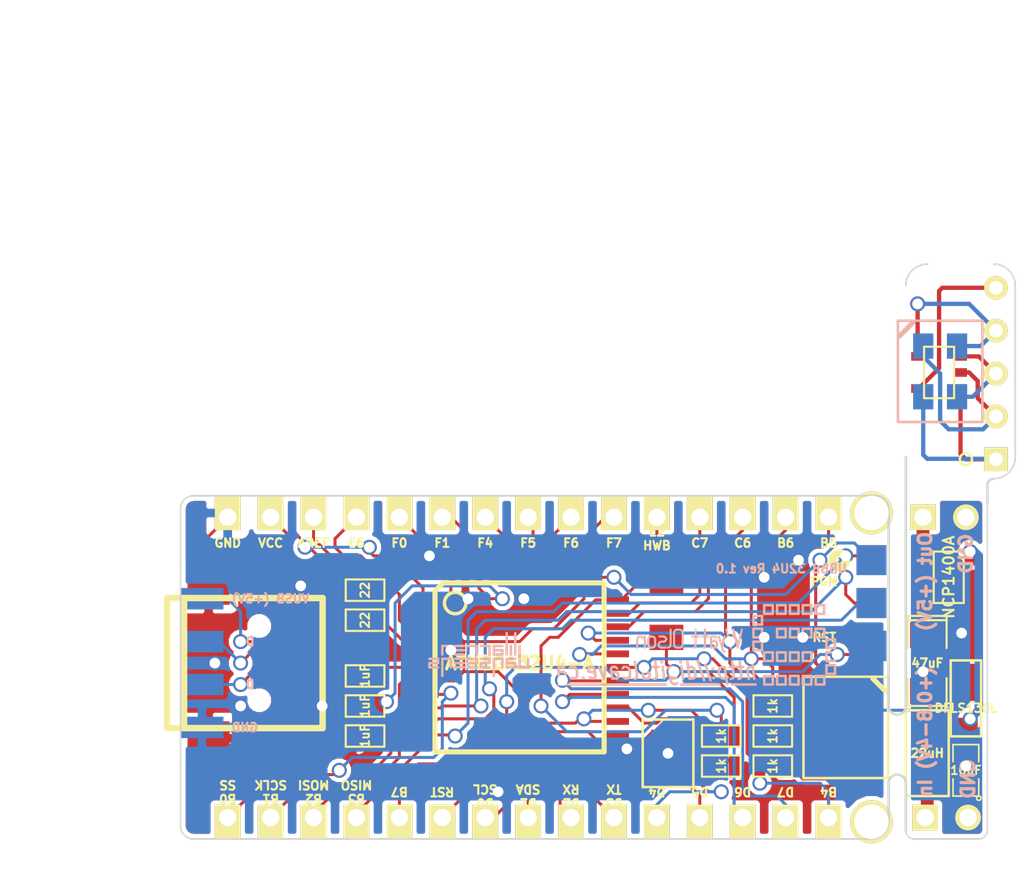
<source format=kicad_pcb>
(kicad_pcb (version 3) (host pcbnew "(2014-01-10 BZR 4027)-stable")

  (general
    (links 106)
    (no_connects 1)
    (area 34.677112 14.605 135.382001 69.375)
    (thickness 1.6)
    (drawings 71)
    (tracks 570)
    (zones 0)
    (modules 42)
    (nets 48)
  )

  (page A3)
  (layers
    (15 F.Cu signal)
    (0 B.Cu signal)
    (16 B.Adhes user)
    (17 F.Adhes user)
    (18 B.Paste user)
    (19 F.Paste user)
    (20 B.SilkS user)
    (21 F.SilkS user)
    (22 B.Mask user)
    (23 F.Mask user)
    (24 Dwgs.User user)
    (25 Cmts.User user)
    (26 Eco1.User user)
    (27 Eco2.User user)
    (28 Edge.Cuts user)
  )

  (setup
    (last_trace_width 0.254)
    (trace_clearance 0.254)
    (zone_clearance 0.508)
    (zone_45_only no)
    (trace_min 0.1778)
    (segment_width 0.2)
    (edge_width 0.15)
    (via_size 0.889)
    (via_drill 0.635)
    (via_min_size 0.889)
    (via_min_drill 0.508)
    (uvia_size 0.508)
    (uvia_drill 0.127)
    (uvias_allowed no)
    (uvia_min_size 0.508)
    (uvia_min_drill 0.127)
    (pcb_text_width 0.3)
    (pcb_text_size 1.5 1.5)
    (mod_edge_width 0.1)
    (mod_text_size 1.5 1.5)
    (mod_text_width 0.15)
    (pad_size 1.524 1.524)
    (pad_drill 0.762)
    (pad_to_mask_clearance 0.2)
    (aux_axis_origin 0 0)
    (visible_elements FFFFFFBF)
    (pcbplotparams
      (layerselection 3178497)
      (usegerberextensions true)
      (excludeedgelayer true)
      (linewidth 0.100000)
      (plotframeref false)
      (viasonmask false)
      (mode 1)
      (useauxorigin false)
      (hpglpennumber 1)
      (hpglpenspeed 20)
      (hpglpendiameter 15)
      (hpglpenoverlay 2)
      (psnegative false)
      (psa4output false)
      (plotreference true)
      (plotvalue true)
      (plotothertext true)
      (plotinvisibletext false)
      (padsonsilk false)
      (subtractmaskfromsilk false)
      (outputformat 1)
      (mirror false)
      (drillshape 1)
      (scaleselection 1)
      (outputdirectory ""))
  )

  (net 0 "")
  (net 1 +5V)
  (net 2 /AREF)
  (net 3 /B0)
  (net 4 /B1)
  (net 5 /B2)
  (net 6 /B3)
  (net 7 /B4)
  (net 8 /B5)
  (net 9 /B6)
  (net 10 /B7)
  (net 11 /C6)
  (net 12 /C7)
  (net 13 /D+)
  (net 14 /D-)
  (net 15 /D0)
  (net 16 /D1)
  (net 17 /D2)
  (net 18 /D3)
  (net 19 /D4)
  (net 20 /D5)
  (net 21 /D6)
  (net 22 /D7)
  (net 23 /E2)
  (net 24 /E6)
  (net 25 /F0)
  (net 26 /F1)
  (net 27 /F4)
  (net 28 /F5)
  (net 29 /F6)
  (net 30 /F7)
  (net 31 /RESET)
  (net 32 GND)
  (net 33 N-000001)
  (net 34 N-0000013)
  (net 35 N-0000014)
  (net 36 N-0000015)
  (net 37 N-0000016)
  (net 38 N-0000017)
  (net 39 N-000002)
  (net 40 N-000003)
  (net 41 N-0000039)
  (net 42 N-000004)
  (net 43 N-0000040)
  (net 44 N-0000041)
  (net 45 N-000005)
  (net 46 N-000006)
  (net 47 N-000007)

  (net_class Default "This is the default net class."
    (clearance 0.254)
    (trace_width 0.254)
    (via_dia 0.889)
    (via_drill 0.635)
    (uvia_dia 0.508)
    (uvia_drill 0.127)
    (add_net "")
    (add_net +5V)
    (add_net /AREF)
    (add_net /B0)
    (add_net /B1)
    (add_net /B2)
    (add_net /B3)
    (add_net /B4)
    (add_net /B5)
    (add_net /B6)
    (add_net /B7)
    (add_net /C6)
    (add_net /C7)
    (add_net /D+)
    (add_net /D-)
    (add_net /D0)
    (add_net /D1)
    (add_net /D2)
    (add_net /D3)
    (add_net /D4)
    (add_net /D5)
    (add_net /D6)
    (add_net /D7)
    (add_net /E2)
    (add_net /E6)
    (add_net /F0)
    (add_net /F1)
    (add_net /F4)
    (add_net /F5)
    (add_net /F6)
    (add_net /F7)
    (add_net /RESET)
    (add_net GND)
    (add_net N-000001)
    (add_net N-0000013)
    (add_net N-0000014)
    (add_net N-0000015)
    (add_net N-0000016)
    (add_net N-0000017)
    (add_net N-000002)
    (add_net N-000003)
    (add_net N-0000039)
    (add_net N-000004)
    (add_net N-0000040)
    (add_net N-0000041)
    (add_net N-000005)
    (add_net N-000006)
    (add_net N-000007)
  )

  (module PIN_ARRAY_4x1 (layer B.Cu) (tedit 54614468) (tstamp 54620867)
    (at 86.868 53.721 90)
    (descr "Double rangee de contacts 2 x 5 pins")
    (tags CONN)
    (fp_text reference PIN_ARRAY_4X1 (at 0 2.54 90) (layer B.SilkS) hide
      (effects (font (size 1.016 1.016) (thickness 0.2032)) (justify mirror))
    )
    (fp_text value Val** (at 0 -2.54 90) (layer B.SilkS) hide
      (effects (font (size 1.016 1.016) (thickness 0.2032)) (justify mirror))
    )
    (pad 1 smd rect (at -3.81 0 90) (size 1.27 2.54)
      (layers B.Cu B.Paste B.Mask)
      (net 32 GND)
    )
    (pad 2 smd rect (at -1.27 0 90) (size 1.27 2.54)
      (layers B.Cu B.Paste B.Mask)
      (net 13 /D+)
    )
    (pad 3 smd rect (at 1.27 0 90) (size 1.27 2.54)
      (layers B.Cu B.Paste B.Mask)
      (net 14 /D-)
    )
    (pad 4 smd rect (at 3.81 0 90) (size 1.27 2.54)
      (layers B.Cu B.Paste B.Mask)
      (net 1 +5V)
    )
  )

  (module 1pin (layer F.Cu) (tedit 5460E19B) (tstamp 5460E18B)
    (at 126.492 63.119)
    (descr "module 1 pin (ou trou mecanique de percage)")
    (tags DEV)
    (path 1pin)
    (fp_text reference 1PIN (at 0 -3.048) (layer F.SilkS) hide
      (effects (font (size 1.016 1.016) (thickness 0.254)))
    )
    (fp_text value P*** (at 0 2.794) (layer F.SilkS) hide
      (effects (font (size 1.016 1.016) (thickness 0.254)))
    )
    (pad 1 thru_hole circle (at 0 0) (size 2.54 2.54) (drill 2.032)
      (layers *.Cu *.Mask F.SilkS)
    )
  )

  (module 1pin (layer F.Cu) (tedit 5460E15D) (tstamp 5460E0A8)
    (at 126.492 44.831)
    (descr "module 1 pin (ou trou mecanique de percage)")
    (tags DEV)
    (path 1pin)
    (fp_text reference 1PIN (at 0 -3.048) (layer F.SilkS) hide
      (effects (font (size 1.016 1.016) (thickness 0.254)))
    )
    (fp_text value P*** (at 0 2.794) (layer F.SilkS) hide
      (effects (font (size 1.016 1.016) (thickness 0.254)))
    )
    (pad 1 thru_hole circle (at 0 0) (size 2.54 2.54) (drill 2.032)
      (layers *.Cu *.Mask F.SilkS)
    )
  )

  (module ISP_EDGE (layer F.Cu) (tedit 545BDE64) (tstamp 545A652A)
    (at 129.032 50.165 90)
    (path /545A64CA)
    (fp_text reference P1 (at 2.54 0 90) (layer F.SilkS) hide
      (effects (font (size 1 1) (thickness 0.15)))
    )
    (fp_text value ISP (at -2.54 0 90) (layer F.SilkS) hide
      (effects (font (size 1 1) (thickness 0.15)))
    )
    (fp_circle (center 2.54 -4.445) (end 2.667 -4.064) (layer F.SilkS) (width 0.508))
    (pad 5 smd rect (at -2.54 -2.54 90) (size 1.778 1.778)
      (layers F.Cu F.Paste F.Mask)
      (net 31 /RESET)
    )
    (pad 3 smd rect (at 0 -2.54 90) (size 1.778 1.778)
      (layers F.Cu F.Paste F.Mask)
      (net 4 /B1)
    )
    (pad 1 smd rect (at 2.54 -2.54 90) (size 1.778 1.778)
      (layers F.Cu F.Paste F.Mask)
      (net 6 /B3)
    )
    (pad 6 smd rect (at -2.54 -2.54 90) (size 1.778 1.778)
      (layers B.Cu F.Paste F.Mask)
      (net 32 GND)
      (zone_connect 2)
    )
    (pad 4 smd rect (at 0 -2.54 90) (size 1.778 1.778)
      (layers B.Cu F.Paste F.Mask)
      (net 5 /B2)
    )
    (pad 2 smd rect (at 2.54 -2.54 90) (size 1.778 1.778)
      (layers B.Cu F.Paste F.Mask)
      (net 1 +5V)
    )
  )

  (module PIN_ARRAY_5x1 (layer F.Cu) (tedit 54594D66) (tstamp 545916F1)
    (at 93.472 62.865 180)
    (descr "Double rangee de contacts 2 x 5 pins")
    (tags CONN)
    (path /545917B2)
    (fp_text reference P7 (at 0 -2.54 180) (layer F.SilkS) hide
      (effects (font (size 1.016 1.016) (thickness 0.2032)))
    )
    (fp_text value CONN_5 (at 0 2.54 180) (layer F.SilkS) hide
      (effects (font (size 1.016 1.016) (thickness 0.2032)))
    )
    (pad 1 thru_hole rect (at -5.08 0 180) (size 1.524 2.032) (drill 1.016 (offset 0 -0.254))
      (layers *.Cu *.Mask F.SilkS)
      (net 10 /B7)
    )
    (pad 2 thru_hole rect (at -2.54 0 180) (size 1.524 2.032) (drill 1.016 (offset 0 -0.254))
      (layers *.Cu *.Mask F.SilkS)
      (net 6 /B3)
    )
    (pad 3 thru_hole rect (at 0 0 180) (size 1.524 2.032) (drill 1.016 (offset 0 -0.254))
      (layers *.Cu *.Mask F.SilkS)
      (net 5 /B2)
    )
    (pad 4 thru_hole rect (at 2.54 0 180) (size 1.524 2.032) (drill 1.016 (offset 0 -0.254))
      (layers *.Cu *.Mask F.SilkS)
      (net 4 /B1)
    )
    (pad 5 thru_hole rect (at 5.08 0 180) (size 1.524 2.032) (drill 1.016 (offset 0 -0.254))
      (layers *.Cu *.Mask F.SilkS)
      (net 3 /B0)
    )
    (model pin_array/pins_array_5x1.wrl
      (at (xyz 0 0 0))
      (scale (xyz 1 1 1))
      (rotate (xyz 0 0 0))
    )
  )

  (module PIN_ARRAY_5x1 (layer F.Cu) (tedit 54594D52) (tstamp 545916E4)
    (at 106.172 62.865 180)
    (descr "Double rangee de contacts 2 x 5 pins")
    (tags CONN)
    (path /545917B8)
    (fp_text reference P6 (at 0 -2.54 180) (layer F.SilkS) hide
      (effects (font (size 1.016 1.016) (thickness 0.2032)))
    )
    (fp_text value CONN_5 (at 0 2.54 180) (layer F.SilkS) hide
      (effects (font (size 1.016 1.016) (thickness 0.2032)))
    )
    (pad 1 thru_hole rect (at -5.08 0 180) (size 1.524 2.032) (drill 1.016 (offset 0 -0.254))
      (layers *.Cu *.Mask F.SilkS)
      (net 18 /D3)
    )
    (pad 2 thru_hole rect (at -2.54 0 180) (size 1.524 2.032) (drill 1.016 (offset 0 -0.254))
      (layers *.Cu *.Mask F.SilkS)
      (net 17 /D2)
    )
    (pad 3 thru_hole rect (at 0 0 180) (size 1.524 2.032) (drill 1.016 (offset 0 -0.254))
      (layers *.Cu *.Mask F.SilkS)
      (net 16 /D1)
    )
    (pad 4 thru_hole rect (at 2.54 0 180) (size 1.524 2.032) (drill 1.016 (offset 0 -0.254))
      (layers *.Cu *.Mask F.SilkS)
      (net 15 /D0)
    )
    (pad 5 thru_hole rect (at 5.08 0 180) (size 1.524 2.032) (drill 1.016 (offset 0 -0.254))
      (layers *.Cu *.Mask F.SilkS)
      (net 31 /RESET)
    )
    (model pin_array/pins_array_5x1.wrl
      (at (xyz 0 0 0))
      (scale (xyz 1 1 1))
      (rotate (xyz 0 0 0))
    )
  )

  (module PIN_ARRAY_5x1 (layer F.Cu) (tedit 54594D42) (tstamp 545916D7)
    (at 118.872 62.865 180)
    (descr "Double rangee de contacts 2 x 5 pins")
    (tags CONN)
    (path /545917BE)
    (fp_text reference P5 (at 0 -2.54 180) (layer F.SilkS) hide
      (effects (font (size 1.016 1.016) (thickness 0.2032)))
    )
    (fp_text value CONN_5 (at 0 2.54 180) (layer F.SilkS) hide
      (effects (font (size 1.016 1.016) (thickness 0.2032)))
    )
    (pad 1 thru_hole rect (at -5.08 0 180) (size 1.524 2.032) (drill 1.016 (offset 0 -0.254))
      (layers *.Cu *.Mask F.SilkS)
      (net 7 /B4)
    )
    (pad 2 thru_hole rect (at -2.54 0 180) (size 1.524 2.032) (drill 1.016 (offset 0 -0.254))
      (layers *.Cu *.Mask F.SilkS)
      (net 22 /D7)
    )
    (pad 3 thru_hole rect (at 0 0 180) (size 1.524 2.032) (drill 1.016 (offset 0 -0.254))
      (layers *.Cu *.Mask F.SilkS)
      (net 21 /D6)
    )
    (pad 4 thru_hole rect (at 2.54 0 180) (size 1.524 2.032) (drill 1.016 (offset 0 -0.254))
      (layers *.Cu *.Mask F.SilkS)
      (net 20 /D5)
    )
    (pad 5 thru_hole rect (at 5.08 0 180) (size 1.524 2.032) (drill 1.016 (offset 0 -0.254))
      (layers *.Cu *.Mask F.SilkS)
      (net 19 /D4)
    )
    (model pin_array/pins_array_5x1.wrl
      (at (xyz 0 0 0))
      (scale (xyz 1 1 1))
      (rotate (xyz 0 0 0))
    )
  )

  (module PIN_ARRAY_5x1 (layer F.Cu) (tedit 54594D34) (tstamp 54591718)
    (at 118.872 45.085)
    (descr "Double rangee de contacts 2 x 5 pins")
    (tags CONN)
    (path /54591799)
    (fp_text reference P4 (at 0 -2.54) (layer F.SilkS) hide
      (effects (font (size 1.016 1.016) (thickness 0.2032)))
    )
    (fp_text value CONN_5 (at 0 2.54) (layer F.SilkS) hide
      (effects (font (size 1.016 1.016) (thickness 0.2032)))
    )
    (pad 1 thru_hole rect (at -5.08 0) (size 1.524 2.032) (drill 1.016 (offset 0 -0.254))
      (layers *.Cu *.Mask F.SilkS)
      (net 23 /E2)
    )
    (pad 2 thru_hole rect (at -2.54 0) (size 1.524 2.032) (drill 1.016 (offset 0 -0.254))
      (layers *.Cu *.Mask F.SilkS)
      (net 12 /C7)
    )
    (pad 3 thru_hole rect (at 0 0) (size 1.524 2.032) (drill 1.016 (offset 0 -0.254))
      (layers *.Cu *.Mask F.SilkS)
      (net 11 /C6)
    )
    (pad 4 thru_hole rect (at 2.54 0) (size 1.524 2.032) (drill 1.016 (offset 0 -0.254))
      (layers *.Cu *.Mask F.SilkS)
      (net 9 /B6)
    )
    (pad 5 thru_hole rect (at 5.08 0) (size 1.524 2.032) (drill 1.016 (offset 0 -0.254))
      (layers *.Cu *.Mask F.SilkS)
      (net 8 /B5)
    )
    (model pin_array/pins_array_5x1.wrl
      (at (xyz 0 0 0))
      (scale (xyz 1 1 1))
      (rotate (xyz 0 0 0))
    )
  )

  (module PIN_ARRAY_5x1 (layer F.Cu) (tedit 54594D28) (tstamp 5459170B)
    (at 106.172 45.085)
    (descr "Double rangee de contacts 2 x 5 pins")
    (tags CONN)
    (path /545917A6)
    (fp_text reference P3 (at 0 -2.54) (layer F.SilkS) hide
      (effects (font (size 1.016 1.016) (thickness 0.2032)))
    )
    (fp_text value CONN_5 (at 0 2.54) (layer F.SilkS) hide
      (effects (font (size 1.016 1.016) (thickness 0.2032)))
    )
    (pad 1 thru_hole rect (at -5.08 0) (size 1.524 2.032) (drill 1.016 (offset 0 -0.254))
      (layers *.Cu *.Mask F.SilkS)
      (net 26 /F1)
    )
    (pad 2 thru_hole rect (at -2.54 0) (size 1.524 2.032) (drill 1.016 (offset 0 -0.254))
      (layers *.Cu *.Mask F.SilkS)
      (net 27 /F4)
    )
    (pad 3 thru_hole rect (at 0 0) (size 1.524 2.032) (drill 1.016 (offset 0 -0.254))
      (layers *.Cu *.Mask F.SilkS)
      (net 28 /F5)
    )
    (pad 4 thru_hole rect (at 2.54 0) (size 1.524 2.032) (drill 1.016 (offset 0 -0.254))
      (layers *.Cu *.Mask F.SilkS)
      (net 29 /F6)
    )
    (pad 5 thru_hole rect (at 5.08 0) (size 1.524 2.032) (drill 1.016 (offset 0 -0.254))
      (layers *.Cu *.Mask F.SilkS)
      (net 30 /F7)
    )
    (model pin_array/pins_array_5x1.wrl
      (at (xyz 0 0 0))
      (scale (xyz 1 1 1))
      (rotate (xyz 0 0 0))
    )
  )

  (module PIN_ARRAY_5x1 (layer F.Cu) (tedit 545BB72E) (tstamp 545916FE)
    (at 93.472 45.085)
    (descr "Double rangee de contacts 2 x 5 pins")
    (tags CONN)
    (path /545917AC)
    (fp_text reference P2 (at 0 -2.54) (layer F.SilkS) hide
      (effects (font (size 1.016 1.016) (thickness 0.2032)))
    )
    (fp_text value CONN_5 (at 0 2.54) (layer F.SilkS) hide
      (effects (font (size 1.016 1.016) (thickness 0.2032)))
    )
    (pad 1 thru_hole rect (at -5.08 0) (size 1.524 2.032) (drill 1.016 (offset 0 -0.254))
      (layers *.Cu *.Mask F.SilkS)
      (net 32 GND)
    )
    (pad 2 thru_hole rect (at -2.54 0) (size 1.524 2.032) (drill 1.016 (offset 0 -0.254))
      (layers *.Cu *.Mask F.SilkS)
      (net 1 +5V)
    )
    (pad 3 thru_hole rect (at 0 0) (size 1.524 2.032) (drill 1.016 (offset 0 -0.254))
      (layers *.Cu *.Mask F.SilkS)
      (net 2 /AREF)
    )
    (pad 4 thru_hole rect (at 2.54 0) (size 1.524 2.032) (drill 1.016 (offset 0 -0.254))
      (layers *.Cu *.Mask F.SilkS)
      (net 24 /E6)
    )
    (pad 5 thru_hole rect (at 5.08 0) (size 1.524 2.032) (drill 1.016 (offset 0 -0.254))
      (layers *.Cu *.Mask F.SilkS)
      (net 25 /F0)
    )
    (model pin_array/pins_array_5x1.wrl
      (at (xyz 0 0 0))
      (scale (xyz 1 1 1))
      (rotate (xyz 0 0 0))
    )
  )

  (module SW_6x3 (layer F.Cu) (tedit 545BDD27) (tstamp 54593F83)
    (at 117.856 52.197 180)
    (descr "Switch 6x3mm")
    (tags SWITCH)
    (path /54580AA8)
    (fp_text reference SW1 (at 0 -1 180) (layer F.SilkS) hide
      (effects (font (size 1 1) (thickness 0.15)))
    )
    (fp_text value SW_PUSH_SMALL (at 0 1 180) (layer F.SilkS) hide
      (effects (font (size 1 1) (thickness 0.15)))
    )
    (pad 1 smd rect (at -3.5 0 180) (size 2 1.5)
      (layers F.Cu F.Paste F.Mask)
      (net 32 GND)
      (zone_connect 2)
    )
    (pad 2 smd rect (at 3.5 0 180) (size 2 1.5)
      (layers F.Cu F.Paste F.Mask)
      (net 31 /RESET)
    )
  )

  (module SW_6x3 (layer F.Cu) (tedit 545BDD20) (tstamp 54593F8D)
    (at 117.856 48.895)
    (descr "Switch 6x3mm")
    (tags SWITCH)
    (path /5458175B)
    (fp_text reference SW2 (at 0 -1) (layer F.SilkS) hide
      (effects (font (size 1 1) (thickness 0.15)))
    )
    (fp_text value SW_PUSH_SMALL (at 0 1) (layer F.SilkS) hide
      (effects (font (size 1 1) (thickness 0.15)))
    )
    (pad 1 smd rect (at -3.5 0) (size 2 1.5)
      (layers F.Cu F.Paste F.Mask)
      (net 23 /E2)
    )
    (pad 2 smd rect (at 3.5 0) (size 2 1.5)
      (layers F.Cu F.Paste F.Mask)
      (net 32 GND)
      (zone_connect 2)
    )
  )

  (module USB_MINI_B_fixed (layer F.Cu) (tedit 54594931) (tstamp 54591612)
    (at 89.408 53.721)
    (descr "USB Mini-B 5-pin SMD connector")
    (tags "USB, Mini-B, connector")
    (path /54580264)
    (fp_text reference CON1 (at 0 6.90118) (layer F.SilkS) hide
      (effects (font (size 1.016 1.016) (thickness 0.2032)))
    )
    (fp_text value USB-MINI-B (at 0 -7.0993) (layer F.SilkS) hide
      (effects (font (size 1.016 1.016) (thickness 0.2032)))
    )
    (fp_line (start -3.59918 -3.85064) (end -3.59918 3.85064) (layer F.SilkS) (width 0.381))
    (fp_line (start -4.59994 -3.85064) (end -4.59994 3.85064) (layer F.SilkS) (width 0.381))
    (fp_line (start -4.59994 3.85064) (end 4.59994 3.85064) (layer F.SilkS) (width 0.381))
    (fp_line (start 4.59994 3.85064) (end 4.59994 -3.85064) (layer F.SilkS) (width 0.381))
    (fp_line (start 4.59994 -3.85064) (end -4.59994 -3.85064) (layer F.SilkS) (width 0.381))
    (pad 1 smd rect (at 3.44932 -1.6002) (size 2.30124 0.50038)
      (layers F.Cu F.Paste F.Mask)
      (net 1 +5V)
    )
    (pad 2 smd rect (at 3.44932 -0.8001) (size 2.30124 0.50038)
      (layers F.Cu F.Paste F.Mask)
      (net 14 /D-)
    )
    (pad 3 smd rect (at 3.44932 0) (size 2.30124 0.50038)
      (layers F.Cu F.Paste F.Mask)
      (net 13 /D+)
    )
    (pad 4 smd rect (at 3.44932 0.8001) (size 2.30124 0.50038)
      (layers F.Cu F.Paste F.Mask)
    )
    (pad 5 smd rect (at 3.44932 1.6002) (size 2.30124 0.50038)
      (layers F.Cu F.Paste F.Mask)
      (net 32 GND)
    )
    (pad 6 smd rect (at 3.35026 -4.45008) (size 2.49936 1.99898)
      (layers F.Cu F.Paste F.Mask)
      (net 32 GND)
    )
    (pad 7 smd rect (at -2.14884 -4.45008) (size 2.49936 1.99898)
      (layers F.Cu F.Paste F.Mask)
      (net 32 GND)
    )
    (pad 8 smd rect (at 3.35026 4.45008) (size 2.49936 1.99898)
      (layers F.Cu F.Paste F.Mask)
      (net 32 GND)
    )
    (pad 9 smd rect (at -2.14884 4.45008) (size 2.49936 1.99898)
      (layers F.Cu F.Paste F.Mask)
      (net 32 GND)
    )
    (pad "" np_thru_hole circle (at 0.8509 -2.19964) (size 0.89916 0.89916) (drill 0.89916)
      (layers *.Cu *.Mask F.SilkS)
    )
    (pad "" np_thru_hole circle (at 0.8509 2.19964) (size 0.89916 0.89916) (drill 0.89916)
      (layers *.Cu *.Mask F.SilkS)
    )
  )

  (module TQFP44 (layer F.Cu) (tedit 54594F3D) (tstamp 54591648)
    (at 105.664 53.975)
    (path /5457F510)
    (attr smd)
    (fp_text reference U1 (at 0 -1.905) (layer F.SilkS) hide
      (effects (font (size 1.524 1.016) (thickness 0.2032)))
    )
    (fp_text value ATMEGA32U4-A (at 0 -0.254) (layer F.SilkS)
      (effects (font (size 0.762 0.762) (thickness 0.1905)))
    )
    (fp_line (start 5.0038 -5.0038) (end 5.0038 5.0038) (layer F.SilkS) (width 0.3048))
    (fp_line (start 5.0038 5.0038) (end -5.0038 5.0038) (layer F.SilkS) (width 0.3048))
    (fp_line (start -5.0038 -4.5212) (end -5.0038 5.0038) (layer F.SilkS) (width 0.3048))
    (fp_line (start -4.5212 -5.0038) (end 5.0038 -5.0038) (layer F.SilkS) (width 0.3048))
    (fp_line (start -5.0038 -4.5212) (end -4.5212 -5.0038) (layer F.SilkS) (width 0.3048))
    (fp_circle (center -3.81 -3.81) (end -3.81 -3.175) (layer F.SilkS) (width 0.2032))
    (pad 39 smd rect (at 0 -5.715) (size 0.4064 1.524)
      (layers F.Cu F.Paste F.Mask)
      (net 27 /F4)
    )
    (pad 40 smd rect (at -0.8001 -5.715) (size 0.4064 1.524)
      (layers F.Cu F.Paste F.Mask)
      (net 26 /F1)
    )
    (pad 41 smd rect (at -1.6002 -5.715) (size 0.4064 1.524)
      (layers F.Cu F.Paste F.Mask)
      (net 25 /F0)
    )
    (pad 42 smd rect (at -2.4003 -5.715) (size 0.4064 1.524)
      (layers F.Cu F.Paste F.Mask)
      (net 2 /AREF)
    )
    (pad 43 smd rect (at -3.2004 -5.715) (size 0.4064 1.524)
      (layers F.Cu F.Paste F.Mask)
      (net 32 GND)
    )
    (pad 44 smd rect (at -4.0005 -5.715) (size 0.4064 1.524)
      (layers F.Cu F.Paste F.Mask)
      (net 1 +5V)
    )
    (pad 38 smd rect (at 0.8001 -5.715) (size 0.4064 1.524)
      (layers F.Cu F.Paste F.Mask)
      (net 28 /F5)
    )
    (pad 37 smd rect (at 1.6002 -5.715) (size 0.4064 1.524)
      (layers F.Cu F.Paste F.Mask)
      (net 29 /F6)
    )
    (pad 36 smd rect (at 2.4003 -5.715) (size 0.4064 1.524)
      (layers F.Cu F.Paste F.Mask)
      (net 30 /F7)
    )
    (pad 35 smd rect (at 3.2004 -5.715) (size 0.4064 1.524)
      (layers F.Cu F.Paste F.Mask)
      (net 32 GND)
    )
    (pad 34 smd rect (at 4.0005 -5.715) (size 0.4064 1.524)
      (layers F.Cu F.Paste F.Mask)
      (net 1 +5V)
    )
    (pad 17 smd rect (at 0 5.715) (size 0.4064 1.524)
      (layers F.Cu F.Paste F.Mask)
      (net 38 N-0000017)
    )
    (pad 16 smd rect (at -0.8001 5.715) (size 0.4064 1.524)
      (layers F.Cu F.Paste F.Mask)
      (net 37 N-0000016)
    )
    (pad 15 smd rect (at -1.6002 5.715) (size 0.4064 1.524)
      (layers F.Cu F.Paste F.Mask)
      (net 32 GND)
    )
    (pad 14 smd rect (at -2.4003 5.715) (size 0.4064 1.524)
      (layers F.Cu F.Paste F.Mask)
      (net 1 +5V)
    )
    (pad 13 smd rect (at -3.2004 5.715) (size 0.4064 1.524)
      (layers F.Cu F.Paste F.Mask)
      (net 31 /RESET)
    )
    (pad 12 smd rect (at -4.0005 5.715) (size 0.4064 1.524)
      (layers F.Cu F.Paste F.Mask)
      (net 10 /B7)
    )
    (pad 18 smd rect (at 0.8001 5.715) (size 0.4064 1.524)
      (layers F.Cu F.Paste F.Mask)
      (net 15 /D0)
    )
    (pad 19 smd rect (at 1.6002 5.715) (size 0.4064 1.524)
      (layers F.Cu F.Paste F.Mask)
      (net 16 /D1)
    )
    (pad 20 smd rect (at 2.4003 5.715) (size 0.4064 1.524)
      (layers F.Cu F.Paste F.Mask)
      (net 17 /D2)
    )
    (pad 21 smd rect (at 3.2004 5.715) (size 0.4064 1.524)
      (layers F.Cu F.Paste F.Mask)
      (net 18 /D3)
    )
    (pad 22 smd rect (at 4.0005 5.715) (size 0.4064 1.524)
      (layers F.Cu F.Paste F.Mask)
      (net 20 /D5)
    )
    (pad 6 smd rect (at -5.715 0) (size 1.524 0.4064)
      (layers F.Cu F.Paste F.Mask)
      (net 44 N-0000041)
    )
    (pad 28 smd rect (at 5.715 0) (size 1.524 0.4064)
      (layers F.Cu F.Paste F.Mask)
      (net 7 /B4)
    )
    (pad 7 smd rect (at -5.715 0.8001) (size 1.524 0.4064)
      (layers F.Cu F.Paste F.Mask)
      (net 1 +5V)
    )
    (pad 27 smd rect (at 5.715 0.8001) (size 1.524 0.4064)
      (layers F.Cu F.Paste F.Mask)
      (net 22 /D7)
    )
    (pad 26 smd rect (at 5.715 1.6002) (size 1.524 0.4064)
      (layers F.Cu F.Paste F.Mask)
      (net 21 /D6)
    )
    (pad 8 smd rect (at -5.715 1.6002) (size 1.524 0.4064)
      (layers F.Cu F.Paste F.Mask)
      (net 3 /B0)
    )
    (pad 9 smd rect (at -5.715 2.4003) (size 1.524 0.4064)
      (layers F.Cu F.Paste F.Mask)
      (net 4 /B1)
    )
    (pad 25 smd rect (at 5.715 2.4003) (size 1.524 0.4064)
      (layers F.Cu F.Paste F.Mask)
      (net 19 /D4)
    )
    (pad 24 smd rect (at 5.715 3.2004) (size 1.524 0.4064)
      (layers F.Cu F.Paste F.Mask)
      (net 1 +5V)
    )
    (pad 10 smd rect (at -5.715 3.2004) (size 1.524 0.4064)
      (layers F.Cu F.Paste F.Mask)
      (net 5 /B2)
    )
    (pad 11 smd rect (at -5.715 4.0005) (size 1.524 0.4064)
      (layers F.Cu F.Paste F.Mask)
      (net 6 /B3)
    )
    (pad 23 smd rect (at 5.715 4.0005) (size 1.524 0.4064)
      (layers F.Cu F.Paste F.Mask)
      (net 32 GND)
    )
    (pad 29 smd rect (at 5.715 -0.8001) (size 1.524 0.4064)
      (layers F.Cu F.Paste F.Mask)
      (net 8 /B5)
    )
    (pad 5 smd rect (at -5.715 -0.8001) (size 1.524 0.4064)
      (layers F.Cu F.Paste F.Mask)
      (net 32 GND)
    )
    (pad 4 smd rect (at -5.715 -1.6002) (size 1.524 0.4064)
      (layers F.Cu F.Paste F.Mask)
      (net 41 N-0000039)
    )
    (pad 30 smd rect (at 5.715 -1.6002) (size 1.524 0.4064)
      (layers F.Cu F.Paste F.Mask)
      (net 9 /B6)
    )
    (pad 31 smd rect (at 5.715 -2.4003) (size 1.524 0.4064)
      (layers F.Cu F.Paste F.Mask)
      (net 11 /C6)
    )
    (pad 3 smd rect (at -5.715 -2.4003) (size 1.524 0.4064)
      (layers F.Cu F.Paste F.Mask)
      (net 43 N-0000040)
    )
    (pad 2 smd rect (at -5.715 -3.2004) (size 1.524 0.4064)
      (layers F.Cu F.Paste F.Mask)
      (net 1 +5V)
    )
    (pad 32 smd rect (at 5.715 -3.2004) (size 1.524 0.4064)
      (layers F.Cu F.Paste F.Mask)
      (net 12 /C7)
    )
    (pad 33 smd rect (at 5.715 -4.0005) (size 1.524 0.4064)
      (layers F.Cu F.Paste F.Mask)
      (net 23 /E2)
    )
    (pad 1 smd rect (at -5.715 -4.0005) (size 1.524 0.4064)
      (layers F.Cu F.Paste F.Mask)
      (net 24 /E6)
    )
  )

  (module SM0603_VALUE (layer F.Cu) (tedit 53CEE6C5) (tstamp 54591652)
    (at 117.602 59.817 180)
    (path /5458183C)
    (attr smd)
    (fp_text reference R6 (at 0 0 180) (layer F.SilkS) hide
      (effects (font (size 0.508 0.508) (thickness 0.1143)))
    )
    (fp_text value 1k (at 0 0 270) (layer F.SilkS)
      (effects (font (size 0.508 0.508) (thickness 0.1143)))
    )
    (fp_line (start -1.143 -0.635) (end 1.143 -0.635) (layer F.SilkS) (width 0.127))
    (fp_line (start 1.143 -0.635) (end 1.143 0.635) (layer F.SilkS) (width 0.127))
    (fp_line (start 1.143 0.635) (end -1.143 0.635) (layer F.SilkS) (width 0.127))
    (fp_line (start -1.143 0.635) (end -1.143 -0.635) (layer F.SilkS) (width 0.127))
    (pad 1 smd rect (at -0.762 0 180) (size 0.635 1.143)
      (layers F.Cu F.Paste F.Mask)
      (net 23 /E2)
    )
    (pad 2 smd rect (at 0.762 0 180) (size 0.635 1.143)
      (layers F.Cu F.Paste F.Mask)
      (net 1 +5V)
    )
    (model smd\resistors\R0603.wrl
      (at (xyz 0 0 0.001))
      (scale (xyz 0.5 0.5 0.5))
      (rotate (xyz 0 0 0))
    )
  )

  (module SM0603_VALUE (layer F.Cu) (tedit 53CEE6C5) (tstamp 54591666)
    (at 120.65 59.817 180)
    (path /54580CE7)
    (attr smd)
    (fp_text reference R5 (at 0 0 180) (layer F.SilkS) hide
      (effects (font (size 0.508 0.508) (thickness 0.1143)))
    )
    (fp_text value 1k (at 0 0 270) (layer F.SilkS)
      (effects (font (size 0.508 0.508) (thickness 0.1143)))
    )
    (fp_line (start -1.143 -0.635) (end 1.143 -0.635) (layer F.SilkS) (width 0.127))
    (fp_line (start 1.143 -0.635) (end 1.143 0.635) (layer F.SilkS) (width 0.127))
    (fp_line (start 1.143 0.635) (end -1.143 0.635) (layer F.SilkS) (width 0.127))
    (fp_line (start -1.143 0.635) (end -1.143 -0.635) (layer F.SilkS) (width 0.127))
    (pad 1 smd rect (at -0.762 0 180) (size 0.635 1.143)
      (layers F.Cu F.Paste F.Mask)
      (net 36 N-0000015)
    )
    (pad 2 smd rect (at 0.762 0 180) (size 0.635 1.143)
      (layers F.Cu F.Paste F.Mask)
      (net 7 /B4)
    )
    (model smd\resistors\R0603.wrl
      (at (xyz 0 0 0.001))
      (scale (xyz 0.5 0.5 0.5))
      (rotate (xyz 0 0 0))
    )
  )

  (module SM0603_VALUE (layer F.Cu) (tedit 53CEE6C5) (tstamp 54591670)
    (at 117.602 58.039)
    (path /54580AFB)
    (attr smd)
    (fp_text reference R4 (at 0 0) (layer F.SilkS) hide
      (effects (font (size 0.508 0.508) (thickness 0.1143)))
    )
    (fp_text value 1k (at 0 0 90) (layer F.SilkS)
      (effects (font (size 0.508 0.508) (thickness 0.1143)))
    )
    (fp_line (start -1.143 -0.635) (end 1.143 -0.635) (layer F.SilkS) (width 0.127))
    (fp_line (start 1.143 -0.635) (end 1.143 0.635) (layer F.SilkS) (width 0.127))
    (fp_line (start 1.143 0.635) (end -1.143 0.635) (layer F.SilkS) (width 0.127))
    (fp_line (start -1.143 0.635) (end -1.143 -0.635) (layer F.SilkS) (width 0.127))
    (pad 1 smd rect (at -0.762 0) (size 0.635 1.143)
      (layers F.Cu F.Paste F.Mask)
      (net 1 +5V)
    )
    (pad 2 smd rect (at 0.762 0) (size 0.635 1.143)
      (layers F.Cu F.Paste F.Mask)
      (net 31 /RESET)
    )
    (model smd\resistors\R0603.wrl
      (at (xyz 0 0 0.001))
      (scale (xyz 0.5 0.5 0.5))
      (rotate (xyz 0 0 0))
    )
  )

  (module SM0603_VALUE (layer F.Cu) (tedit 53CEE6C5) (tstamp 545916A2)
    (at 96.52 51.181)
    (path /545805FA)
    (attr smd)
    (fp_text reference R2 (at 0 0) (layer F.SilkS) hide
      (effects (font (size 0.508 0.508) (thickness 0.1143)))
    )
    (fp_text value 22 (at 0 0 90) (layer F.SilkS)
      (effects (font (size 0.508 0.508) (thickness 0.1143)))
    )
    (fp_line (start -1.143 -0.635) (end 1.143 -0.635) (layer F.SilkS) (width 0.127))
    (fp_line (start 1.143 -0.635) (end 1.143 0.635) (layer F.SilkS) (width 0.127))
    (fp_line (start 1.143 0.635) (end -1.143 0.635) (layer F.SilkS) (width 0.127))
    (fp_line (start -1.143 0.635) (end -1.143 -0.635) (layer F.SilkS) (width 0.127))
    (pad 1 smd rect (at -0.762 0) (size 0.635 1.143)
      (layers F.Cu F.Paste F.Mask)
      (net 13 /D+)
    )
    (pad 2 smd rect (at 0.762 0) (size 0.635 1.143)
      (layers F.Cu F.Paste F.Mask)
      (net 41 N-0000039)
    )
    (model smd\resistors\R0603.wrl
      (at (xyz 0 0 0.001))
      (scale (xyz 0.5 0.5 0.5))
      (rotate (xyz 0 0 0))
    )
  )

  (module SM0603_VALUE (layer F.Cu) (tedit 53CEE6C5) (tstamp 545916AC)
    (at 96.52 49.403)
    (path /545805E8)
    (attr smd)
    (fp_text reference R3 (at 0 0) (layer F.SilkS) hide
      (effects (font (size 0.508 0.508) (thickness 0.1143)))
    )
    (fp_text value 22 (at 0 0 90) (layer F.SilkS)
      (effects (font (size 0.508 0.508) (thickness 0.1143)))
    )
    (fp_line (start -1.143 -0.635) (end 1.143 -0.635) (layer F.SilkS) (width 0.127))
    (fp_line (start 1.143 -0.635) (end 1.143 0.635) (layer F.SilkS) (width 0.127))
    (fp_line (start 1.143 0.635) (end -1.143 0.635) (layer F.SilkS) (width 0.127))
    (fp_line (start -1.143 0.635) (end -1.143 -0.635) (layer F.SilkS) (width 0.127))
    (pad 1 smd rect (at -0.762 0) (size 0.635 1.143)
      (layers F.Cu F.Paste F.Mask)
      (net 14 /D-)
    )
    (pad 2 smd rect (at 0.762 0) (size 0.635 1.143)
      (layers F.Cu F.Paste F.Mask)
      (net 43 N-0000040)
    )
    (model smd\resistors\R0603.wrl
      (at (xyz 0 0 0.001))
      (scale (xyz 0.5 0.5 0.5))
      (rotate (xyz 0 0 0))
    )
  )

  (module SM0603_VALUE (layer F.Cu) (tedit 53CEE6C5) (tstamp 545916B6)
    (at 96.52 54.483)
    (path /545804FB)
    (attr smd)
    (fp_text reference C4 (at 0 0) (layer F.SilkS) hide
      (effects (font (size 0.508 0.508) (thickness 0.1143)))
    )
    (fp_text value 1uF (at 0 0 90) (layer F.SilkS)
      (effects (font (size 0.508 0.508) (thickness 0.1143)))
    )
    (fp_line (start -1.143 -0.635) (end 1.143 -0.635) (layer F.SilkS) (width 0.127))
    (fp_line (start 1.143 -0.635) (end 1.143 0.635) (layer F.SilkS) (width 0.127))
    (fp_line (start 1.143 0.635) (end -1.143 0.635) (layer F.SilkS) (width 0.127))
    (fp_line (start -1.143 0.635) (end -1.143 -0.635) (layer F.SilkS) (width 0.127))
    (pad 1 smd rect (at -0.762 0) (size 0.635 1.143)
      (layers F.Cu F.Paste F.Mask)
      (net 32 GND)
    )
    (pad 2 smd rect (at 0.762 0) (size 0.635 1.143)
      (layers F.Cu F.Paste F.Mask)
      (net 44 N-0000041)
    )
    (model smd\resistors\R0603.wrl
      (at (xyz 0 0 0.001))
      (scale (xyz 0.5 0.5 0.5))
      (rotate (xyz 0 0 0))
    )
  )

  (module SM0603_VALUE (layer F.Cu) (tedit 53CEE6C5) (tstamp 545916C0)
    (at 96.52 56.261)
    (path /54580478)
    (attr smd)
    (fp_text reference C3 (at 0 0) (layer F.SilkS) hide
      (effects (font (size 0.508 0.508) (thickness 0.1143)))
    )
    (fp_text value 1uF (at 0 0 90) (layer F.SilkS)
      (effects (font (size 0.508 0.508) (thickness 0.1143)))
    )
    (fp_line (start -1.143 -0.635) (end 1.143 -0.635) (layer F.SilkS) (width 0.127))
    (fp_line (start 1.143 -0.635) (end 1.143 0.635) (layer F.SilkS) (width 0.127))
    (fp_line (start 1.143 0.635) (end -1.143 0.635) (layer F.SilkS) (width 0.127))
    (fp_line (start -1.143 0.635) (end -1.143 -0.635) (layer F.SilkS) (width 0.127))
    (pad 1 smd rect (at -0.762 0) (size 0.635 1.143)
      (layers F.Cu F.Paste F.Mask)
      (net 32 GND)
    )
    (pad 2 smd rect (at 0.762 0) (size 0.635 1.143)
      (layers F.Cu F.Paste F.Mask)
      (net 2 /AREF)
    )
    (model smd\resistors\R0603.wrl
      (at (xyz 0 0 0.001))
      (scale (xyz 0.5 0.5 0.5))
      (rotate (xyz 0 0 0))
    )
  )

  (module SM0603_VALUE (layer F.Cu) (tedit 53CEE6C5) (tstamp 54638898)
    (at 96.52 58.039 180)
    (path /5459532C)
    (attr smd)
    (fp_text reference C5 (at 0 0 180) (layer F.SilkS) hide
      (effects (font (size 0.508 0.508) (thickness 0.1143)))
    )
    (fp_text value 1uF (at 0 0 270) (layer F.SilkS)
      (effects (font (size 0.508 0.508) (thickness 0.1143)))
    )
    (fp_line (start -1.143 -0.635) (end 1.143 -0.635) (layer F.SilkS) (width 0.127))
    (fp_line (start 1.143 -0.635) (end 1.143 0.635) (layer F.SilkS) (width 0.127))
    (fp_line (start 1.143 0.635) (end -1.143 0.635) (layer F.SilkS) (width 0.127))
    (fp_line (start -1.143 0.635) (end -1.143 -0.635) (layer F.SilkS) (width 0.127))
    (pad 1 smd rect (at -0.762 0 180) (size 0.635 1.143)
      (layers F.Cu F.Paste F.Mask)
      (net 1 +5V)
    )
    (pad 2 smd rect (at 0.762 0 180) (size 0.635 1.143)
      (layers F.Cu F.Paste F.Mask)
      (net 32 GND)
    )
    (model smd\resistors\R0603.wrl
      (at (xyz 0 0 0.001))
      (scale (xyz 0.5 0.5 0.5))
      (rotate (xyz 0 0 0))
    )
  )

  (module SM0603_VALUE (layer F.Cu) (tedit 53CEE6C5) (tstamp 545BB8D1)
    (at 120.65 58.039 180)
    (path /545BBA0D)
    (attr smd)
    (fp_text reference R7 (at 0 0 180) (layer F.SilkS) hide
      (effects (font (size 0.508 0.508) (thickness 0.1143)))
    )
    (fp_text value 1k (at 0 0 270) (layer F.SilkS)
      (effects (font (size 0.508 0.508) (thickness 0.1143)))
    )
    (fp_line (start -1.143 -0.635) (end 1.143 -0.635) (layer F.SilkS) (width 0.127))
    (fp_line (start 1.143 -0.635) (end 1.143 0.635) (layer F.SilkS) (width 0.127))
    (fp_line (start 1.143 0.635) (end -1.143 0.635) (layer F.SilkS) (width 0.127))
    (fp_line (start -1.143 0.635) (end -1.143 -0.635) (layer F.SilkS) (width 0.127))
    (pad 1 smd rect (at -0.762 0 180) (size 0.635 1.143)
      (layers F.Cu F.Paste F.Mask)
      (net 35 N-0000014)
    )
    (pad 2 smd rect (at 0.762 0 180) (size 0.635 1.143)
      (layers F.Cu F.Paste F.Mask)
      (net 8 /B5)
    )
    (model smd\resistors\R0603.wrl
      (at (xyz 0 0 0.001))
      (scale (xyz 0.5 0.5 0.5))
      (rotate (xyz 0 0 0))
    )
  )

  (module SM0603_VALUE (layer F.Cu) (tedit 53CEE6C5) (tstamp 545BB8DB)
    (at 120.65 56.261 180)
    (path /545BBA13)
    (attr smd)
    (fp_text reference R8 (at 0 0 180) (layer F.SilkS) hide
      (effects (font (size 0.508 0.508) (thickness 0.1143)))
    )
    (fp_text value 1k (at 0 0 270) (layer F.SilkS)
      (effects (font (size 0.508 0.508) (thickness 0.1143)))
    )
    (fp_line (start -1.143 -0.635) (end 1.143 -0.635) (layer F.SilkS) (width 0.127))
    (fp_line (start 1.143 -0.635) (end 1.143 0.635) (layer F.SilkS) (width 0.127))
    (fp_line (start 1.143 0.635) (end -1.143 0.635) (layer F.SilkS) (width 0.127))
    (fp_line (start -1.143 0.635) (end -1.143 -0.635) (layer F.SilkS) (width 0.127))
    (pad 1 smd rect (at -0.762 0 180) (size 0.635 1.143)
      (layers F.Cu F.Paste F.Mask)
      (net 34 N-0000013)
    )
    (pad 2 smd rect (at 0.762 0 180) (size 0.635 1.143)
      (layers F.Cu F.Paste F.Mask)
      (net 9 /B6)
    )
    (model smd\resistors\R0603.wrl
      (at (xyz 0 0 0.001))
      (scale (xyz 0.5 0.5 0.5))
      (rotate (xyz 0 0 0))
    )
  )

  (module WJ10 (layer B.Cu) (tedit 5399BDF5) (tstamp 545CA4EC)
    (at 103.378 53.467 180)
    (fp_text reference WJ10 (at 0 0 180) (layer B.SilkS) hide
      (effects (font (size 1 1) (thickness 0.15)) (justify mirror))
    )
    (fp_text value VAL** (at 0 0 180) (layer B.SilkS) hide
      (effects (font (size 1 1) (thickness 0.15)) (justify mirror))
    )
    (fp_line (start -2.286 -0.508) (end -2.286 0.762) (layer B.SilkS) (width 0.15))
    (fp_line (start -2.794 -0.508) (end -2.794 0) (layer B.SilkS) (width 0.15))
    (fp_line (start -2.286 -0.508) (end -2.794 -0.508) (layer B.SilkS) (width 0.15))
    (fp_line (start 3.048 -0.508) (end 2.54 -0.508) (layer B.SilkS) (width 0.15))
    (fp_line (start 3.048 -0.254) (end 3.048 -0.508) (layer B.SilkS) (width 0.15))
    (fp_line (start 2.54 -0.254) (end 3.048 -0.254) (layer B.SilkS) (width 0.15))
    (fp_line (start 2.54 0) (end 2.54 -0.254) (layer B.SilkS) (width 0.15))
    (fp_line (start 3.048 0) (end 2.54 0) (layer B.SilkS) (width 0.15))
    (fp_line (start 2.286 0) (end 2.286 -1.016) (layer B.SilkS) (width 0.15))
    (fp_line (start 1.778 0) (end 2.286 0) (layer B.SilkS) (width 0.15))
    (fp_line (start 1.778 -0.508) (end 1.778 0) (layer B.SilkS) (width 0.15))
    (fp_line (start -0.762 -0.508) (end -0.762 -1.016) (layer B.SilkS) (width 0.15))
    (fp_line (start 1.016 -0.508) (end 1.524 -0.508) (layer B.SilkS) (width 0.15))
    (fp_line (start 1.016 -0.254) (end 1.524 -0.254) (layer B.SilkS) (width 0.15))
    (fp_line (start 1.016 0) (end 1.524 0) (layer B.SilkS) (width 0.15))
    (fp_line (start 0.762 -0.508) (end 0.254 -0.508) (layer B.SilkS) (width 0.15))
    (fp_line (start 0.762 -0.254) (end 0.762 -0.508) (layer B.SilkS) (width 0.15))
    (fp_line (start 0.254 -0.254) (end 0.762 -0.254) (layer B.SilkS) (width 0.15))
    (fp_line (start 0.254 0) (end 0.254 -0.254) (layer B.SilkS) (width 0.15))
    (fp_line (start 0.762 0) (end 0.254 0) (layer B.SilkS) (width 0.15))
    (fp_line (start 0 -0.508) (end -0.508 -0.508) (layer B.SilkS) (width 0.15))
    (fp_line (start 0 -0.254) (end 0 -0.508) (layer B.SilkS) (width 0.15))
    (fp_line (start -0.508 -0.254) (end 0 -0.254) (layer B.SilkS) (width 0.15))
    (fp_line (start -0.508 0) (end -0.508 -0.254) (layer B.SilkS) (width 0.15))
    (fp_line (start 0 0) (end -0.508 0) (layer B.SilkS) (width 0.15))
    (fp_line (start -0.762 -0.508) (end -0.762 0) (layer B.SilkS) (width 0.15))
    (fp_line (start -1.27 0) (end -0.762 0) (layer B.SilkS) (width 0.15))
    (fp_line (start -1.27 -0.508) (end -1.27 0) (layer B.SilkS) (width 0.15))
    (fp_line (start -2.032 -0.508) (end -1.524 -0.508) (layer B.SilkS) (width 0.15))
    (fp_line (start -2.032 -0.254) (end -2.032 -0.508) (layer B.SilkS) (width 0.15))
    (fp_line (start -2.032 -0.254) (end -1.524 -0.254) (layer B.SilkS) (width 0.15))
    (fp_line (start -1.524 0) (end -1.524 -0.508) (layer B.SilkS) (width 0.15))
    (fp_line (start -2.032 0) (end -1.524 0) (layer B.SilkS) (width 0.15))
    (fp_line (start -1.524 1.524) (end -1.524 0.254) (layer B.SilkS) (width 0.15))
    (fp_line (start -1.778 0.762) (end -1.778 0.254) (layer B.SilkS) (width 0.15))
    (fp_line (start -2.032 1.524) (end -2.032 0.254) (layer B.SilkS) (width 0.15))
    (fp_line (start 2.286 0.762) (end 2.286 0.254) (layer B.SilkS) (width 0.15))
    (fp_line (start 1.778 0.762) (end 2.286 0.762) (layer B.SilkS) (width 0.15))
    (fp_line (start 1.778 0.254) (end 1.778 0.762) (layer B.SilkS) (width 0.15))
    (fp_line (start 1.016 0.254) (end 1.524 0.254) (layer B.SilkS) (width 0.15))
    (fp_line (start 1.016 0.508) (end 1.524 0.508) (layer B.SilkS) (width 0.15))
    (fp_line (start 1.016 0.762) (end 1.524 0.762) (layer B.SilkS) (width 0.15))
    (fp_line (start 0.254 0.762) (end 0.762 0.762) (layer B.SilkS) (width 0.15))
    (fp_line (start 0.254 0.254) (end 0.254 0.762) (layer B.SilkS) (width 0.15))
    (fp_line (start -0.508 0.762) (end 0 0.762) (layer B.SilkS) (width 0.15))
    (fp_line (start -0.508 0.762) (end -0.508 0.254) (layer B.SilkS) (width 0.15))
    (fp_line (start -1.27 0.508) (end -0.762 0.508) (layer B.SilkS) (width 0.15))
    (fp_line (start -1.27 0.254) (end -1.27 0.508) (layer B.SilkS) (width 0.15))
    (fp_line (start -0.762 0.254) (end -1.27 0.254) (layer B.SilkS) (width 0.15))
    (fp_line (start -0.762 0.762) (end -0.762 0.254) (layer B.SilkS) (width 0.15))
    (fp_line (start -1.27 0.762) (end -0.762 0.762) (layer B.SilkS) (width 0.15))
  )

  (module DIGITALCAVE_LOGO (layer B.Cu) (tedit 54639F29) (tstamp 54640A81)
    (at 121.92 52.705)
    (fp_text reference VAL (at 0 0) (layer B.SilkS) hide
      (effects (font (size 0.381 0.381) (thickness 0.127)) (justify mirror))
    )
    (fp_text value REF (at 0 0) (layer B.SilkS) hide
      (effects (font (size 0.381 0.381) (thickness 0.127)) (justify mirror))
    )
    (fp_line (start 1.27 -1.905) (end 1.778 -1.905) (layer B.SilkS) (width 0.15))
    (fp_line (start 1.778 -1.905) (end 1.778 -2.413) (layer B.SilkS) (width 0.15))
    (fp_line (start 1.778 -2.413) (end 1.27 -2.413) (layer B.SilkS) (width 0.15))
    (fp_line (start 1.27 -2.413) (end 1.27 -1.905) (layer B.SilkS) (width 0.15))
    (fp_line (start 0.508 -1.905) (end 1.016 -1.905) (layer B.SilkS) (width 0.15))
    (fp_line (start 1.016 -1.905) (end 1.016 -2.413) (layer B.SilkS) (width 0.15))
    (fp_line (start 1.016 -2.413) (end 0.508 -2.413) (layer B.SilkS) (width 0.15))
    (fp_line (start 0.508 -2.413) (end 0.508 -1.905) (layer B.SilkS) (width 0.15))
    (fp_line (start -0.254 -1.905) (end 0.254 -1.905) (layer B.SilkS) (width 0.15))
    (fp_line (start 0.254 -1.905) (end 0.254 -2.413) (layer B.SilkS) (width 0.15))
    (fp_line (start 0.254 -2.413) (end -0.254 -2.413) (layer B.SilkS) (width 0.15))
    (fp_line (start -0.254 -2.413) (end -0.254 -1.905) (layer B.SilkS) (width 0.15))
    (fp_line (start -1.016 -1.905) (end -0.508 -1.905) (layer B.SilkS) (width 0.15))
    (fp_line (start -0.508 -1.905) (end -0.508 -2.413) (layer B.SilkS) (width 0.15))
    (fp_line (start -0.508 -2.413) (end -1.016 -2.413) (layer B.SilkS) (width 0.15))
    (fp_line (start -1.016 -2.413) (end -1.016 -1.905) (layer B.SilkS) (width 0.15))
    (fp_line (start -1.778 -1.905) (end -1.27 -1.905) (layer B.SilkS) (width 0.15))
    (fp_line (start -1.27 -1.905) (end -1.27 -2.413) (layer B.SilkS) (width 0.15))
    (fp_line (start -1.27 -2.413) (end -1.778 -2.413) (layer B.SilkS) (width 0.15))
    (fp_line (start -1.778 -2.413) (end -1.778 -1.905) (layer B.SilkS) (width 0.15))
    (fp_line (start -2.413 -1.27) (end -1.905 -1.27) (layer B.SilkS) (width 0.15))
    (fp_line (start -1.905 -1.27) (end -1.905 -1.778) (layer B.SilkS) (width 0.15))
    (fp_line (start -1.905 -1.778) (end -2.413 -1.778) (layer B.SilkS) (width 0.15))
    (fp_line (start -2.413 -1.778) (end -2.413 -1.27) (layer B.SilkS) (width 0.15))
    (fp_line (start -1.905 -0.508) (end -1.905 -1.016) (layer B.SilkS) (width 0.15))
    (fp_line (start -1.905 -1.016) (end -2.413 -1.016) (layer B.SilkS) (width 0.15))
    (fp_line (start -2.413 -1.016) (end -2.413 -0.508) (layer B.SilkS) (width 0.15))
    (fp_line (start -2.413 -0.508) (end -1.905 -0.508) (layer B.SilkS) (width 0.15))
    (fp_line (start -1.905 0.254) (end -1.905 -0.254) (layer B.SilkS) (width 0.15))
    (fp_line (start -1.905 -0.254) (end -2.413 -0.254) (layer B.SilkS) (width 0.15))
    (fp_line (start -2.413 -0.254) (end -2.413 0.254) (layer B.SilkS) (width 0.15))
    (fp_line (start -2.413 0.254) (end -1.905 0.254) (layer B.SilkS) (width 0.15))
    (fp_line (start -1.27 0.889) (end -1.27 0.381) (layer B.SilkS) (width 0.15))
    (fp_line (start -1.27 0.381) (end -1.778 0.381) (layer B.SilkS) (width 0.15))
    (fp_line (start -1.778 0.381) (end -1.778 0.889) (layer B.SilkS) (width 0.15))
    (fp_line (start -1.778 0.889) (end -1.27 0.889) (layer B.SilkS) (width 0.15))
    (fp_line (start -0.508 0.381) (end -0.508 0.889) (layer B.SilkS) (width 0.15))
    (fp_line (start -0.508 0.889) (end -1.016 0.889) (layer B.SilkS) (width 0.15))
    (fp_line (start -1.016 0.889) (end -1.016 0.381) (layer B.SilkS) (width 0.15))
    (fp_line (start -1.016 0.381) (end -0.508 0.381) (layer B.SilkS) (width 0.15))
    (fp_line (start 0.254 0.889) (end 0.254 0.381) (layer B.SilkS) (width 0.15))
    (fp_line (start 0.254 0.381) (end -0.254 0.381) (layer B.SilkS) (width 0.15))
    (fp_line (start -0.254 0.381) (end -0.254 0.889) (layer B.SilkS) (width 0.15))
    (fp_line (start -0.254 0.889) (end 0.254 0.889) (layer B.SilkS) (width 0.15))
    (fp_line (start 1.016 0.381) (end 1.016 0.889) (layer B.SilkS) (width 0.15))
    (fp_line (start 1.016 0.889) (end 0.508 0.889) (layer B.SilkS) (width 0.15))
    (fp_line (start 0.508 0.889) (end 0.508 0.381) (layer B.SilkS) (width 0.15))
    (fp_line (start 0.508 0.381) (end 1.016 0.381) (layer B.SilkS) (width 0.15))
    (fp_line (start -0.508 -1.016) (end -0.508 -0.508) (layer B.SilkS) (width 0.15))
    (fp_line (start -0.508 -0.508) (end -1.016 -0.508) (layer B.SilkS) (width 0.15))
    (fp_line (start -1.016 -0.508) (end -1.016 -1.016) (layer B.SilkS) (width 0.15))
    (fp_line (start -1.016 -1.016) (end -0.508 -1.016) (layer B.SilkS) (width 0.15))
    (fp_line (start 0.254 -1.016) (end -0.254 -1.016) (layer B.SilkS) (width 0.15))
    (fp_line (start -0.254 -1.016) (end -0.254 -0.508) (layer B.SilkS) (width 0.15))
    (fp_line (start 0.254 -1.016) (end 0.254 -0.508) (layer B.SilkS) (width 0.15))
    (fp_line (start 0.254 -0.508) (end -0.254 -0.508) (layer B.SilkS) (width 0.15))
    (fp_line (start 1.016 -0.508) (end 1.016 -1.016) (layer B.SilkS) (width 0.15))
    (fp_line (start 1.016 -1.016) (end 0.508 -1.016) (layer B.SilkS) (width 0.15))
    (fp_line (start 0.508 -1.016) (end 0.508 -0.508) (layer B.SilkS) (width 0.15))
    (fp_line (start 0.508 -0.508) (end 1.016 -0.508) (layer B.SilkS) (width 0.15))
    (fp_line (start 1.778 -0.508) (end 1.778 -1.016) (layer B.SilkS) (width 0.15))
    (fp_line (start 1.778 -1.016) (end 1.27 -1.016) (layer B.SilkS) (width 0.15))
    (fp_line (start 1.27 -1.016) (end 1.27 -0.508) (layer B.SilkS) (width 0.15))
    (fp_line (start 1.27 -0.508) (end 1.778 -0.508) (layer B.SilkS) (width 0.15))
    (fp_line (start 1.905 0.127) (end 2.413 0.127) (layer B.SilkS) (width 0.15))
    (fp_line (start 2.413 0.127) (end 2.413 -0.381) (layer B.SilkS) (width 0.15))
    (fp_line (start 2.413 -0.381) (end 1.905 -0.381) (layer B.SilkS) (width 0.15))
    (fp_line (start 1.905 -0.381) (end 1.905 0.127) (layer B.SilkS) (width 0.15))
    (fp_line (start 1.905 0.889) (end 2.413 0.889) (layer B.SilkS) (width 0.15))
    (fp_line (start 2.413 0.889) (end 2.413 0.381) (layer B.SilkS) (width 0.15))
    (fp_line (start 2.413 0.381) (end 1.905 0.381) (layer B.SilkS) (width 0.15))
    (fp_line (start 1.905 0.381) (end 1.905 0.889) (layer B.SilkS) (width 0.15))
    (fp_line (start 1.905 1.651) (end 2.413 1.651) (layer B.SilkS) (width 0.15))
    (fp_line (start 2.413 1.651) (end 2.413 1.143) (layer B.SilkS) (width 0.15))
    (fp_line (start 2.413 1.143) (end 1.905 1.143) (layer B.SilkS) (width 0.15))
    (fp_line (start 1.905 1.143) (end 1.905 1.651) (layer B.SilkS) (width 0.15))
    (fp_line (start 1.27 2.286) (end 1.27 1.778) (layer B.SilkS) (width 0.15))
    (fp_line (start 1.27 1.778) (end 1.778 1.778) (layer B.SilkS) (width 0.15))
    (fp_line (start 1.778 1.778) (end 1.778 2.286) (layer B.SilkS) (width 0.15))
    (fp_line (start 1.778 2.286) (end 1.27 2.286) (layer B.SilkS) (width 0.15))
    (fp_line (start 0.508 2.286) (end 0.508 1.778) (layer B.SilkS) (width 0.15))
    (fp_line (start 0.508 1.778) (end 1.016 1.778) (layer B.SilkS) (width 0.15))
    (fp_line (start 1.016 1.778) (end 1.016 2.286) (layer B.SilkS) (width 0.15))
    (fp_line (start 1.016 2.286) (end 0.508 2.286) (layer B.SilkS) (width 0.15))
    (fp_line (start -0.254 2.286) (end -0.254 1.778) (layer B.SilkS) (width 0.15))
    (fp_line (start -0.254 1.778) (end 0.254 1.778) (layer B.SilkS) (width 0.15))
    (fp_line (start 0.254 1.778) (end 0.254 2.286) (layer B.SilkS) (width 0.15))
    (fp_line (start 0.254 2.286) (end -0.254 2.286) (layer B.SilkS) (width 0.15))
    (fp_line (start -1.016 2.286) (end -1.016 1.778) (layer B.SilkS) (width 0.15))
    (fp_line (start -1.016 1.778) (end -0.508 1.778) (layer B.SilkS) (width 0.15))
    (fp_line (start -0.508 1.778) (end -0.508 2.286) (layer B.SilkS) (width 0.15))
    (fp_line (start -0.508 2.286) (end -1.016 2.286) (layer B.SilkS) (width 0.15))
    (fp_line (start -1.778 2.286) (end -1.778 1.778) (layer B.SilkS) (width 0.15))
    (fp_line (start -1.778 1.778) (end -1.27 1.778) (layer B.SilkS) (width 0.15))
    (fp_line (start -1.27 1.778) (end -1.27 2.286) (layer B.SilkS) (width 0.15))
    (fp_line (start -1.27 2.286) (end -1.778 2.286) (layer B.SilkS) (width 0.15))
  )

  (module DIGITALCAVE_AUTHOR (layer B.Cu) (tedit 5463A736) (tstamp 5464D085)
    (at 115.57 52.451 180)
    (fp_text reference VAL (at 0 0 180) (layer B.SilkS) hide
      (effects (font (size 1.143 1.143) (thickness 0.1778)) (justify mirror))
    )
    (fp_text value DIGITALCAVE_AUTHOR (at 0 0 180) (layer B.SilkS) hide
      (effects (font (size 1.143 1.143) (thickness 0.1778)) (justify mirror))
    )
    (fp_line (start 2.9464 0.1524) (end 2.9464 -0.3556) (layer B.SilkS) (width 0.127))
    (fp_line (start 2.7432 0.3048) (end 2.794 0.3048) (layer B.SilkS) (width 0.127))
    (fp_line (start 2.794 0.3048) (end 2.8956 0.254) (layer B.SilkS) (width 0.127))
    (fp_line (start 2.8956 0.254) (end 2.9464 0.1524) (layer B.SilkS) (width 0.127))
    (fp_line (start 2.6416 0.254) (end 2.7432 0.3048) (layer B.SilkS) (width 0.127))
    (fp_line (start 2.6416 0.254) (end 2.4892 0.1524) (layer B.SilkS) (width 0.127))
    (fp_line (start 2.4892 0.3048) (end 2.4892 -0.3556) (layer B.SilkS) (width 0.127))
    (fp_line (start 1.8796 0.1524) (end 1.8796 -0.2032) (layer B.SilkS) (width 0.127))
    (fp_line (start 1.8796 -0.2032) (end 1.9304 -0.3048) (layer B.SilkS) (width 0.127))
    (fp_line (start 1.9304 -0.3048) (end 2.032 -0.3556) (layer B.SilkS) (width 0.127))
    (fp_line (start 2.032 -0.3556) (end 2.1336 -0.3556) (layer B.SilkS) (width 0.127))
    (fp_line (start 2.1336 -0.3556) (end 2.2352 -0.3048) (layer B.SilkS) (width 0.127))
    (fp_line (start 2.2352 -0.3048) (end 2.286 -0.2032) (layer B.SilkS) (width 0.127))
    (fp_line (start 2.286 -0.2032) (end 2.286 0.1524) (layer B.SilkS) (width 0.127))
    (fp_line (start 2.286 0.1524) (end 2.2352 0.254) (layer B.SilkS) (width 0.127))
    (fp_line (start 2.2352 0.254) (end 2.1336 0.3048) (layer B.SilkS) (width 0.127))
    (fp_line (start 2.1336 0.3048) (end 2.0828 0.3048) (layer B.SilkS) (width 0.127))
    (fp_line (start 2.032 0.3048) (end 1.9304 0.254) (layer B.SilkS) (width 0.127))
    (fp_line (start 1.9304 0.254) (end 1.8796 0.1524) (layer B.SilkS) (width 0.127))
    (fp_line (start 1.3716 0.3048) (end 1.6256 0.3048) (layer B.SilkS) (width 0.127))
    (fp_line (start 1.3716 0) (end 1.524 0) (layer B.SilkS) (width 0.127))
    (fp_line (start 1.3716 0) (end 1.27 0.0508) (layer B.SilkS) (width 0.127))
    (fp_line (start 1.27 0.0508) (end 1.2192 0.1524) (layer B.SilkS) (width 0.127))
    (fp_line (start 1.2192 0.1524) (end 1.27 0.254) (layer B.SilkS) (width 0.127))
    (fp_line (start 1.27 0.254) (end 1.3716 0.3048) (layer B.SilkS) (width 0.127))
    (fp_line (start 1.27 -0.3556) (end 1.524 -0.3556) (layer B.SilkS) (width 0.127))
    (fp_line (start 1.524 -0.3556) (end 1.6256 -0.3048) (layer B.SilkS) (width 0.127))
    (fp_line (start 1.6256 -0.3048) (end 1.6764 -0.2032) (layer B.SilkS) (width 0.127))
    (fp_line (start 1.6764 -0.2032) (end 1.6764 -0.1524) (layer B.SilkS) (width 0.127))
    (fp_line (start 1.6764 -0.1524) (end 1.6256 -0.0508) (layer B.SilkS) (width 0.127))
    (fp_line (start 1.6256 -0.0508) (end 1.524 0) (layer B.SilkS) (width 0.127))
    (fp_line (start 1.016 -0.3048) (end 1.1176 -0.3556) (layer B.SilkS) (width 0.127))
    (fp_line (start 0.9652 0.7112) (end 0.9652 -0.2032) (layer B.SilkS) (width 0.127))
    (fp_line (start 0.9652 -0.2032) (end 1.016 -0.3048) (layer B.SilkS) (width 0.127))
    (fp_line (start 0.254 0.5588) (end 0.254 -0.2032) (layer B.SilkS) (width 0.127))
    (fp_line (start 0.254 -0.2032) (end 0.3048 -0.3048) (layer B.SilkS) (width 0.127))
    (fp_line (start 0.3048 -0.3048) (end 0.4064 -0.3556) (layer B.SilkS) (width 0.127))
    (fp_line (start 0.4064 -0.3556) (end 0.6096 -0.3556) (layer B.SilkS) (width 0.127))
    (fp_line (start 0.6096 -0.3556) (end 0.7112 -0.3048) (layer B.SilkS) (width 0.127))
    (fp_line (start 0.7112 -0.3048) (end 0.762 -0.2032) (layer B.SilkS) (width 0.127))
    (fp_line (start 0.762 -0.2032) (end 0.762 0.5588) (layer B.SilkS) (width 0.127))
    (fp_line (start 0.762 0.5588) (end 0.7112 0.6604) (layer B.SilkS) (width 0.127))
    (fp_line (start 0.7112 0.6604) (end 0.6096 0.7112) (layer B.SilkS) (width 0.127))
    (fp_line (start 0.6096 0.7112) (end 0.4064 0.7112) (layer B.SilkS) (width 0.127))
    (fp_line (start 0.4064 0.7112) (end 0.3048 0.6604) (layer B.SilkS) (width 0.127))
    (fp_line (start 0.3048 0.6604) (end 0.254 0.5588) (layer B.SilkS) (width 0.127))
    (fp_line (start -0.508 -0.254) (end -0.4572 -0.3556) (layer B.SilkS) (width 0.127))
    (fp_line (start -0.508 0.7112) (end -0.508 -0.254) (layer B.SilkS) (width 0.127))
    (fp_line (start -0.7112 0.3048) (end -0.3048 0.3048) (layer B.SilkS) (width 0.127))
    (fp_line (start -0.6096 0.3048) (end -0.508 0.4064) (layer B.SilkS) (width 0.127))
    (fp_line (start -0.4064 -0.3556) (end -0.4572 -0.3556) (layer B.SilkS) (width 0.127))
    (fp_line (start -0.9652 -0.3556) (end -1.016 -0.3556) (layer B.SilkS) (width 0.127))
    (fp_line (start -1.1684 0.3048) (end -1.0668 0.4064) (layer B.SilkS) (width 0.127))
    (fp_line (start -1.27 0.3048) (end -0.8636 0.3048) (layer B.SilkS) (width 0.127))
    (fp_line (start -1.0668 0.7112) (end -1.0668 -0.254) (layer B.SilkS) (width 0.127))
    (fp_line (start -1.0668 -0.254) (end -1.016 -0.3556) (layer B.SilkS) (width 0.127))
    (fp_line (start -1.778 -0.0508) (end -1.778 -0.254) (layer B.SilkS) (width 0.127))
    (fp_line (start -1.778 -0.254) (end -1.6764 -0.3556) (layer B.SilkS) (width 0.127))
    (fp_line (start -1.4224 -0.0508) (end -1.5748 0.0508) (layer B.SilkS) (width 0.127))
    (fp_line (start -1.5748 0.0508) (end -1.6764 0.0508) (layer B.SilkS) (width 0.127))
    (fp_line (start -1.6764 0.0508) (end -1.778 -0.0508) (layer B.SilkS) (width 0.127))
    (fp_line (start -1.6764 -0.3556) (end -1.5748 -0.3556) (layer B.SilkS) (width 0.127))
    (fp_line (start -1.5748 -0.3556) (end -1.4224 -0.254) (layer B.SilkS) (width 0.127))
    (fp_line (start -1.6764 0.3048) (end -1.4732 0.3048) (layer B.SilkS) (width 0.127))
    (fp_line (start -1.4732 0.3048) (end -1.4224 0.254) (layer B.SilkS) (width 0.127))
    (fp_line (start -1.4224 0.254) (end -1.4224 -0.3556) (layer B.SilkS) (width 0.127))
    (fp_line (start -1.7272 0.254) (end -1.6764 0.3048) (layer B.SilkS) (width 0.127))
    (fp_line (start -1.8796 0.3048) (end -2.1336 -0.508) (layer B.SilkS) (width 0.127))
    (fp_line (start -2.1336 -0.508) (end -2.2352 -0.6096) (layer B.SilkS) (width 0.127))
    (fp_line (start -2.2352 0.3048) (end -2.0828 -0.3556) (layer B.SilkS) (width 0.127))
    (fp_line (start -2.794 0.508) (end -2.5908 -0.3556) (layer B.SilkS) (width 0.127))
    (fp_line (start -2.5908 -0.3556) (end -2.3368 0.7112) (layer B.SilkS) (width 0.127))
    (fp_line (start -3.2512 0.7112) (end -2.9972 -0.3556) (layer B.SilkS) (width 0.127))
    (fp_line (start -2.9972 -0.3556) (end -2.7432 0.7112) (layer B.SilkS) (width 0.127))
  )

  (module DIGITALCAVE_URL (layer B.Cu) (tedit 5463AA5A) (tstamp 5464DF6C)
    (at 113.792 54.229 180)
    (fp_text reference DIGITALCAVE_URL (at 0 1.651 180) (layer B.SilkS) hide
      (effects (font (size 1 1) (thickness 0.15)) (justify mirror))
    )
    (fp_text value VAL** (at 0 -2.032 180) (layer B.SilkS) hide
      (effects (font (size 1 1) (thickness 0.15)) (justify mirror))
    )
    (fp_line (start 3.6322 -0.0762) (end 4.064 0.0254) (layer B.SilkS) (width 0.15))
    (fp_line (start 4.064 0.0254) (end 4.064 0.1016) (layer B.SilkS) (width 0.15))
    (fp_line (start 4.064 0.1016) (end 4.0386 0.2286) (layer B.SilkS) (width 0.15))
    (fp_line (start 4.0386 0.2286) (end 3.9624 0.2794) (layer B.SilkS) (width 0.15))
    (fp_line (start 3.9624 0.2794) (end 3.8354 0.2794) (layer B.SilkS) (width 0.15))
    (fp_line (start 3.8354 0.2794) (end 3.7338 0.2286) (layer B.SilkS) (width 0.15))
    (fp_line (start 3.7338 0.2286) (end 3.683 0.127) (layer B.SilkS) (width 0.15))
    (fp_line (start 3.683 0.127) (end 3.6322 -0.254) (layer B.SilkS) (width 0.15))
    (fp_line (start 3.6322 -0.254) (end 3.6576 -0.3556) (layer B.SilkS) (width 0.15))
    (fp_line (start 3.6576 -0.3556) (end 3.7592 -0.4064) (layer B.SilkS) (width 0.15))
    (fp_line (start 3.7592 -0.4064) (end 3.8862 -0.4064) (layer B.SilkS) (width 0.15))
    (fp_line (start 3.8862 -0.4064) (end 3.9624 -0.3302) (layer B.SilkS) (width 0.15))
    (fp_line (start 3.0226 0.254) (end 3.1496 -0.4064) (layer B.SilkS) (width 0.15))
    (fp_line (start 3.1496 -0.4064) (end 3.429 0.2794) (layer B.SilkS) (width 0.15))
    (fp_line (start 5.7658 -0.3556) (end 5.6896 -0.4064) (layer B.SilkS) (width 0.15))
    (fp_line (start 5.6896 -0.4064) (end 5.4864 -0.4064) (layer B.SilkS) (width 0.15))
    (fp_line (start 5.4864 -0.4064) (end 5.4356 -0.3556) (layer B.SilkS) (width 0.15))
    (fp_line (start 5.4356 -0.3556) (end 5.4102 -0.2794) (layer B.SilkS) (width 0.15))
    (fp_line (start 5.4102 -0.2794) (end 5.4102 -0.1778) (layer B.SilkS) (width 0.15))
    (fp_line (start 5.4102 -0.1778) (end 5.4102 -0.1016) (layer B.SilkS) (width 0.15))
    (fp_line (start 5.4102 -0.1016) (end 5.4864 -0.0508) (layer B.SilkS) (width 0.15))
    (fp_line (start 5.4864 -0.0508) (end 5.5626 -0.0254) (layer B.SilkS) (width 0.15))
    (fp_line (start 5.5626 -0.0254) (end 5.7404 -0.0254) (layer B.SilkS) (width 0.15))
    (fp_line (start 5.7404 -0.0254) (end 5.7912 0.0254) (layer B.SilkS) (width 0.15))
    (fp_line (start 5.4864 0.2032) (end 5.588 0.2794) (layer B.SilkS) (width 0.15))
    (fp_line (start 5.588 0.2794) (end 5.7404 0.2794) (layer B.SilkS) (width 0.15))
    (fp_line (start 5.7404 0.2794) (end 5.8166 0.2286) (layer B.SilkS) (width 0.15))
    (fp_line (start 5.8166 0.2286) (end 5.842 0.127) (layer B.SilkS) (width 0.15))
    (fp_line (start 5.842 0.127) (end 5.7658 -0.4064) (layer B.SilkS) (width 0.15))
    (fp_line (start 2.7178 0.127) (end 2.6416 -0.4064) (layer B.SilkS) (width 0.15))
    (fp_line (start 2.6924 0.2286) (end 2.7178 0.127) (layer B.SilkS) (width 0.15))
    (fp_line (start 2.6162 0.2794) (end 2.6924 0.2286) (layer B.SilkS) (width 0.15))
    (fp_line (start 2.4638 0.2794) (end 2.6162 0.2794) (layer B.SilkS) (width 0.15))
    (fp_line (start 2.3622 0.2032) (end 2.4638 0.2794) (layer B.SilkS) (width 0.15))
    (fp_line (start 2.6162 -0.0254) (end 2.667 0.0254) (layer B.SilkS) (width 0.15))
    (fp_line (start 2.4384 -0.0254) (end 2.6162 -0.0254) (layer B.SilkS) (width 0.15))
    (fp_line (start 2.3622 -0.0508) (end 2.4384 -0.0254) (layer B.SilkS) (width 0.15))
    (fp_line (start 2.286 -0.1016) (end 2.3622 -0.0508) (layer B.SilkS) (width 0.15))
    (fp_line (start 2.286 -0.1778) (end 2.286 -0.1016) (layer B.SilkS) (width 0.15))
    (fp_line (start 2.286 -0.2794) (end 2.286 -0.1778) (layer B.SilkS) (width 0.15))
    (fp_line (start 2.3114 -0.3556) (end 2.286 -0.2794) (layer B.SilkS) (width 0.15))
    (fp_line (start 2.3622 -0.4064) (end 2.3114 -0.3556) (layer B.SilkS) (width 0.15))
    (fp_line (start 2.5654 -0.4064) (end 2.3622 -0.4064) (layer B.SilkS) (width 0.15))
    (fp_line (start 2.6416 -0.3556) (end 2.5654 -0.4064) (layer B.SilkS) (width 0.15))
    (fp_line (start 5.0038 -0.4064) (end 5.08 -0.3556) (layer B.SilkS) (width 0.15))
    (fp_line (start 4.9022 -0.4064) (end 5.0038 -0.4064) (layer B.SilkS) (width 0.15))
    (fp_line (start 4.826 -0.381) (end 4.9022 -0.4064) (layer B.SilkS) (width 0.15))
    (fp_line (start 4.7244 -0.3048) (end 4.826 -0.381) (layer B.SilkS) (width 0.15))
    (fp_line (start 4.7244 -0.0508) (end 4.7244 -0.3048) (layer B.SilkS) (width 0.15))
    (fp_line (start 4.7244 0.0762) (end 4.7244 -0.0508) (layer B.SilkS) (width 0.15))
    (fp_line (start 4.7752 0.1524) (end 4.7244 0.0762) (layer B.SilkS) (width 0.15))
    (fp_line (start 4.826 0.2286) (end 4.7752 0.1524) (layer B.SilkS) (width 0.15))
    (fp_line (start 4.9276 0.2794) (end 4.826 0.2286) (layer B.SilkS) (width 0.15))
    (fp_line (start 5.08 0.2794) (end 4.9276 0.2794) (layer B.SilkS) (width 0.15))
    (fp_line (start 5.1562 0.2032) (end 5.08 0.2794) (layer B.SilkS) (width 0.15))
    (fp_line (start 2.032 0.2032) (end 1.9558 0.2794) (layer B.SilkS) (width 0.15))
    (fp_line (start 1.9558 0.2794) (end 1.8034 0.2794) (layer B.SilkS) (width 0.15))
    (fp_line (start 1.8034 0.2794) (end 1.7018 0.2286) (layer B.SilkS) (width 0.15))
    (fp_line (start 1.7018 0.2286) (end 1.651 0.1524) (layer B.SilkS) (width 0.15))
    (fp_line (start 1.651 0.1524) (end 1.6002 0.0762) (layer B.SilkS) (width 0.15))
    (fp_line (start 1.6002 0.0762) (end 1.6002 -0.0508) (layer B.SilkS) (width 0.15))
    (fp_line (start 1.6002 -0.0508) (end 1.6002 -0.3048) (layer B.SilkS) (width 0.15))
    (fp_line (start 1.6002 -0.3048) (end 1.7018 -0.381) (layer B.SilkS) (width 0.15))
    (fp_line (start 1.7018 -0.381) (end 1.778 -0.4064) (layer B.SilkS) (width 0.15))
    (fp_line (start 1.778 -0.4064) (end 1.8796 -0.4064) (layer B.SilkS) (width 0.15))
    (fp_line (start 1.8796 -0.4064) (end 1.9558 -0.3556) (layer B.SilkS) (width 0.15))
    (fp_line (start 1.2954 0.5842) (end 1.1684 -0.2794) (layer B.SilkS) (width 0.15))
    (fp_line (start 1.1684 -0.2794) (end 1.1938 -0.3556) (layer B.SilkS) (width 0.15))
    (fp_line (start 1.1938 -0.3556) (end 1.2954 -0.4318) (layer B.SilkS) (width 0.15))
    (fp_line (start 0.7874 -0.3556) (end 0.7112 -0.4064) (layer B.SilkS) (width 0.15))
    (fp_line (start 0.7112 -0.4064) (end 0.508 -0.4064) (layer B.SilkS) (width 0.15))
    (fp_line (start 0.508 -0.4064) (end 0.4572 -0.3556) (layer B.SilkS) (width 0.15))
    (fp_line (start 0.4572 -0.3556) (end 0.4318 -0.2794) (layer B.SilkS) (width 0.15))
    (fp_line (start 0.4318 -0.2794) (end 0.4318 -0.1778) (layer B.SilkS) (width 0.15))
    (fp_line (start 0.4318 -0.1778) (end 0.4318 -0.1016) (layer B.SilkS) (width 0.15))
    (fp_line (start 0.4318 -0.1016) (end 0.508 -0.0508) (layer B.SilkS) (width 0.15))
    (fp_line (start 0.508 -0.0508) (end 0.5842 -0.0254) (layer B.SilkS) (width 0.15))
    (fp_line (start 0.5842 -0.0254) (end 0.762 -0.0254) (layer B.SilkS) (width 0.15))
    (fp_line (start 0.762 -0.0254) (end 0.8128 0.0254) (layer B.SilkS) (width 0.15))
    (fp_line (start 0.508 0.2032) (end 0.6096 0.2794) (layer B.SilkS) (width 0.15))
    (fp_line (start 0.6096 0.2794) (end 0.762 0.2794) (layer B.SilkS) (width 0.15))
    (fp_line (start 0.762 0.2794) (end 0.8382 0.2286) (layer B.SilkS) (width 0.15))
    (fp_line (start 0.8382 0.2286) (end 0.8636 0.127) (layer B.SilkS) (width 0.15))
    (fp_line (start 0.8636 0.127) (end 0.7874 -0.4064) (layer B.SilkS) (width 0.15))
    (fp_line (start 0.0762 -0.4064) (end 0.1778 -0.4318) (layer B.SilkS) (width 0.15))
    (fp_line (start 0.0254 -0.3556) (end 0.0762 -0.4064) (layer B.SilkS) (width 0.15))
    (fp_line (start 0 -0.254) (end 0.0254 -0.3556) (layer B.SilkS) (width 0.15))
    (fp_line (start 0.1016 0.6096) (end 0 -0.254) (layer B.SilkS) (width 0.15))
    (fp_line (start -0.1016 0.2794) (end 0.2286 0.2794) (layer B.SilkS) (width 0.15))
    (fp_line (start -0.7366 0.2286) (end -0.8128 0.2794) (layer B.SilkS) (width 0.15))
    (fp_line (start -0.8128 0.2794) (end -0.9144 0.2794) (layer B.SilkS) (width 0.15))
    (fp_line (start -0.9144 0.2794) (end -1.0414 0.2286) (layer B.SilkS) (width 0.15))
    (fp_line (start -1.0414 0.2286) (end -1.0922 0.1524) (layer B.SilkS) (width 0.15))
    (fp_line (start -1.0922 0.1524) (end -1.1176 0.0762) (layer B.SilkS) (width 0.15))
    (fp_line (start -1.1176 0.0762) (end -1.1684 -0.2032) (layer B.SilkS) (width 0.15))
    (fp_line (start -1.1684 -0.2032) (end -1.1176 -0.3556) (layer B.SilkS) (width 0.15))
    (fp_line (start -1.1176 -0.3556) (end -1.016 -0.4064) (layer B.SilkS) (width 0.15))
    (fp_line (start -1.016 -0.4064) (end -0.889 -0.4064) (layer B.SilkS) (width 0.15))
    (fp_line (start -0.889 -0.4064) (end -0.8128 -0.3302) (layer B.SilkS) (width 0.15))
    (fp_line (start -0.7112 0.254) (end -0.8128 -0.5588) (layer B.SilkS) (width 0.15))
    (fp_line (start -0.8128 -0.5588) (end -0.889 -0.6604) (layer B.SilkS) (width 0.15))
    (fp_line (start -0.889 -0.6604) (end -0.9144 -0.6858) (layer B.SilkS) (width 0.15))
    (fp_line (start -0.9144 -0.6858) (end -0.9398 -0.7112) (layer B.SilkS) (width 0.15))
    (fp_line (start -0.9398 -0.7112) (end -0.9906 -0.7366) (layer B.SilkS) (width 0.15))
    (fp_line (start -0.9906 -0.7366) (end -1.0922 -0.7366) (layer B.SilkS) (width 0.15))
    (fp_line (start -1.0922 -0.7366) (end -1.143 -0.7366) (layer B.SilkS) (width 0.15))
    (fp_line (start -1.143 -0.7366) (end -1.1938 -0.6858) (layer B.SilkS) (width 0.15))
    (fp_line (start -1.9304 -0.3556) (end -1.9812 -0.4064) (layer B.SilkS) (width 0.15))
    (fp_line (start -1.9812 -0.4064) (end -2.1336 -0.4064) (layer B.SilkS) (width 0.15))
    (fp_line (start -2.1336 -0.4064) (end -2.2352 -0.3556) (layer B.SilkS) (width 0.15))
    (fp_line (start -2.2352 -0.3556) (end -2.2606 -0.3048) (layer B.SilkS) (width 0.15))
    (fp_line (start -2.2606 -0.3048) (end -2.286 -0.2286) (layer B.SilkS) (width 0.15))
    (fp_line (start -2.286 -0.2286) (end -2.2352 0.0762) (layer B.SilkS) (width 0.15))
    (fp_line (start -2.2352 0.0762) (end -2.2098 0.1778) (layer B.SilkS) (width 0.15))
    (fp_line (start -2.2098 0.1778) (end -2.1336 0.2286) (layer B.SilkS) (width 0.15))
    (fp_line (start -2.1336 0.2286) (end -2.0574 0.2794) (layer B.SilkS) (width 0.15))
    (fp_line (start -2.0574 0.2794) (end -1.9558 0.2794) (layer B.SilkS) (width 0.15))
    (fp_line (start -1.9558 0.2794) (end -1.8542 0.2286) (layer B.SilkS) (width 0.15))
    (fp_line (start -1.8034 0.6096) (end -1.9304 -0.4318) (layer B.SilkS) (width 0.15))
    (fp_line (start 4.3688 -0.3556) (end 4.3434 -0.381) (layer B.SilkS) (width 0.15))
    (fp_line (start 4.3688 -0.381) (end 4.3688 -0.3556) (layer B.SilkS) (width 0.15))
    (fp_line (start 4.3434 -0.3556) (end 4.3688 -0.381) (layer B.SilkS) (width 0.15))
    (fp_line (start -0.3302 0.3048) (end -0.4318 -0.4064) (layer B.SilkS) (width 0.15))
    (fp_line (start -0.3048 0.5842) (end -0.2794 0.5588) (layer B.SilkS) (width 0.15))
    (fp_line (start -0.2794 0.5588) (end -0.2794 0.5842) (layer B.SilkS) (width 0.15))
    (fp_line (start -0.2794 0.5842) (end -0.3048 0.5588) (layer B.SilkS) (width 0.15))
    (fp_line (start -1.397 0.5842) (end -1.4224 0.5588) (layer B.SilkS) (width 0.15))
    (fp_line (start -1.397 0.5588) (end -1.397 0.5842) (layer B.SilkS) (width 0.15))
    (fp_line (start -1.4224 0.5842) (end -1.397 0.5588) (layer B.SilkS) (width 0.15))
    (fp_line (start -3.3528 -0.3556) (end -3.3782 -0.381) (layer B.SilkS) (width 0.15))
    (fp_line (start -3.3528 -0.381) (end -3.3528 -0.3556) (layer B.SilkS) (width 0.15))
    (fp_line (start -3.3782 -0.3556) (end -3.3528 -0.381) (layer B.SilkS) (width 0.15))
    (fp_line (start -3.3274 0.1778) (end -3.302 0.1524) (layer B.SilkS) (width 0.15))
    (fp_line (start -3.302 0.1524) (end -3.302 0.1778) (layer B.SilkS) (width 0.15))
    (fp_line (start -3.302 0.1778) (end -3.3274 0.1524) (layer B.SilkS) (width 0.15))
    (fp_line (start -1.4478 0.3048) (end -1.5494 -0.4064) (layer B.SilkS) (width 0.15))
    (fp_line (start -4.1148 -0.4064) (end -3.8862 -0.4064) (layer B.SilkS) (width 0.15))
    (fp_line (start -3.8862 -0.4064) (end -3.7084 -0.3048) (layer B.SilkS) (width 0.15))
    (fp_line (start -3.7084 -0.3048) (end -3.6576 0.0508) (layer B.SilkS) (width 0.15))
    (fp_line (start -3.6576 0.0508) (end -3.683 0.1524) (layer B.SilkS) (width 0.15))
    (fp_line (start -3.683 0.1524) (end -3.7592 0.254) (layer B.SilkS) (width 0.15))
    (fp_line (start -3.7592 0.254) (end -3.8608 0.2794) (layer B.SilkS) (width 0.15))
    (fp_line (start -3.8608 0.2794) (end -3.9116 0.2794) (layer B.SilkS) (width 0.15))
    (fp_line (start -3.9116 0.2794) (end -4.0132 0.2032) (layer B.SilkS) (width 0.15))
    (fp_line (start -4.0132 0.254) (end -4.1656 -0.762) (layer B.SilkS) (width 0.15))
    (fp_line (start -4.4704 -0.4064) (end -4.3688 -0.4318) (layer B.SilkS) (width 0.15))
    (fp_line (start -4.5212 -0.3556) (end -4.4704 -0.4064) (layer B.SilkS) (width 0.15))
    (fp_line (start -4.5466 -0.254) (end -4.5212 -0.3556) (layer B.SilkS) (width 0.15))
    (fp_line (start -4.445 0.6096) (end -4.5466 -0.254) (layer B.SilkS) (width 0.15))
    (fp_line (start -4.6482 0.2794) (end -4.318 0.2794) (layer B.SilkS) (width 0.15))
    (fp_line (start -5.1054 0.2794) (end -4.7752 0.2794) (layer B.SilkS) (width 0.15))
    (fp_line (start -4.9022 0.6096) (end -5.0038 -0.254) (layer B.SilkS) (width 0.15))
    (fp_line (start -5.0038 -0.254) (end -4.9784 -0.3556) (layer B.SilkS) (width 0.15))
    (fp_line (start -4.9784 -0.3556) (end -4.9276 -0.4064) (layer B.SilkS) (width 0.15))
    (fp_line (start -4.9276 -0.4064) (end -4.826 -0.4318) (layer B.SilkS) (width 0.15))
    (fp_line (start -5.6896 0.1778) (end -5.6134 0.2794) (layer B.SilkS) (width 0.15))
    (fp_line (start -5.6134 0.2794) (end -5.461 0.254) (layer B.SilkS) (width 0.15))
    (fp_line (start -5.461 0.254) (end -5.3848 0.2032) (layer B.SilkS) (width 0.15))
    (fp_line (start -5.3848 0.2032) (end -5.3594 0.127) (layer B.SilkS) (width 0.15))
    (fp_line (start -5.3594 0.127) (end -5.4356 -0.4318) (layer B.SilkS) (width 0.15))
    (fp_line (start -5.6388 0.6096) (end -5.7658 -0.4318) (layer B.SilkS) (width 0.15))
    (fp_line (start -2.413 0.635) (end -2.794 -0.508) (layer B.SilkS) (width 0.15))
    (fp_line (start -2.794 0.635) (end -3.175 -0.508) (layer B.SilkS) (width 0.15))
    (fp_line (start -0.5334 -0.762) (end 5.8166 -0.762) (layer B.SilkS) (width 0.15))
    (fp_line (start -1.4224 -0.762) (end -3.7084 -0.762) (layer B.SilkS) (width 0.15))
    (fp_line (start -5.842 -0.762) (end -4.445 -0.762) (layer B.SilkS) (width 0.15))
  )

  (module RESONATOR_SMD-3 (layer F.Cu) (tedit 5463ECA6) (tstamp 5464442B)
    (at 114.452 59.065 90)
    (descr "See http://www.digikey.ca/product-search/en?FV=ffec59f9")
    (tags Resonator)
    (path /5463E47C)
    (fp_text reference X1 (at 0 -2 90) (layer F.SilkS) hide
      (effects (font (size 1 1) (thickness 0.15)))
    )
    (fp_text value RESONATOR (at 0 2 90) (layer F.SilkS) hide
      (effects (font (size 1 1) (thickness 0.15)))
    )
    (fp_line (start -2 1.5) (end 2 1.5) (layer F.SilkS) (width 0.15))
    (fp_line (start 2 1.5) (end 2 -1.5) (layer F.SilkS) (width 0.15))
    (fp_line (start 2 -1.5) (end -2 -1.5) (layer F.SilkS) (width 0.15))
    (fp_line (start -2 -1.5) (end -2 1.5) (layer F.SilkS) (width 0.15))
    (pad 1 smd rect (at -1.2 0 90) (size 0.4 2)
      (layers F.Cu F.Paste F.Mask)
      (net 38 N-0000017)
    )
    (pad 2 smd rect (at 0 0 90) (size 0.4 2)
      (layers F.Cu F.Paste F.Mask)
      (net 32 GND)
    )
    (pad 3 smd rect (at 1.2 0 90) (size 0.4 2)
      (layers F.Cu F.Paste F.Mask)
      (net 37 N-0000016)
    )
  )

  (module LED_RGB_4-PLCC_ALT1 (layer F.Cu) (tedit 54640602) (tstamp 54640BF7)
    (at 124.968 57.531 270)
    (path /545BB829)
    (fp_text reference D2 (at 0 2.54 270) (layer F.SilkS) hide
      (effects (font (size 1 1) (thickness 0.15)))
    )
    (fp_text value RGB_LED_COMMON_ANODE (at 0 -2.54 270) (layer F.SilkS) hide
      (effects (font (size 1 1) (thickness 0.15)))
    )
    (fp_line (start -2.9 -1.6) (end -2.1 -2.4) (layer F.SilkS) (width 0.3))
    (fp_line (start -3 -2.5) (end -3 2.5) (layer F.SilkS) (width 0.15))
    (fp_line (start -3 2.5) (end 3 2.5) (layer F.SilkS) (width 0.15))
    (fp_line (start 3 2.5) (end 3 -2.5) (layer F.SilkS) (width 0.15))
    (fp_line (start 3 -2.5) (end -3 -2.5) (layer F.SilkS) (width 0.15))
    (pad 2 smd rect (at -1.5 -1 270) (size 1.5 1.2)
      (layers F.Cu F.Paste F.Mask)
      (net 1 +5V)
    )
    (pad 4 smd rect (at -1.5 1 270) (size 1.5 1.2)
      (layers F.Cu F.Paste F.Mask)
      (net 34 N-0000013)
    )
    (pad 3 smd rect (at 1.5 1 270) (size 1.5 1.2)
      (layers F.Cu F.Paste F.Mask)
      (net 35 N-0000014)
    )
    (pad 1 smd rect (at 1.5 -1 270) (size 1.5 1.2)
      (layers F.Cu F.Paste F.Mask)
      (net 36 N-0000015)
    )
  )

  (module mouse_bites (layer F.Cu) (tedit 53D81E2B) (tstamp 5466FC01)
    (at 128.016 58.547 90)
    (fp_text reference mouse_bites (at 0 -1.27 90) (layer F.SilkS) hide
      (effects (font (size 1 1) (thickness 0.15)))
    )
    (fp_text value VAL** (at 0 1.27 90) (layer F.SilkS) hide
      (effects (font (size 1 1) (thickness 0.15)))
    )
    (pad "" np_thru_hole circle (at -1.27 0 90) (size 0.762 0.762) (drill 0.762)
      (layers *.Cu *.Mask F.SilkS)
    )
    (pad "" np_thru_hole circle (at 0 0 90) (size 0.762 0.762) (drill 0.762)
      (layers *.Cu *.Mask F.SilkS)
    )
    (pad "" np_thru_hole circle (at 1.27 0 90) (size 0.762 0.762) (drill 0.762)
      (layers *.Cu *.Mask F.SilkS)
    )
  )

  (module PIN_ARRAY_2X1 (layer F.Cu) (tedit 54663DF2) (tstamp 546634E1)
    (at 130.81 45.085)
    (descr "Connecteurs 2 pins")
    (tags "CONN DEV")
    (path /546631A1)
    (fp_text reference P2 (at 0 -1.905) (layer F.SilkS) hide
      (effects (font (size 0.762 0.762) (thickness 0.1524)))
    )
    (fp_text value CONN_2 (at 0 -1.905) (layer F.SilkS) hide
      (effects (font (size 0.762 0.762) (thickness 0.1524)))
    )
    (pad 1 thru_hole rect (at -1.27 0) (size 1.524 1.524) (drill 1.016)
      (layers *.Cu *.Mask F.SilkS)
      (net 46 N-000006)
    )
    (pad 2 thru_hole circle (at 1.27 0) (size 1.524 1.524) (drill 1.016)
      (layers *.Cu *.Mask F.SilkS)
      (net 32 GND)
      (zone_connect 2)
    )
    (model pin_array/pins_array_2x1.wrl
      (at (xyz 0 0 0))
      (scale (xyz 1 1 1))
      (rotate (xyz 0 0 0))
    )
  )

  (module PIN_ARRAY_2X1 (layer F.Cu) (tedit 5466389E) (tstamp 546634EB)
    (at 130.937 62.865)
    (descr "Connecteurs 2 pins")
    (tags "CONN DEV")
    (path /546631AE)
    (fp_text reference P1 (at 0 -1.905 90) (layer F.SilkS) hide
      (effects (font (size 0.762 0.762) (thickness 0.1524)))
    )
    (fp_text value CONN_2 (at 0 -1.905) (layer F.SilkS) hide
      (effects (font (size 0.762 0.762) (thickness 0.1524)))
    )
    (pad 1 thru_hole rect (at -1.27 0) (size 1.524 1.524) (drill 1.016)
      (layers *.Cu *.Mask F.SilkS)
      (net 47 N-000007)
    )
    (pad 2 thru_hole circle (at 1.27 0) (size 1.524 1.524) (drill 1.016)
      (layers *.Cu *.Mask F.SilkS)
      (net 32 GND)
      (zone_connect 2)
    )
    (model pin_array/pins_array_2x1.wrl
      (at (xyz 0 0 0))
      (scale (xyz 1 1 1))
      (rotate (xyz 0 0 0))
    )
  )

  (module SOT23-5 (layer F.Cu) (tedit 5466357D) (tstamp 546634A7)
    (at 131.064 48.641 270)
    (path /54663040)
    (attr smd)
    (fp_text reference VR1 (at 2.19964 -0.29972 360) (layer F.SilkS) hide
      (effects (font (size 0.635 0.635) (thickness 0.127)))
    )
    (fp_text value NCP1400A (at 0 0 270) (layer F.SilkS)
      (effects (font (size 0.635 0.635) (thickness 0.127)))
    )
    (fp_line (start 1.524 -0.889) (end 1.524 0.889) (layer F.SilkS) (width 0.127))
    (fp_line (start 1.524 0.889) (end -1.524 0.889) (layer F.SilkS) (width 0.127))
    (fp_line (start -1.524 0.889) (end -1.524 -0.889) (layer F.SilkS) (width 0.127))
    (fp_line (start -1.524 -0.889) (end 1.524 -0.889) (layer F.SilkS) (width 0.127))
    (pad 1 smd rect (at -0.9525 1.27 270) (size 0.508 0.762)
      (layers F.Cu F.Paste F.Mask)
      (net 46 N-000006)
    )
    (pad 3 smd rect (at 0.9525 1.27 270) (size 0.508 0.762)
      (layers F.Cu F.Paste F.Mask)
    )
    (pad 5 smd rect (at -0.9525 -1.27 270) (size 0.508 0.762)
      (layers F.Cu F.Paste F.Mask)
      (net 45 N-000005)
    )
    (pad 2 smd rect (at 0 1.27 270) (size 0.508 0.762)
      (layers F.Cu F.Paste F.Mask)
      (net 46 N-000006)
    )
    (pad 4 smd rect (at 0.9525 -1.27 270) (size 0.508 0.762)
      (layers F.Cu F.Paste F.Mask)
      (net 32 GND)
    )
    (model smd/SOT23_5.wrl
      (at (xyz 0 0 0))
      (scale (xyz 0.1 0.1 0.1))
      (rotate (xyz 0 0 0))
    )
  )

  (module SM1206POL (layer F.Cu) (tedit 5466359D) (tstamp 546634B6)
    (at 129.794 53.721 270)
    (path /546630D3)
    (attr smd)
    (fp_text reference C2 (at 0 0 270) (layer F.SilkS) hide
      (effects (font (size 0.762 0.762) (thickness 0.127)))
    )
    (fp_text value 47uF (at 0 0 360) (layer F.SilkS)
      (effects (font (size 0.508 0.508) (thickness 0.127)))
    )
    (fp_line (start -2.54 -1.143) (end -2.794 -1.143) (layer F.SilkS) (width 0.127))
    (fp_line (start -2.794 -1.143) (end -2.794 1.143) (layer F.SilkS) (width 0.127))
    (fp_line (start -2.794 1.143) (end -2.54 1.143) (layer F.SilkS) (width 0.127))
    (fp_line (start -2.54 -1.143) (end -2.54 1.143) (layer F.SilkS) (width 0.127))
    (fp_line (start -2.54 1.143) (end -0.889 1.143) (layer F.SilkS) (width 0.127))
    (fp_line (start 0.889 -1.143) (end 2.54 -1.143) (layer F.SilkS) (width 0.127))
    (fp_line (start 2.54 -1.143) (end 2.54 1.143) (layer F.SilkS) (width 0.127))
    (fp_line (start 2.54 1.143) (end 0.889 1.143) (layer F.SilkS) (width 0.127))
    (fp_line (start -0.889 -1.143) (end -2.54 -1.143) (layer F.SilkS) (width 0.127))
    (pad 1 smd rect (at -1.651 0 270) (size 1.524 2.032)
      (layers F.Cu F.Paste F.Mask)
      (net 46 N-000006)
    )
    (pad 2 smd rect (at 1.651 0 270) (size 1.524 2.032)
      (layers F.Cu F.Paste F.Mask)
      (net 32 GND)
    )
    (model smd/chip_cms_pol.wrl
      (at (xyz 0 0 0))
      (scale (xyz 0.17 0.16 0.16))
      (rotate (xyz 0 0 0))
    )
  )

  (module SM1007 (layer F.Cu) (tedit 53D15D48) (tstamp 546634C0)
    (at 129.794 59.055 90)
    (tags "CMS SM")
    (path /54663094)
    (attr smd)
    (fp_text reference L1 (at 0 -0.508 90) (layer F.SilkS) hide
      (effects (font (size 0.762 0.762) (thickness 0.127)))
    )
    (fp_text value 22uH (at 0 0 180) (layer F.SilkS)
      (effects (font (size 0.508 0.508) (thickness 0.127)))
    )
    (fp_line (start -2.54 -1.27) (end 2.54 -1.27) (layer F.SilkS) (width 0.15))
    (fp_line (start 2.54 -1.27) (end 2.54 1.27) (layer F.SilkS) (width 0.15))
    (fp_line (start 2.54 1.27) (end -2.54 1.27) (layer F.SilkS) (width 0.15))
    (fp_line (start -2.54 1.27) (end -2.54 -1.27) (layer F.SilkS) (width 0.15))
    (pad 1 smd rect (at -1.524 0 90) (size 1.778 1.778)
      (layers F.Cu F.Paste F.Mask)
      (net 47 N-000007)
    )
    (pad 2 smd rect (at 1.524 0 90) (size 1.778 1.778)
      (layers F.Cu F.Paste F.Mask)
      (net 45 N-000005)
    )
  )

  (module SM0805 (layer F.Cu) (tedit 54663554) (tstamp 546634CD)
    (at 132.08 60.071 90)
    (path /546630E2)
    (attr smd)
    (fp_text reference C1 (at 0 -0.3175 90) (layer F.SilkS) hide
      (effects (font (size 0.50038 0.50038) (thickness 0.10922)))
    )
    (fp_text value 10uF (at 0 0 180) (layer F.SilkS)
      (effects (font (size 0.50038 0.50038) (thickness 0.10922)))
    )
    (fp_circle (center -1.651 0.762) (end -1.651 0.635) (layer F.SilkS) (width 0.09906))
    (fp_line (start -0.508 0.762) (end -1.524 0.762) (layer F.SilkS) (width 0.09906))
    (fp_line (start -1.524 0.762) (end -1.524 -0.762) (layer F.SilkS) (width 0.09906))
    (fp_line (start -1.524 -0.762) (end -0.508 -0.762) (layer F.SilkS) (width 0.09906))
    (fp_line (start 0.508 -0.762) (end 1.524 -0.762) (layer F.SilkS) (width 0.09906))
    (fp_line (start 1.524 -0.762) (end 1.524 0.762) (layer F.SilkS) (width 0.09906))
    (fp_line (start 1.524 0.762) (end 0.508 0.762) (layer F.SilkS) (width 0.09906))
    (pad 1 smd rect (at -0.9525 0 90) (size 0.889 1.397)
      (layers F.Cu F.Paste F.Mask)
      (net 47 N-000007)
    )
    (pad 2 smd rect (at 0.9525 0 90) (size 0.889 1.397)
      (layers F.Cu F.Paste F.Mask)
      (net 32 GND)
    )
    (model smd/chip_cms.wrl
      (at (xyz 0 0 0))
      (scale (xyz 0.1 0.1 0.1))
      (rotate (xyz 0 0 0))
    )
  )

  (module POWERDI_123 (layer F.Cu) (tedit 54666228) (tstamp 546634D7)
    (at 132.08 56.261 90)
    (path /54663081)
    (attr smd)
    (fp_text reference D1 (at 0 0 90) (layer F.SilkS) hide
      (effects (font (size 0.508 0.4572) (thickness 0.1143)))
    )
    (fp_text value DFLS130L (at -0.127 0 180) (layer F.SilkS)
      (effects (font (size 0.508 0.508) (thickness 0.1143)))
    )
    (fp_line (start -1.8 -0.9) (end 2.7 -0.9) (layer F.SilkS) (width 0.15))
    (fp_line (start 2.7 -0.9) (end 2.7 0.9) (layer F.SilkS) (width 0.15))
    (fp_line (start 2.7 0.9) (end -1.8 0.9) (layer F.SilkS) (width 0.15))
    (fp_line (start -1.8 0.9) (end -1.8 -0.9) (layer F.SilkS) (width 0.15))
    (pad 1 smd rect (at -1.15 0 90) (size 0.9 1.4)
      (layers F.Cu F.Paste F.Mask)
      (net 45 N-000005)
    )
    (pad 2 smd rect (at 1.4 0 90) (size 2.2 1.4)
      (layers F.Cu F.Paste F.Mask)
      (net 46 N-000006)
    )
  )

  (module SIL-5 (layer F.Cu) (tedit 546A2EE8) (tstamp 546A2D85)
    (at 133.858 35.306 90)
    (descr "Connecteur 5 pins")
    (tags "CONN DEV")
    (path /546A2CCC)
    (fp_text reference P1 (at -0.635 -2.54 90) (layer F.SilkS) hide
      (effects (font (size 1.72974 1.08712) (thickness 0.27178)))
    )
    (fp_text value CONN_5 (at 0 -2.54 90) (layer F.SilkS) hide
      (effects (font (size 1.524 1.016) (thickness 0.3048)))
    )
    (fp_circle (center -6.35 -1.778) (end -6.096 -2.032) (layer F.SilkS) (width 0.15))
    (pad 1 thru_hole rect (at -6.35 0 90) (size 1.397 1.397) (drill 0.8128)
      (layers *.Cu *.Mask F.SilkS)
      (net 33 N-000001)
    )
    (pad 2 thru_hole circle (at -3.81 0 90) (size 1.397 1.397) (drill 0.8128)
      (layers *.Cu *.Mask F.SilkS)
      (net 45 N-000005)
    )
    (pad 3 thru_hole circle (at -1.27 0 90) (size 1.397 1.397) (drill 0.8128)
      (layers *.Cu *.Mask F.SilkS)
      (net 39 N-000002)
    )
    (pad 4 thru_hole circle (at 1.27 0 90) (size 1.397 1.397) (drill 0.8128)
      (layers *.Cu *.Mask F.SilkS)
      (net 40 N-000003)
    )
    (pad 5 thru_hole circle (at 3.81 0 90) (size 1.397 1.397) (drill 0.8128)
      (layers *.Cu *.Mask F.SilkS)
      (net 42 N-000004)
    )
  )

  (module SOT23-5 (layer F.Cu) (tedit 546A2EE4) (tstamp 546A2D77)
    (at 130.4925 36.5125 90)
    (path /546A2CBD)
    (attr smd)
    (fp_text reference VR1 (at 2.19964 -0.29972 180) (layer F.SilkS) hide
      (effects (font (size 0.635 0.635) (thickness 0.127)))
    )
    (fp_text value NCP1400A (at 0 0 90) (layer F.SilkS) hide
      (effects (font (size 0.635 0.635) (thickness 0.127)))
    )
    (fp_line (start 1.524 -0.889) (end 1.524 0.889) (layer F.SilkS) (width 0.127))
    (fp_line (start 1.524 0.889) (end -1.524 0.889) (layer F.SilkS) (width 0.127))
    (fp_line (start -1.524 0.889) (end -1.524 -0.889) (layer F.SilkS) (width 0.127))
    (fp_line (start -1.524 -0.889) (end 1.524 -0.889) (layer F.SilkS) (width 0.127))
    (pad 1 smd rect (at -0.9525 1.27 90) (size 0.508 0.762)
      (layers F.Cu F.Paste F.Mask)
      (net 33 N-000001)
    )
    (pad 3 smd rect (at 0.9525 1.27 90) (size 0.508 0.762)
      (layers F.Cu F.Paste F.Mask)
      (net 39 N-000002)
    )
    (pad 5 smd rect (at -0.9525 -1.27 90) (size 0.508 0.762)
      (layers F.Cu F.Paste F.Mask)
      (net 42 N-000004)
    )
    (pad 2 smd rect (at 0 1.27 90) (size 0.508 0.762)
      (layers F.Cu F.Paste F.Mask)
      (net 45 N-000005)
    )
    (pad 4 smd rect (at 0.9525 -1.27 90) (size 0.508 0.762)
      (layers F.Cu F.Paste F.Mask)
      (net 40 N-000003)
    )
    (model smd/SOT23_5.wrl
      (at (xyz 0 0 0))
      (scale (xyz 0.1 0.1 0.1))
      (rotate (xyz 0 0 0))
    )
  )

  (module LED_RGB_4-PLCC_ALT1 (layer B.Cu) (tedit 54640602) (tstamp 546BC12B)
    (at 130.556 36.449 270)
    (path /546A2F71)
    (fp_text reference D1 (at 0 -2.54 270) (layer B.SilkS) hide
      (effects (font (size 1 1) (thickness 0.15)) (justify mirror))
    )
    (fp_text value RGB_LED_COMMON_ANODE_ALT1 (at 0 2.54 270) (layer B.SilkS) hide
      (effects (font (size 1 1) (thickness 0.15)) (justify mirror))
    )
    (fp_line (start -2.9 1.6) (end -2.1 2.4) (layer B.SilkS) (width 0.3))
    (fp_line (start -3 2.5) (end -3 -2.5) (layer B.SilkS) (width 0.15))
    (fp_line (start -3 -2.5) (end 3 -2.5) (layer B.SilkS) (width 0.15))
    (fp_line (start 3 -2.5) (end 3 2.5) (layer B.SilkS) (width 0.15))
    (fp_line (start 3 2.5) (end -3 2.5) (layer B.SilkS) (width 0.15))
    (pad 2 smd rect (at -1.5 1 270) (size 1.5 1.2)
      (layers B.Cu B.Paste B.Mask)
      (net 45 N-000005)
    )
    (pad 4 smd rect (at -1.5 -1 270) (size 1.5 1.2)
      (layers B.Cu B.Paste B.Mask)
      (net 40 N-000003)
    )
    (pad 3 smd rect (at 1.5 -1 270) (size 1.5 1.2)
      (layers B.Cu B.Paste B.Mask)
      (net 39 N-000002)
    )
    (pad 1 smd rect (at 1.5 1 270) (size 1.5 1.2)
      (layers B.Cu B.Paste B.Mask)
      (net 33 N-000001)
    )
  )

  (module mouse_bites (layer F.Cu) (tedit 53D81E2B) (tstamp 546A8B21)
    (at 130.937 43.307)
    (fp_text reference mouse_bites (at 0 -1.27) (layer F.SilkS) hide
      (effects (font (size 1 1) (thickness 0.15)))
    )
    (fp_text value VAL** (at 0 1.27) (layer F.SilkS) hide
      (effects (font (size 1 1) (thickness 0.15)))
    )
    (pad "" np_thru_hole circle (at -1.27 0) (size 0.762 0.762) (drill 0.762)
      (layers *.Cu *.Mask F.SilkS)
    )
    (pad "" np_thru_hole circle (at 0 0) (size 0.762 0.762) (drill 0.762)
      (layers *.Cu *.Mask F.SilkS)
    )
    (pad "" np_thru_hole circle (at 1.27 0) (size 0.762 0.762) (drill 0.762)
      (layers *.Cu *.Mask F.SilkS)
    )
  )

  (gr_line (start 128.524 41.529) (end 128.524 44.323) (angle 90) (layer Edge.Cuts) (width 0.15))
  (gr_line (start 133.35 43.18) (end 133.35 44.323) (angle 90) (layer Edge.Cuts) (width 0.15))
  (gr_arc (start 133.731 43.18) (end 133.35 43.18) (angle 90) (layer Edge.Cuts) (width 0.15))
  (gr_line (start 128.524 41.529) (end 128.524 31.369) (angle 90) (layer Eco2.User) (width 0.2))
  (gr_line (start 129.794 30.099) (end 133.731 30.099) (angle 90) (layer Eco2.User) (width 0.2))
  (gr_text GND (at 132.08 47.244 90) (layer B.SilkS)
    (effects (font (size 0.762 0.762) (thickness 0.1905)) (justify mirror))
  )
  (dimension 49.53 (width 0.3) (layer Cmts.User)
    (gr_text "49.530 mm" (at 81.2 39.37 90) (layer Cmts.User)
      (effects (font (size 1.5 1.5) (thickness 0.3)))
    )
    (feature1 (pts (xy 85.725 14.605) (xy 79.85 14.605)))
    (feature2 (pts (xy 85.725 64.135) (xy 79.85 64.135)))
    (crossbar (pts (xy 82.55 64.135) (xy 82.55 14.605)))
    (arrow1a (pts (xy 82.55 14.605) (xy 83.13642 15.731503)))
    (arrow1b (pts (xy 82.55 14.605) (xy 81.96358 15.731503)))
    (arrow2a (pts (xy 82.55 64.135) (xy 83.13642 63.008497)))
    (arrow2b (pts (xy 82.55 64.135) (xy 81.96358 63.008497)))
  )
  (gr_line (start 127.508 44.577) (end 127.508 56.261) (angle 90) (layer Edge.Cuts) (width 0.15))
  (gr_line (start 128.524 56.261) (end 128.524 44.323) (angle 90) (layer Edge.Cuts) (width 0.15))
  (gr_line (start 127.508 60.833) (end 127.508 63.119) (angle 90) (layer Edge.Cuts) (width 0.15))
  (gr_line (start 128.524 63.627) (end 128.524 60.833) (angle 90) (layer Edge.Cuts) (width 0.15))
  (gr_arc (start 128.016 56.261) (end 128.524 56.261) (angle 90) (layer Edge.Cuts) (width 0.15))
  (gr_arc (start 128.016 56.261) (end 128.016 56.769) (angle 90) (layer Edge.Cuts) (width 0.15))
  (gr_arc (start 128.016 60.833) (end 128.016 60.325) (angle 90) (layer Edge.Cuts) (width 0.15))
  (gr_arc (start 128.016 60.833) (end 127.508 60.833) (angle 90) (layer Edge.Cuts) (width 0.15))
  (dimension 49.784 (width 0.3) (layer Cmts.User)
    (gr_text "49.784 mm" (at 110.49 68.024999) (layer Cmts.User)
      (effects (font (size 1.5 1.5) (thickness 0.3)))
    )
    (feature1 (pts (xy 135.382 64.135) (xy 135.382 69.374999)))
    (feature2 (pts (xy 85.598 64.135) (xy 85.598 69.374999)))
    (crossbar (pts (xy 85.598 66.674999) (xy 135.382 66.674999)))
    (arrow1a (pts (xy 135.382 66.674999) (xy 134.255497 67.261419)))
    (arrow1b (pts (xy 135.382 66.674999) (xy 134.255497 66.088579)))
    (arrow2a (pts (xy 85.598 66.674999) (xy 86.724503 67.261419)))
    (arrow2b (pts (xy 85.598 66.674999) (xy 86.724503 66.088579)))
  )
  (gr_line (start 86.36 43.815) (end 126.746 43.815) (angle 90) (layer Edge.Cuts) (width 0.1))
  (gr_line (start 126.492 64.135) (end 86.36 64.135) (angle 90) (layer Edge.Cuts) (width 0.1))
  (gr_text GND (at 89.408 57.531) (layer B.SilkS)
    (effects (font (size 0.508 0.508) (thickness 0.127)) (justify mirror))
  )
  (gr_text D+ (at 89.408 54.991) (layer B.SilkS)
    (effects (font (size 0.508 0.508) (thickness 0.127)) (justify mirror))
  )
  (gr_text D- (at 89.408 52.451) (layer B.SilkS)
    (effects (font (size 0.508 0.508) (thickness 0.127)) (justify mirror))
  )
  (gr_text "VUSB (+5V)" (at 90.932 49.911) (layer B.SilkS)
    (effects (font (size 0.508 0.508) (thickness 0.127)) (justify mirror))
  )
  (gr_text "UBBB 32U4 Rev 1.0" (at 121.158 48.133) (layer B.SilkS)
    (effects (font (size 0.508 0.508) (thickness 0.127)) (justify mirror))
  )
  (gr_line (start 85.598 44.577) (end 85.598 63.373) (angle 90) (layer Edge.Cuts) (width 0.1))
  (gr_arc (start 86.36 44.577) (end 85.598 44.577) (angle 90) (layer Edge.Cuts) (width 0.1))
  (gr_arc (start 86.36 63.373) (end 86.36 64.135) (angle 90) (layer Edge.Cuts) (width 0.1))
  (gr_arc (start 126.492 63.119) (end 127.508 63.119) (angle 90) (layer Edge.Cuts) (width 0.1))
  (gr_arc (start 126.746 44.577) (end 126.746 43.815) (angle 90) (layer Edge.Cuts) (width 0.1))
  (gr_text "B0\nSS" (at 88.392 61.341 180) (layer F.SilkS)
    (effects (font (size 0.508 0.508) (thickness 0.127)))
  )
  (gr_text "B1\nSCLK" (at 90.932 61.341 180) (layer F.SilkS)
    (effects (font (size 0.508 0.508) (thickness 0.127)))
  )
  (gr_text "B2\nMOSI" (at 93.472 61.341 180) (layer F.SilkS)
    (effects (font (size 0.508 0.508) (thickness 0.127)))
  )
  (gr_text "B3\nMISO" (at 96.012 61.341 180) (layer F.SilkS)
    (effects (font (size 0.508 0.508) (thickness 0.127)))
  )
  (gr_text B7 (at 98.552 61.341 180) (layer F.SilkS)
    (effects (font (size 0.508 0.508) (thickness 0.127)))
  )
  (gr_text RST (at 101.092 61.341 180) (layer F.SilkS)
    (effects (font (size 0.508 0.508) (thickness 0.127)))
  )
  (gr_text "D0\nSCL" (at 103.632 61.595 180) (layer F.SilkS)
    (effects (font (size 0.508 0.508) (thickness 0.127)))
  )
  (gr_text "D1\nSDA" (at 106.172 61.595 180) (layer F.SilkS)
    (effects (font (size 0.508 0.508) (thickness 0.127)))
  )
  (gr_text "D2\nRX" (at 108.712 61.595 180) (layer F.SilkS)
    (effects (font (size 0.508 0.508) (thickness 0.127)))
  )
  (gr_text "D3\nTX" (at 111.252 61.595 180) (layer F.SilkS)
    (effects (font (size 0.508 0.508) (thickness 0.127)))
  )
  (gr_text D4 (at 113.792 61.341 180) (layer F.SilkS)
    (effects (font (size 0.508 0.508) (thickness 0.127)))
  )
  (gr_text D5 (at 116.332 61.341 180) (layer F.SilkS)
    (effects (font (size 0.508 0.508) (thickness 0.127)))
  )
  (gr_text D6 (at 118.872 61.341 180) (layer F.SilkS)
    (effects (font (size 0.508 0.508) (thickness 0.127)))
  )
  (gr_text D7 (at 121.412 61.341 180) (layer F.SilkS)
    (effects (font (size 0.508 0.508) (thickness 0.127)))
  )
  (gr_text B4 (at 123.952 61.341 180) (layer F.SilkS)
    (effects (font (size 0.508 0.508) (thickness 0.127)))
  )
  (gr_text B5 (at 123.952 46.609) (layer F.SilkS)
    (effects (font (size 0.508 0.508) (thickness 0.127)))
  )
  (gr_text B6 (at 121.412 46.609) (layer F.SilkS)
    (effects (font (size 0.508 0.508) (thickness 0.127)))
  )
  (gr_text C6 (at 118.872 46.609) (layer F.SilkS)
    (effects (font (size 0.508 0.508) (thickness 0.127)))
  )
  (gr_text C7 (at 116.332 46.609) (layer F.SilkS)
    (effects (font (size 0.508 0.508) (thickness 0.127)))
  )
  (gr_text "E2\nHWB" (at 113.792 46.355) (layer F.SilkS)
    (effects (font (size 0.508 0.508) (thickness 0.127)))
  )
  (gr_text F7 (at 111.252 46.609) (layer F.SilkS)
    (effects (font (size 0.508 0.508) (thickness 0.127)))
  )
  (gr_text F6 (at 108.712 46.609) (layer F.SilkS)
    (effects (font (size 0.508 0.508) (thickness 0.127)))
  )
  (gr_text F5 (at 106.172 46.609) (layer F.SilkS)
    (effects (font (size 0.508 0.508) (thickness 0.127)))
  )
  (gr_text F4 (at 103.632 46.609) (layer F.SilkS)
    (effects (font (size 0.508 0.508) (thickness 0.127)))
  )
  (gr_text F1 (at 101.092 46.609) (layer F.SilkS)
    (effects (font (size 0.508 0.508) (thickness 0.127)))
  )
  (gr_text F0 (at 98.552 46.609) (layer F.SilkS)
    (effects (font (size 0.508 0.508) (thickness 0.127)))
  )
  (gr_text E6 (at 96.012 46.609) (layer F.SilkS)
    (effects (font (size 0.508 0.508) (thickness 0.127)))
  )
  (gr_text AREF (at 93.472 46.609) (layer F.SilkS)
    (effects (font (size 0.508 0.508) (thickness 0.127)))
  )
  (gr_text VCC (at 90.932 46.609) (layer F.SilkS)
    (effects (font (size 0.508 0.508) (thickness 0.127)))
  )
  (gr_text GND (at 88.392 46.609) (layer F.SilkS)
    (effects (font (size 0.508 0.508) (thickness 0.127)))
  )
  (gr_text RST (at 123.698 52.197) (layer F.SilkS)
    (effects (font (size 0.508 0.508) (thickness 0.127)))
  )
  (gr_text PGM (at 123.698 48.895) (layer F.SilkS)
    (effects (font (size 0.508 0.508) (thickness 0.127)))
  )
  (gr_line (start 133.35 63.627) (end 133.35 44.323) (angle 90) (layer Edge.Cuts) (width 0.1))
  (gr_arc (start 132.842 63.627) (end 133.35 63.627) (angle 90) (layer Edge.Cuts) (width 0.1))
  (gr_arc (start 129.032 63.627) (end 129.032 64.135) (angle 90) (layer Edge.Cuts) (width 0.1))
  (gr_line (start 132.842 64.135) (end 129.032 64.135) (angle 90) (layer Edge.Cuts) (width 0.1))
  (gr_text "(+0.8-4V) In" (at 129.667 57.785 90) (layer B.SilkS)
    (effects (font (size 0.762 0.762) (thickness 0.1905)) (justify mirror))
  )
  (gr_text GND (at 132.207 60.579 90) (layer B.SilkS)
    (effects (font (size 0.762 0.762) (thickness 0.1905)) (justify mirror))
  )
  (gr_text "Out (+5V)" (at 129.667 48.895 90) (layer B.SilkS)
    (effects (font (size 0.762 0.762) (thickness 0.1905)) (justify mirror))
  )
  (gr_line (start 135.001 31.369) (end 135.001 41.529) (angle 90) (layer Edge.Cuts) (width 0.1))
  (gr_arc (start 129.794 31.369) (end 128.524 31.369) (angle 90) (layer Edge.Cuts) (width 0.1))
  (gr_arc (start 133.731 31.369) (end 133.731 30.099) (angle 90) (layer Edge.Cuts) (width 0.1))
  (gr_arc (start 133.731 41.529) (end 135.001 41.529) (angle 90) (layer Edge.Cuts) (width 0.1))

  (segment (start 86.868 49.911) (end 88.392 49.911) (width 0.1778) (layer B.Cu) (net 1))
  (segment (start 91.0082 52.1208) (end 92.85732 52.1208) (width 0.1778) (layer F.Cu) (net 1) (tstamp 54640C46))
  (segment (start 90.678 52.451) (end 91.0082 52.1208) (width 0.1778) (layer F.Cu) (net 1) (tstamp 54640C45))
  (segment (start 89.154 52.451) (end 90.678 52.451) (width 0.1778) (layer F.Cu) (net 1) (tstamp 54640C44))
  (via (at 89.154 52.451) (size 0.889) (layers F.Cu B.Cu) (net 1))
  (segment (start 89.154 50.673) (end 89.154 52.451) (width 0.1778) (layer B.Cu) (net 1) (tstamp 54640C41))
  (segment (start 88.392 49.911) (end 89.154 50.673) (width 0.1778) (layer B.Cu) (net 1) (tstamp 54640C3F))
  (segment (start 123.19 53.721) (end 123.698 54.229) (width 0.1778) (layer F.Cu) (net 1))
  (segment (start 123.19 51.181) (end 123.19 53.721) (width 0.1778) (layer F.Cu) (net 1) (tstamp 5460DFF9))
  (segment (start 125.968 54.721) (end 125.968 56.031) (width 0.1778) (layer F.Cu) (net 1) (tstamp 54640C14))
  (segment (start 125.476 54.229) (end 125.968 54.721) (width 0.1778) (layer F.Cu) (net 1) (tstamp 54640C13))
  (segment (start 123.698 54.229) (end 125.476 54.229) (width 0.1778) (layer F.Cu) (net 1) (tstamp 54640C12))
  (via (at 113.284 56.515) (size 0.889) (layers F.Cu B.Cu) (net 1))
  (segment (start 116.84 57.531) (end 115.824 56.515) (width 0.1778) (layer F.Cu) (net 1) (tstamp 5463EBD7))
  (segment (start 115.824 56.515) (end 113.284 56.515) (width 0.1778) (layer F.Cu) (net 1) (tstamp 5463EBDE))
  (segment (start 116.84 58.039) (end 116.84 57.531) (width 0.1778) (layer F.Cu) (net 1))
  (segment (start 109.982 56.515) (end 109.474 57.023) (width 0.1778) (layer B.Cu) (net 1) (tstamp 5463EC07))
  (segment (start 113.284 56.515) (end 109.982 56.515) (width 0.1778) (layer B.Cu) (net 1) (tstamp 5463EC06))
  (segment (start 116.84 58.039) (end 116.84 59.817) (width 0.1778) (layer F.Cu) (net 1))
  (via (at 109.474 57.023) (size 0.889) (layers F.Cu B.Cu) (net 1))
  (segment (start 94.488 48.133) (end 94.488 50.673) (width 0.1778) (layer F.Cu) (net 1))
  (segment (start 94.488 48.133) (end 93.218 46.863) (width 0.1778) (layer F.Cu) (net 1) (tstamp 5463EA26))
  (segment (start 92.85732 52.1208) (end 93.0402 52.1208) (width 0.1778) (layer F.Cu) (net 1))
  (segment (start 93.0402 52.1208) (end 94.488 50.673) (width 0.1778) (layer F.Cu) (net 1) (tstamp 545947F9))
  (segment (start 98.806 47.371) (end 97.028 47.371) (width 0.1778) (layer F.Cu) (net 1))
  (via (at 96.774 46.863) (size 0.889) (layers F.Cu B.Cu) (net 1))
  (segment (start 96.774 47.117) (end 96.774 46.863) (width 0.1778) (layer F.Cu) (net 1) (tstamp 54639C21))
  (segment (start 97.028 47.371) (end 96.774 47.117) (width 0.1778) (layer F.Cu) (net 1) (tstamp 54639C20))
  (segment (start 124.46 46.609) (end 125.476 46.609) (width 0.1778) (layer B.Cu) (net 1))
  (segment (start 125.476 46.609) (end 126.492 47.625) (width 0.1778) (layer B.Cu) (net 1) (tstamp 54639AFF))
  (segment (start 98.7679 54.7751) (end 99.949 54.7751) (width 0.1778) (layer F.Cu) (net 1) (tstamp 54638904))
  (segment (start 98.552 54.991) (end 98.7679 54.7751) (width 0.1778) (layer F.Cu) (net 1) (tstamp 54638903))
  (segment (start 98.552 56.515) (end 98.552 54.991) (width 0.1778) (layer F.Cu) (net 1) (tstamp 54638901))
  (segment (start 97.282 57.785) (end 98.552 56.515) (width 0.1778) (layer F.Cu) (net 1) (tstamp 54638900))
  (segment (start 97.282 58.039) (end 97.282 57.785) (width 0.1778) (layer F.Cu) (net 1))
  (segment (start 111.252 48.641) (end 110.0455 48.641) (width 0.1778) (layer F.Cu) (net 1))
  (segment (start 110.0455 48.641) (end 109.6645 48.26) (width 0.1778) (layer F.Cu) (net 1) (tstamp 54616F60))
  (segment (start 99.695 48.26) (end 101.6635 48.26) (width 0.1778) (layer F.Cu) (net 1) (tstamp 54616F16))
  (segment (start 98.806 47.371) (end 99.695 48.26) (width 0.1778) (layer F.Cu) (net 1) (tstamp 54616F11))
  (segment (start 96.774 46.863) (end 92.964 46.863) (width 0.1778) (layer B.Cu) (net 1) (tstamp 54639C2E))
  (via (at 92.964 46.863) (size 0.889) (layers F.Cu B.Cu) (net 1))
  (segment (start 93.218 46.863) (end 92.964 46.863) (width 0.1778) (layer F.Cu) (net 1) (tstamp 54616EA7))
  (segment (start 93.218 46.863) (end 92.456 46.101) (width 0.1778) (layer F.Cu) (net 1) (tstamp 54616EAA))
  (segment (start 92.456 46.101) (end 91.948 46.101) (width 0.1778) (layer F.Cu) (net 1) (tstamp 545948DD))
  (segment (start 91.948 46.101) (end 90.932 45.085) (width 0.1778) (layer F.Cu) (net 1) (tstamp 545948DF))
  (segment (start 109.474 57.023) (end 109.22 57.023) (width 0.1778) (layer F.Cu) (net 1))
  (segment (start 108.966 57.277) (end 105.664 57.277) (width 0.1778) (layer F.Cu) (net 1) (tstamp 5460E658))
  (segment (start 109.22 57.023) (end 108.966 57.277) (width 0.1778) (layer F.Cu) (net 1) (tstamp 5460E656))
  (segment (start 111.379 57.1754) (end 109.6264 57.1754) (width 0.1778) (layer F.Cu) (net 1))
  (segment (start 109.6264 57.1754) (end 109.474 57.023) (width 0.1778) (layer F.Cu) (net 1) (tstamp 5460E63F))
  (segment (start 123.19 51.181) (end 124.46 51.181) (width 0.1778) (layer F.Cu) (net 1))
  (segment (start 123.19 47.879) (end 123.444 47.625) (width 0.1778) (layer F.Cu) (net 1) (tstamp 5460E07B))
  (segment (start 123.19 51.181) (end 123.19 47.879) (width 0.1778) (layer F.Cu) (net 1) (tstamp 5460E08E))
  (via (at 123.444 47.625) (size 0.889) (layers F.Cu B.Cu) (net 1))
  (segment (start 105.664 57.277) (end 105.664 56.261) (width 0.1778) (layer F.Cu) (net 1))
  (segment (start 105.664 55.499) (end 104.394 54.229) (width 0.1778) (layer F.Cu) (net 1) (tstamp 545BDA24))
  (segment (start 104.394 54.229) (end 102.362 54.229) (width 0.1778) (layer F.Cu) (net 1) (tstamp 545BDA25))
  (segment (start 105.664 56.261) (end 105.664 55.499) (width 0.1778) (layer F.Cu) (net 1) (tstamp 545BDA40))
  (segment (start 109.474 49.911) (end 109.474 48.4505) (width 0.1778) (layer F.Cu) (net 1) (tstamp 545BD832))
  (segment (start 107.696 51.689) (end 106.426 51.689) (width 0.1778) (layer F.Cu) (net 1) (tstamp 545A75D4))
  (segment (start 105.664 52.451) (end 102.362 52.451) (width 0.1778) (layer F.Cu) (net 1) (tstamp 545A75EA))
  (segment (start 106.426 51.689) (end 105.664 52.451) (width 0.1778) (layer F.Cu) (net 1))
  (segment (start 109.474 48.4505) (end 109.6645 48.26) (width 0.1778) (layer F.Cu) (net 1) (tstamp 545BD835))
  (segment (start 107.696 51.689) (end 109.474 49.911) (width 0.1778) (layer F.Cu) (net 1))
  (via (at 111.252 48.641) (size 0.889) (layers F.Cu B.Cu) (net 1))
  (segment (start 111.252 48.641) (end 112.268 49.657) (width 0.1778) (layer B.Cu) (net 1) (tstamp 545BD6BF))
  (segment (start 112.268 49.657) (end 121.412 49.657) (width 0.1778) (layer B.Cu) (net 1) (tstamp 545BD6C0))
  (segment (start 121.412 49.657) (end 123.444 47.625) (width 0.1778) (layer B.Cu) (net 1) (tstamp 545BD6C7))
  (segment (start 123.444 47.625) (end 124.46 46.609) (width 0.1778) (layer B.Cu) (net 1) (tstamp 545BDB48))
  (segment (start 101.6 50.673) (end 101.6 51.689) (width 0.1778) (layer F.Cu) (net 1))
  (segment (start 101.6 51.689) (end 102.362 52.451) (width 0.1778) (layer F.Cu) (net 1) (tstamp 545A759E))
  (segment (start 101.8159 54.7751) (end 99.949 54.7751) (width 0.1778) (layer F.Cu) (net 1) (tstamp 545A75AF))
  (segment (start 102.362 54.229) (end 101.8159 54.7751) (width 0.1778) (layer F.Cu) (net 1) (tstamp 545A75AE))
  (segment (start 102.362 52.451) (end 102.362 54.229) (width 0.1778) (layer F.Cu) (net 1) (tstamp 545A75AA))
  (segment (start 103.2637 58.9153) (end 103.2637 59.69) (width 0.1778) (layer F.Cu) (net 1) (tstamp 545A685F))
  (segment (start 105.664 57.277) (end 104.394 58.547) (width 0.1778) (layer F.Cu) (net 1) (tstamp 545A685A))
  (segment (start 104.394 58.547) (end 103.632 58.547) (width 0.1778) (layer F.Cu) (net 1) (tstamp 545A685C))
  (segment (start 103.632 58.547) (end 103.2637 58.9153) (width 0.1778) (layer F.Cu) (net 1) (tstamp 545A685E))
  (segment (start 101.6 50.673) (end 101.6 48.3235) (width 0.1778) (layer F.Cu) (net 1))
  (segment (start 101.6 48.3235) (end 101.6635 48.26) (width 0.1778) (layer F.Cu) (net 1) (tstamp 545937B4))
  (segment (start 100.7364 50.7746) (end 99.949 50.7746) (width 0.1778) (layer F.Cu) (net 1) (tstamp 545937AD))
  (segment (start 100.838 50.673) (end 100.7364 50.7746) (width 0.1778) (layer F.Cu) (net 1) (tstamp 545937AC))
  (segment (start 101.6 50.673) (end 100.838 50.673) (width 0.1778) (layer F.Cu) (net 1) (tstamp 545937B2))
  (segment (start 96.52 48.387) (end 96.012 47.879) (width 0.1778) (layer F.Cu) (net 2))
  (segment (start 93.472 46.355) (end 93.472 45.085) (width 0.1778) (layer F.Cu) (net 2) (tstamp 54639C09))
  (segment (start 94.996 47.879) (end 93.472 46.355) (width 0.1778) (layer F.Cu) (net 2) (tstamp 54639C08))
  (segment (start 96.012 47.879) (end 94.996 47.879) (width 0.1778) (layer F.Cu) (net 2) (tstamp 54639C06))
  (segment (start 97.282 56.261) (end 97.536 56.261) (width 0.1778) (layer F.Cu) (net 2))
  (segment (start 98.298 55.499) (end 98.298 50.165) (width 0.1778) (layer B.Cu) (net 2) (tstamp 546388B5))
  (segment (start 97.79 56.007) (end 98.298 55.499) (width 0.1778) (layer B.Cu) (net 2) (tstamp 546388B4))
  (via (at 97.79 56.007) (size 0.889) (layers F.Cu B.Cu) (net 2))
  (segment (start 97.536 56.261) (end 97.79 56.007) (width 0.1778) (layer F.Cu) (net 2) (tstamp 546388B1))
  (segment (start 96.52 48.387) (end 96.52 55.753) (width 0.1778) (layer F.Cu) (net 2) (tstamp 54639BF6))
  (segment (start 97.028 56.261) (end 97.282 56.261) (width 0.1778) (layer F.Cu) (net 2) (tstamp 546388AE))
  (segment (start 96.52 55.753) (end 97.028 56.261) (width 0.1778) (layer F.Cu) (net 2) (tstamp 546388A9))
  (segment (start 104.648 49.911) (end 103.886 49.911) (width 0.1778) (layer F.Cu) (net 2))
  (via (at 104.648 49.911) (size 0.889) (layers F.Cu B.Cu) (net 2))
  (segment (start 104.648 49.911) (end 103.886 49.149) (width 0.1778) (layer B.Cu) (net 2) (tstamp 545A65A8))
  (segment (start 103.886 49.149) (end 99.314 49.149) (width 0.1778) (layer B.Cu) (net 2) (tstamp 545A65A9))
  (segment (start 99.314 49.149) (end 98.298 50.165) (width 0.1778) (layer B.Cu) (net 2) (tstamp 545A65B1))
  (segment (start 103.886 49.911) (end 103.2637 49.2887) (width 0.1778) (layer F.Cu) (net 2) (tstamp 545A65C0))
  (segment (start 103.2637 49.2887) (end 103.2637 48.26) (width 0.1778) (layer F.Cu) (net 2) (tstamp 545A65C2))
  (segment (start 94.996 60.071) (end 95.758 59.309) (width 0.1778) (layer B.Cu) (net 3))
  (segment (start 101.092 56.007) (end 101.6 55.499) (width 0.1778) (layer B.Cu) (net 3) (tstamp 546388A0))
  (segment (start 101.092 58.801) (end 101.092 56.007) (width 0.1778) (layer B.Cu) (net 3) (tstamp 5463889E))
  (segment (start 100.584 59.309) (end 101.092 58.801) (width 0.1778) (layer B.Cu) (net 3) (tstamp 5463889B))
  (segment (start 95.758 59.309) (end 100.584 59.309) (width 0.1778) (layer B.Cu) (net 3) (tstamp 5463889A))
  (segment (start 94.742 60.325) (end 90.932 60.325) (width 0.1778) (layer F.Cu) (net 3) (tstamp 5463880F))
  (segment (start 94.996 60.071) (end 94.742 60.325) (width 0.1778) (layer F.Cu) (net 3) (tstamp 5463880E))
  (via (at 94.996 60.071) (size 0.889) (layers F.Cu B.Cu) (net 3))
  (segment (start 90.932 60.325) (end 88.392 62.865) (width 0.1778) (layer F.Cu) (net 3) (tstamp 54638814))
  (segment (start 101.5238 55.5752) (end 99.949 55.5752) (width 0.1778) (layer F.Cu) (net 3) (tstamp 545A6648))
  (via (at 101.6 55.499) (size 0.889) (layers F.Cu B.Cu) (net 3))
  (segment (start 101.6 55.499) (end 101.5238 55.5752) (width 0.1778) (layer F.Cu) (net 3) (tstamp 545A6647))
  (segment (start 124.968 48.641) (end 124.968 49.657) (width 0.1778) (layer F.Cu) (net 4))
  (segment (start 125.476 50.165) (end 126.492 50.165) (width 0.1778) (layer F.Cu) (net 4) (tstamp 54639B16))
  (segment (start 124.968 49.657) (end 125.476 50.165) (width 0.1778) (layer F.Cu) (net 4) (tstamp 54639B11))
  (segment (start 99.949 56.3753) (end 99.1997 56.3753) (width 0.1778) (layer F.Cu) (net 4))
  (segment (start 99.1997 56.3753) (end 98.044 57.531) (width 0.1778) (layer F.Cu) (net 4) (tstamp 546388F8))
  (segment (start 107.95 51.181) (end 103.632 51.181) (width 0.1778) (layer B.Cu) (net 4))
  (segment (start 100.9777 56.3753) (end 99.949 56.3753) (width 0.1778) (layer F.Cu) (net 4) (tstamp 545BD9E6))
  (segment (start 101.092 56.261) (end 100.9777 56.3753) (width 0.1778) (layer F.Cu) (net 4) (tstamp 545BD9E5))
  (segment (start 103.378 56.261) (end 101.092 56.261) (width 0.1778) (layer F.Cu) (net 4) (tstamp 545BD9E4))
  (via (at 103.378 56.261) (size 0.889) (layers F.Cu B.Cu) (net 4))
  (segment (start 103.124 56.007) (end 103.378 56.261) (width 0.1778) (layer B.Cu) (net 4) (tstamp 545BD9DE))
  (segment (start 103.124 51.689) (end 103.124 56.007) (width 0.1778) (layer B.Cu) (net 4) (tstamp 545BD9D9))
  (segment (start 103.632 51.181) (end 103.124 51.689) (width 0.1778) (layer B.Cu) (net 4) (tstamp 545BD9D8))
  (segment (start 107.95 51.181) (end 108.458 50.673) (width 0.1778) (layer B.Cu) (net 4) (tstamp 545BD9D6))
  (via (at 124.968 48.641) (size 0.889) (layers F.Cu B.Cu) (net 4))
  (segment (start 122.936 50.673) (end 124.968 48.641) (width 0.1778) (layer B.Cu) (net 4) (tstamp 545BD66B))
  (segment (start 108.458 50.673) (end 122.936 50.673) (width 0.1778) (layer B.Cu) (net 4) (tstamp 545BD66A))
  (segment (start 90.932 62.865) (end 92.71 61.087) (width 0.1778) (layer F.Cu) (net 4))
  (segment (start 98.044 59.055) (end 98.044 57.531) (width 0.1778) (layer F.Cu) (net 4) (tstamp 54592511))
  (segment (start 96.012 61.087) (end 98.044 59.055) (width 0.1778) (layer F.Cu) (net 4) (tstamp 54592510))
  (segment (start 92.71 61.087) (end 96.012 61.087) (width 0.1778) (layer F.Cu) (net 4) (tstamp 5459250D))
  (segment (start 126.492 50.165) (end 125.73 50.165) (width 0.1778) (layer B.Cu) (net 5))
  (segment (start 124.714 51.181) (end 125.73 50.165) (width 0.1778) (layer B.Cu) (net 5))
  (segment (start 108.204 51.689) (end 104.14 51.689) (width 0.1778) (layer B.Cu) (net 5))
  (segment (start 100.6856 57.1754) (end 99.949 57.1754) (width 0.1778) (layer F.Cu) (net 5) (tstamp 545BDA01))
  (segment (start 100.838 57.023) (end 100.6856 57.1754) (width 0.1778) (layer F.Cu) (net 5) (tstamp 545BD9FE))
  (segment (start 103.632 57.023) (end 100.838 57.023) (width 0.1778) (layer F.Cu) (net 5) (tstamp 545BD9FC))
  (segment (start 104.14 56.515) (end 103.632 57.023) (width 0.1778) (layer F.Cu) (net 5) (tstamp 545BD9FA))
  (segment (start 104.14 55.499) (end 104.14 56.515) (width 0.1778) (layer F.Cu) (net 5) (tstamp 545BD9F9))
  (segment (start 103.886 55.245) (end 104.14 55.499) (width 0.1778) (layer F.Cu) (net 5) (tstamp 545BD9F8))
  (via (at 103.886 55.245) (size 0.889) (layers F.Cu B.Cu) (net 5))
  (segment (start 103.632 54.991) (end 103.886 55.245) (width 0.1778) (layer B.Cu) (net 5) (tstamp 545BD9F0))
  (segment (start 103.632 52.197) (end 103.632 54.991) (width 0.1778) (layer B.Cu) (net 5) (tstamp 545BD9ED))
  (segment (start 104.14 51.689) (end 103.632 52.197) (width 0.1778) (layer B.Cu) (net 5) (tstamp 545BD9EB))
  (segment (start 108.204 51.689) (end 108.712 51.181) (width 0.1778) (layer B.Cu) (net 5))
  (segment (start 108.712 51.181) (end 124.714 51.181) (width 0.1778) (layer B.Cu) (net 5) (tstamp 545BD655))
  (segment (start 93.472 62.865) (end 93.472 62.611) (width 0.1778) (layer F.Cu) (net 5))
  (segment (start 93.472 62.611) (end 94.488 61.595) (width 0.1778) (layer F.Cu) (net 5) (tstamp 545924FD))
  (segment (start 98.552 57.531) (end 98.9076 57.1754) (width 0.1778) (layer F.Cu) (net 5) (tstamp 54592504))
  (segment (start 98.552 59.309) (end 98.552 57.531) (width 0.1778) (layer F.Cu) (net 5) (tstamp 54592502))
  (segment (start 96.266 61.595) (end 98.552 59.309) (width 0.1778) (layer F.Cu) (net 5) (tstamp 54592500))
  (segment (start 94.488 61.595) (end 96.266 61.595) (width 0.1778) (layer F.Cu) (net 5) (tstamp 545924FE))
  (segment (start 99.949 57.1754) (end 98.9076 57.1754) (width 0.1778) (layer F.Cu) (net 5))
  (segment (start 124.968 47.371) (end 126.238 47.371) (width 0.1778) (layer F.Cu) (net 6))
  (segment (start 126.238 47.371) (end 126.492 47.625) (width 0.1778) (layer F.Cu) (net 6) (tstamp 54639AF9))
  (segment (start 107.696 50.673) (end 103.124 50.673) (width 0.1778) (layer B.Cu) (net 6))
  (segment (start 102.616 57.277) (end 101.854 58.039) (width 0.1778) (layer B.Cu) (net 6) (tstamp 545BD9CF))
  (segment (start 102.616 51.181) (end 102.616 57.277) (width 0.1778) (layer B.Cu) (net 6) (tstamp 545BD9C9))
  (segment (start 103.124 50.673) (end 102.616 51.181) (width 0.1778) (layer B.Cu) (net 6) (tstamp 545BD9C7))
  (segment (start 107.696 50.673) (end 108.204 50.165) (width 0.1778) (layer B.Cu) (net 6) (tstamp 545BD9C5))
  (via (at 124.968 47.371) (size 0.889) (layers F.Cu B.Cu) (net 6))
  (segment (start 122.174 50.165) (end 124.968 47.371) (width 0.1778) (layer B.Cu) (net 6) (tstamp 545BD683))
  (segment (start 108.204 50.165) (end 122.174 50.165) (width 0.1778) (layer B.Cu) (net 6) (tstamp 545BD682))
  (segment (start 101.854 58.039) (end 101.7905 57.9755) (width 0.1778) (layer F.Cu) (net 6) (tstamp 545A697E))
  (segment (start 101.7905 57.9755) (end 99.949 57.9755) (width 0.1778) (layer F.Cu) (net 6) (tstamp 545A697F))
  (via (at 101.854 58.039) (size 0.889) (layers F.Cu B.Cu) (net 6))
  (segment (start 96.012 62.865) (end 96.012 62.611) (width 0.1778) (layer F.Cu) (net 6))
  (segment (start 96.012 62.611) (end 99.949 58.674) (width 0.1778) (layer F.Cu) (net 6) (tstamp 545924E9))
  (segment (start 99.949 58.674) (end 99.949 57.9755) (width 0.1778) (layer F.Cu) (net 6) (tstamp 545924EA))
  (segment (start 119.126 59.055) (end 119.126 55.092602) (width 0.1778) (layer F.Cu) (net 7))
  (segment (start 117.094 53.467) (end 116.586 53.467) (width 0.1778) (layer F.Cu) (net 7) (tstamp 5460E348))
  (segment (start 118.364 54.737) (end 117.094 53.467) (width 0.1778) (layer F.Cu) (net 7) (tstamp 5460E345))
  (segment (start 118.770398 54.737) (end 118.364 54.737) (width 0.1778) (layer F.Cu) (net 7) (tstamp 5460E33C))
  (segment (start 119.126 55.092602) (end 118.770398 54.737) (width 0.1778) (layer F.Cu) (net 7) (tstamp 5460E339))
  (via (at 116.586 53.467) (size 0.889) (layers F.Cu B.Cu) (net 7))
  (segment (start 113.03 53.975) (end 113.538 53.467) (width 0.1778) (layer B.Cu) (net 7))
  (segment (start 111.379 53.975) (end 113.03 53.975) (width 0.1778) (layer F.Cu) (net 7))
  (via (at 113.03 53.975) (size 0.889) (layers F.Cu B.Cu) (net 7))
  (segment (start 113.538 53.467) (end 116.586 53.467) (width 0.1778) (layer B.Cu) (net 7) (tstamp 545BDA59))
  (segment (start 119.126 59.055) (end 119.888 59.817) (width 0.1778) (layer F.Cu) (net 7) (tstamp 545BDA70))
  (segment (start 119.888 59.817) (end 119.888 60.833) (width 0.1778) (layer F.Cu) (net 7))
  (via (at 119.888 60.833) (size 0.889) (layers F.Cu B.Cu) (net 7))
  (segment (start 119.888 60.833) (end 123.444 60.833) (width 0.1778) (layer B.Cu) (net 7) (tstamp 545BD5D4))
  (segment (start 123.444 60.833) (end 123.952 61.341) (width 0.1778) (layer B.Cu) (net 7) (tstamp 545BD5D5))
  (segment (start 123.952 61.341) (end 123.952 62.865) (width 0.1778) (layer B.Cu) (net 7) (tstamp 545BD5D6))
  (segment (start 120.65 57.277) (end 120.65 53.975) (width 0.1778) (layer F.Cu) (net 8))
  (segment (start 120.142 53.467) (end 119.38 53.467) (width 0.1778) (layer F.Cu) (net 8) (tstamp 5460E329))
  (segment (start 120.65 53.975) (end 120.142 53.467) (width 0.1778) (layer F.Cu) (net 8) (tstamp 5460E325))
  (segment (start 119.38 53.467) (end 117.856 53.467) (width 0.1778) (layer B.Cu) (net 8))
  (segment (start 109.2581 53.1749) (end 109.22 53.213) (width 0.1778) (layer F.Cu) (net 8) (tstamp 545BD861))
  (via (at 109.22 53.213) (size 0.889) (layers F.Cu B.Cu) (net 8))
  (segment (start 109.22 53.213) (end 109.982 53.213) (width 0.1778) (layer B.Cu) (net 8) (tstamp 545BD869))
  (segment (start 109.982 53.213) (end 110.49 52.705) (width 0.1778) (layer B.Cu) (net 8) (tstamp 545BD86A))
  (segment (start 111.379 53.1749) (end 109.2581 53.1749) (width 0.1778) (layer F.Cu) (net 8))
  (segment (start 110.49 52.705) (end 117.094 52.705) (width 0.1778) (layer B.Cu) (net 8))
  (via (at 119.38 53.467) (size 0.889) (layers F.Cu B.Cu) (net 8))
  (segment (start 117.856 53.467) (end 117.094 52.705) (width 0.1778) (layer B.Cu) (net 8) (tstamp 545BDAD6))
  (segment (start 119.888 58.039) (end 120.65 57.277) (width 0.1778) (layer F.Cu) (net 8))
  (segment (start 123.952 46.355) (end 123.952 45.085) (width 0.1778) (layer F.Cu) (net 8) (tstamp 545BD97C))
  (segment (start 119.38 53.467) (end 119.38 47.371) (width 0.1778) (layer F.Cu) (net 8) (tstamp 545BDACB))
  (segment (start 119.38 47.371) (end 119.888 46.863) (width 0.1778) (layer F.Cu) (net 8) (tstamp 545BD976))
  (segment (start 119.888 46.863) (end 123.444 46.863) (width 0.1778) (layer F.Cu) (net 8) (tstamp 545BD979))
  (segment (start 123.444 46.863) (end 123.952 46.355) (width 0.1778) (layer F.Cu) (net 8) (tstamp 545BD97B))
  (segment (start 119.888 56.261) (end 119.888 54.737) (width 0.1778) (layer F.Cu) (net 9))
  (segment (start 118.618 54.229) (end 118.11 53.721) (width 0.1778) (layer F.Cu) (net 9) (tstamp 5460E334))
  (segment (start 119.38 54.229) (end 118.618 54.229) (width 0.1778) (layer F.Cu) (net 9) (tstamp 5460E332))
  (segment (start 119.888 54.737) (end 119.38 54.229) (width 0.1778) (layer F.Cu) (net 9) (tstamp 5460E330))
  (segment (start 118.11 52.451) (end 118.11 53.721) (width 0.1778) (layer F.Cu) (net 9))
  (segment (start 109.728 51.943) (end 117.602 51.943) (width 0.1778) (layer B.Cu) (net 9))
  (segment (start 117.856 52.197) (end 117.856 48.133) (width 0.1778) (layer F.Cu) (net 9) (tstamp 545BDAEB))
  (segment (start 118.11 52.451) (end 117.856 52.197) (width 0.1778) (layer F.Cu) (net 9) (tstamp 545BDAEA))
  (via (at 118.11 52.451) (size 0.889) (layers F.Cu B.Cu) (net 9))
  (segment (start 117.602 51.943) (end 118.11 52.451) (width 0.1778) (layer B.Cu) (net 9) (tstamp 545BDAE4))
  (segment (start 119.634 46.355) (end 117.856 48.133) (width 0.1778) (layer F.Cu) (net 9))
  (segment (start 119.634 46.355) (end 120.904 46.355) (width 0.1778) (layer F.Cu) (net 9) (tstamp 545BD963))
  (segment (start 120.904 46.355) (end 121.412 45.847) (width 0.1778) (layer F.Cu) (net 9) (tstamp 545BD965))
  (segment (start 121.412 45.847) (end 121.412 45.085) (width 0.1778) (layer F.Cu) (net 9) (tstamp 545BD966))
  (segment (start 111.379 52.3748) (end 110.1598 52.3748) (width 0.1778) (layer F.Cu) (net 9))
  (via (at 109.728 51.943) (size 0.889) (layers F.Cu B.Cu) (net 9))
  (segment (start 110.1598 52.3748) (end 109.728 51.943) (width 0.1778) (layer F.Cu) (net 9) (tstamp 545BD854))
  (segment (start 98.552 62.865) (end 98.552 60.833) (width 0.1778) (layer F.Cu) (net 10))
  (segment (start 99.695 59.69) (end 101.6635 59.69) (width 0.1778) (layer F.Cu) (net 10) (tstamp 545924E5))
  (segment (start 98.552 60.833) (end 99.695 59.69) (width 0.1778) (layer F.Cu) (net 10) (tstamp 545924E0))
  (segment (start 111.379 51.5747) (end 112.1283 51.5747) (width 0.1778) (layer F.Cu) (net 11))
  (segment (start 118.872 45.847) (end 118.872 45.085) (width 0.1778) (layer F.Cu) (net 11) (tstamp 545BD956))
  (segment (start 118.364 46.355) (end 118.872 45.847) (width 0.1778) (layer F.Cu) (net 11) (tstamp 545BD955))
  (segment (start 117.348 46.355) (end 118.364 46.355) (width 0.1778) (layer F.Cu) (net 11) (tstamp 545BD954))
  (segment (start 116.84 46.863) (end 117.348 46.355) (width 0.1778) (layer F.Cu) (net 11) (tstamp 545BD953))
  (segment (start 116.84 49.911) (end 116.84 46.863) (width 0.1778) (layer F.Cu) (net 11) (tstamp 545BD951))
  (segment (start 116.078 50.673) (end 116.84 49.911) (width 0.1778) (layer F.Cu) (net 11) (tstamp 545BD94F))
  (segment (start 113.03 50.673) (end 116.078 50.673) (width 0.1778) (layer F.Cu) (net 11) (tstamp 545BD94D))
  (segment (start 112.1283 51.5747) (end 113.03 50.673) (width 0.1778) (layer F.Cu) (net 11) (tstamp 545BD94B))
  (segment (start 111.379 50.7746) (end 112.1664 50.7746) (width 0.1778) (layer F.Cu) (net 12))
  (segment (start 112.776 50.165) (end 115.824 50.165) (width 0.1778) (layer F.Cu) (net 12) (tstamp 545BD946))
  (segment (start 112.1664 50.7746) (end 112.776 50.165) (width 0.1778) (layer F.Cu) (net 12) (tstamp 545BD945))
  (segment (start 116.332 49.657) (end 116.332 45.085) (width 0.1778) (layer F.Cu) (net 12) (tstamp 545BD940))
  (segment (start 115.824 50.165) (end 116.332 49.657) (width 0.1778) (layer F.Cu) (net 12) (tstamp 545BD949))
  (segment (start 92.85732 53.721) (end 94.488 53.721) (width 0.1778) (layer F.Cu) (net 13))
  (segment (start 94.996 51.943) (end 95.758 51.181) (width 0.1778) (layer F.Cu) (net 13) (tstamp 5463EA48))
  (segment (start 94.996 53.213) (end 94.996 51.943) (width 0.1778) (layer F.Cu) (net 13) (tstamp 5463EA47))
  (segment (start 94.488 53.721) (end 94.996 53.213) (width 0.1778) (layer F.Cu) (net 13) (tstamp 5463EA46))
  (segment (start 92.85732 53.721) (end 90.424 53.721) (width 0.1778) (layer F.Cu) (net 13))
  (segment (start 89.154 54.991) (end 86.868 54.991) (width 0.1778) (layer B.Cu) (net 13) (tstamp 5462091F))
  (via (at 89.154 54.991) (size 0.889) (layers F.Cu B.Cu) (net 13))
  (segment (start 90.424 53.721) (end 89.154 54.991) (width 0.1778) (layer F.Cu) (net 13) (tstamp 5462091C))
  (segment (start 86.868 52.451) (end 87.884 52.451) (width 0.1778) (layer B.Cu) (net 14))
  (segment (start 89.9541 52.9209) (end 92.85732 52.9209) (width 0.1778) (layer F.Cu) (net 14) (tstamp 54640C3B))
  (segment (start 89.154 53.721) (end 89.9541 52.9209) (width 0.1778) (layer F.Cu) (net 14) (tstamp 54640C3A))
  (via (at 89.154 53.721) (size 0.889) (layers F.Cu B.Cu) (net 14))
  (segment (start 87.884 52.451) (end 89.154 53.721) (width 0.1778) (layer B.Cu) (net 14) (tstamp 54640C37))
  (segment (start 92.85732 52.9209) (end 94.0181 52.9209) (width 0.1778) (layer F.Cu) (net 14))
  (segment (start 94.0181 52.9209) (end 94.488 52.451) (width 0.1778) (layer F.Cu) (net 14) (tstamp 5463EA39))
  (segment (start 94.488 52.451) (end 94.488 51.435) (width 0.1778) (layer F.Cu) (net 14) (tstamp 5463EA3C))
  (segment (start 94.488 51.435) (end 94.996 50.927) (width 0.1778) (layer F.Cu) (net 14) (tstamp 5463EA3E))
  (segment (start 94.996 50.927) (end 94.996 49.657) (width 0.1778) (layer F.Cu) (net 14) (tstamp 5463EA40))
  (segment (start 94.996 49.657) (end 95.25 49.403) (width 0.1778) (layer F.Cu) (net 14) (tstamp 5463EA41))
  (segment (start 95.25 49.403) (end 95.758 49.403) (width 0.1778) (layer F.Cu) (net 14) (tstamp 5463EA43))
  (segment (start 103.632 62.865) (end 104.14 62.865) (width 0.1778) (layer F.Cu) (net 15))
  (segment (start 104.14 62.865) (end 106.4641 60.5409) (width 0.1778) (layer F.Cu) (net 15) (tstamp 545BC400))
  (segment (start 106.4641 60.5409) (end 106.4641 59.69) (width 0.1778) (layer F.Cu) (net 15) (tstamp 545BC404))
  (segment (start 107.2642 59.69) (end 107.2642 60.7568) (width 0.1778) (layer F.Cu) (net 16))
  (segment (start 106.172 61.849) (end 106.172 62.865) (width 0.1778) (layer F.Cu) (net 16) (tstamp 54592539))
  (segment (start 107.2642 60.7568) (end 106.172 61.849) (width 0.1778) (layer F.Cu) (net 16) (tstamp 54592537))
  (segment (start 108.0643 59.69) (end 108.0643 62.2173) (width 0.1778) (layer F.Cu) (net 17))
  (segment (start 108.0643 62.2173) (end 108.712 62.865) (width 0.1778) (layer F.Cu) (net 17) (tstamp 5459253D))
  (segment (start 108.8644 59.69) (end 108.8644 60.4774) (width 0.1778) (layer F.Cu) (net 18))
  (segment (start 108.8644 60.4774) (end 111.252 62.865) (width 0.1778) (layer F.Cu) (net 18) (tstamp 54592540))
  (segment (start 115.57 57.023) (end 114.046 57.023) (width 0.1778) (layer F.Cu) (net 19))
  (segment (start 114.046 57.023) (end 113.792 57.277) (width 0.1778) (layer F.Cu) (net 19) (tstamp 5463F253))
  (segment (start 116.078 57.531) (end 115.57 57.023) (width 0.1778) (layer F.Cu) (net 19))
  (segment (start 113.792 57.277) (end 113.03 57.277) (width 0.1778) (layer F.Cu) (net 19) (tstamp 5463F256))
  (segment (start 113.03 57.277) (end 112.1283 56.3753) (width 0.1778) (layer F.Cu) (net 19) (tstamp 5463EBE9))
  (segment (start 112.1283 56.3753) (end 111.379 56.3753) (width 0.1778) (layer F.Cu) (net 19) (tstamp 5463EBEC))
  (segment (start 112.1283 56.3753) (end 111.379 56.3753) (width 0.1778) (layer F.Cu) (net 19) (tstamp 5463EBCF))
  (segment (start 116.078 60.579) (end 116.84 61.341) (width 0.1778) (layer F.Cu) (net 19))
  (segment (start 116.078 57.531) (end 116.078 60.579) (width 0.1778) (layer F.Cu) (net 19) (tstamp 5463EBCB))
  (segment (start 113.792 62.103) (end 113.792 62.865) (width 0.1778) (layer B.Cu) (net 19) (tstamp 5463EB87))
  (segment (start 114.554 61.341) (end 113.792 62.103) (width 0.1778) (layer B.Cu) (net 19) (tstamp 5463EB86))
  (segment (start 117.602 61.341) (end 114.554 61.341) (width 0.1778) (layer B.Cu) (net 19) (tstamp 5463EB85))
  (via (at 117.602 61.341) (size 0.889) (layers F.Cu B.Cu) (net 19))
  (segment (start 116.84 61.341) (end 117.602 61.341) (width 0.1778) (layer F.Cu) (net 19) (tstamp 5463EB7F))
  (segment (start 111.506 60.579) (end 110.49 59.563) (width 0.1778) (layer F.Cu) (net 20))
  (segment (start 110.49 59.563) (end 109.7915 59.563) (width 0.1778) (layer F.Cu) (net 20) (tstamp 5460E608))
  (segment (start 109.7915 59.563) (end 109.6645 59.69) (width 0.1778) (layer F.Cu) (net 20) (tstamp 5460E609))
  (segment (start 109.7915 59.563) (end 109.6645 59.69) (width 0.1778) (layer F.Cu) (net 20) (tstamp 5460E601))
  (segment (start 113.284 60.833) (end 113.03 60.579) (width 0.1778) (layer F.Cu) (net 20))
  (segment (start 113.03 60.579) (end 111.506 60.579) (width 0.1778) (layer F.Cu) (net 20) (tstamp 5460E5E7))
  (segment (start 116.332 62.865) (end 116.332 61.595) (width 0.1778) (layer F.Cu) (net 20))
  (segment (start 116.332 61.595) (end 115.57 60.833) (width 0.1778) (layer F.Cu) (net 20) (tstamp 545BD909))
  (segment (start 115.57 60.833) (end 113.284 60.833) (width 0.1778) (layer F.Cu) (net 20) (tstamp 545BD90B))
  (segment (start 108.204 56.007) (end 108.458 56.007) (width 0.1778) (layer B.Cu) (net 21))
  (segment (start 118.364 62.357) (end 118.872 62.865) (width 0.1778) (layer B.Cu) (net 21) (tstamp 545BDC4D))
  (segment (start 118.364 56.261) (end 118.364 62.357) (width 0.1778) (layer B.Cu) (net 21) (tstamp 545BDC4B))
  (segment (start 117.856 55.753) (end 118.364 56.261) (width 0.1778) (layer B.Cu) (net 21) (tstamp 545BDC49))
  (segment (start 108.712 55.753) (end 117.856 55.753) (width 0.1778) (layer B.Cu) (net 21) (tstamp 545BDC45))
  (segment (start 108.458 56.007) (end 108.712 55.753) (width 0.1778) (layer B.Cu) (net 21) (tstamp 545BDC40))
  (segment (start 108.6358 55.5752) (end 111.379 55.5752) (width 0.1778) (layer F.Cu) (net 21) (tstamp 545BDC02))
  (segment (start 108.204 56.007) (end 108.6358 55.5752) (width 0.1778) (layer F.Cu) (net 21) (tstamp 545BDC01))
  (via (at 108.204 56.007) (size 0.889) (layers F.Cu B.Cu) (net 21))
  (segment (start 118.872 56.007) (end 118.11 55.245) (width 0.1778) (layer B.Cu) (net 22))
  (segment (start 118.11 55.245) (end 114.808 55.245) (width 0.1778) (layer B.Cu) (net 22) (tstamp 545BDC7E))
  (segment (start 119.38 61.595) (end 118.872 61.087) (width 0.1778) (layer B.Cu) (net 22))
  (segment (start 108.712 55.245) (end 108.204 54.737) (width 0.1778) (layer B.Cu) (net 22) (tstamp 545BDC38))
  (segment (start 114.808 55.245) (end 108.712 55.245) (width 0.1778) (layer B.Cu) (net 22) (tstamp 545BDC36))
  (segment (start 108.2421 54.7751) (end 111.379 54.7751) (width 0.1778) (layer F.Cu) (net 22) (tstamp 545BDBF7))
  (segment (start 108.204 54.737) (end 108.2421 54.7751) (width 0.1778) (layer F.Cu) (net 22) (tstamp 545BDBF6))
  (via (at 108.204 54.737) (size 0.889) (layers F.Cu B.Cu) (net 22))
  (segment (start 118.872 61.087) (end 118.872 56.007) (width 0.1778) (layer B.Cu) (net 22) (tstamp 545BDC2B))
  (segment (start 121.412 62.103) (end 120.904 61.595) (width 0.1778) (layer B.Cu) (net 22) (tstamp 545BDB97))
  (segment (start 120.904 61.595) (end 119.38 61.595) (width 0.1778) (layer B.Cu) (net 22) (tstamp 545BDB99))
  (segment (start 121.412 62.865) (end 121.412 62.103) (width 0.1778) (layer B.Cu) (net 22))
  (segment (start 118.364 59.817) (end 117.602 59.055) (width 0.1778) (layer F.Cu) (net 23))
  (segment (start 108.458 57.785) (end 106.934 56.261) (width 0.1778) (layer B.Cu) (net 23) (tstamp 5463EC50))
  (segment (start 113.03 57.785) (end 108.458 57.785) (width 0.1778) (layer B.Cu) (net 23) (tstamp 5463EC4A))
  (segment (start 114.3 56.515) (end 113.03 57.785) (width 0.1778) (layer B.Cu) (net 23) (tstamp 5463EC48))
  (segment (start 117.348 56.515) (end 114.3 56.515) (width 0.1778) (layer B.Cu) (net 23) (tstamp 5463EC47))
  (via (at 117.348 56.515) (size 0.889) (layers F.Cu B.Cu) (net 23))
  (segment (start 117.602 56.769) (end 117.348 56.515) (width 0.1778) (layer F.Cu) (net 23) (tstamp 5463EC3E))
  (segment (start 117.602 59.055) (end 117.602 56.769) (width 0.1778) (layer F.Cu) (net 23) (tstamp 5463EC3C))
  (segment (start 107.442 52.197) (end 106.934 52.705) (width 0.1778) (layer F.Cu) (net 23))
  (via (at 106.934 56.261) (size 0.889) (layers F.Cu B.Cu) (net 23))
  (segment (start 106.934 52.705) (end 106.934 56.261) (width 0.1778) (layer F.Cu) (net 23) (tstamp 5463EB9F))
  (segment (start 111.379 49.9745) (end 110.1725 49.9745) (width 0.1778) (layer F.Cu) (net 23))
  (segment (start 107.95 52.197) (end 107.442 52.197) (width 0.1778) (layer F.Cu) (net 23) (tstamp 5463EAD8))
  (segment (start 110.1725 49.9745) (end 107.95 52.197) (width 0.1778) (layer F.Cu) (net 23) (tstamp 5463EAD2))
  (segment (start 112.776 48.895) (end 112.776 47.625) (width 0.1778) (layer F.Cu) (net 23))
  (segment (start 112.776 47.625) (end 112.776 47.117) (width 0.1778) (layer F.Cu) (net 23) (tstamp 54616F4C))
  (segment (start 112.776 47.117) (end 113.792 46.101) (width 0.1778) (layer F.Cu) (net 23) (tstamp 54616F3E))
  (segment (start 113.792 46.101) (end 113.792 45.085) (width 0.1778) (layer F.Cu) (net 23) (tstamp 54616F40))
  (segment (start 111.379 49.9745) (end 111.6965 49.9745) (width 0.1778) (layer F.Cu) (net 23))
  (segment (start 112.776 48.895) (end 114.356 48.895) (width 0.1778) (layer F.Cu) (net 23) (tstamp 545BD932))
  (segment (start 111.6965 49.9745) (end 112.776 48.895) (width 0.1778) (layer F.Cu) (net 23) (tstamp 545BD931))
  (segment (start 98.552 47.879) (end 96.774 47.879) (width 0.1778) (layer F.Cu) (net 24))
  (segment (start 94.742 46.355) (end 96.012 45.085) (width 0.1778) (layer F.Cu) (net 24) (tstamp 54639C17))
  (segment (start 94.742 46.863) (end 94.742 46.355) (width 0.1778) (layer F.Cu) (net 24) (tstamp 54639C16))
  (segment (start 95.25 47.371) (end 94.742 46.863) (width 0.1778) (layer F.Cu) (net 24) (tstamp 54639C14))
  (segment (start 96.266 47.371) (end 95.25 47.371) (width 0.1778) (layer F.Cu) (net 24) (tstamp 54639C12))
  (segment (start 96.774 47.879) (end 96.266 47.371) (width 0.1778) (layer F.Cu) (net 24) (tstamp 54639C11))
  (segment (start 99.949 49.9745) (end 99.949 49.276) (width 0.1778) (layer F.Cu) (net 24))
  (segment (start 99.949 49.276) (end 98.552 47.879) (width 0.1778) (layer F.Cu) (net 24) (tstamp 54616ED1))
  (segment (start 96.012 45.339) (end 96.012 45.085) (width 0.1778) (layer F.Cu) (net 24) (tstamp 54616ED5))
  (segment (start 96.012 45.339) (end 96.012 45.085) (width 0.1778) (layer F.Cu) (net 24) (tstamp 54616E54))
  (segment (start 104.0638 48.26) (end 104.0638 47.5488) (width 0.1778) (layer F.Cu) (net 25))
  (segment (start 104.0638 47.5488) (end 103.378 46.863) (width 0.1778) (layer F.Cu) (net 25) (tstamp 54594825))
  (segment (start 103.378 46.863) (end 102.362 46.863) (width 0.1778) (layer F.Cu) (net 25) (tstamp 54594826))
  (segment (start 100.076 46.609) (end 98.552 45.085) (width 0.1778) (layer F.Cu) (net 25) (tstamp 54591C72))
  (segment (start 102.108 46.609) (end 100.076 46.609) (width 0.1778) (layer F.Cu) (net 25) (tstamp 54591C71))
  (segment (start 102.362 46.863) (end 102.108 46.609) (width 0.1778) (layer F.Cu) (net 25) (tstamp 5459482B))
  (segment (start 104.8639 47.371) (end 104.8639 47.3329) (width 0.1778) (layer F.Cu) (net 26))
  (segment (start 104.8639 47.3329) (end 103.886 46.355) (width 0.1778) (layer F.Cu) (net 26) (tstamp 54594818))
  (segment (start 103.886 46.355) (end 102.87 46.355) (width 0.1778) (layer F.Cu) (net 26) (tstamp 54594819))
  (segment (start 101.6 45.085) (end 101.092 45.085) (width 0.1778) (layer F.Cu) (net 26) (tstamp 54591C68))
  (segment (start 102.87 46.355) (end 101.6 45.085) (width 0.1778) (layer F.Cu) (net 26) (tstamp 5459481D))
  (segment (start 104.8639 48.26) (end 104.8639 47.371) (width 0.1778) (layer F.Cu) (net 26))
  (segment (start 103.632 45.085) (end 105.664 47.117) (width 0.1778) (layer F.Cu) (net 27))
  (segment (start 105.664 47.117) (end 105.664 48.26) (width 0.1778) (layer F.Cu) (net 27) (tstamp 54591C58))
  (segment (start 106.4641 48.26) (end 106.4641 45.3771) (width 0.1778) (layer F.Cu) (net 28))
  (segment (start 106.4641 45.3771) (end 106.172 45.085) (width 0.1778) (layer F.Cu) (net 28) (tstamp 54591C43))
  (segment (start 107.2642 48.26) (end 107.2642 46.5328) (width 0.1778) (layer F.Cu) (net 29))
  (segment (start 107.2642 46.5328) (end 108.712 45.085) (width 0.1778) (layer F.Cu) (net 29) (tstamp 54591C46))
  (segment (start 108.458 47.117) (end 108.712 47.117) (width 0.1778) (layer F.Cu) (net 30))
  (segment (start 110.744 45.085) (end 111.252 45.085) (width 0.1778) (layer F.Cu) (net 30) (tstamp 545BC421))
  (segment (start 108.712 47.117) (end 110.744 45.085) (width 0.1778) (layer F.Cu) (net 30) (tstamp 545BC420))
  (segment (start 108.0643 47.5107) (end 108.0643 48.26) (width 0.1778) (layer F.Cu) (net 30) (tstamp 545A69C0))
  (segment (start 108.458 47.117) (end 108.0643 47.5107) (width 0.1778) (layer F.Cu) (net 30) (tstamp 545BC41E))
  (segment (start 118.364 58.039) (end 118.364 55.753) (width 0.1778) (layer F.Cu) (net 31))
  (segment (start 118.364 55.753) (end 116.84 54.229) (width 0.1778) (layer F.Cu) (net 31) (tstamp 5460E553))
  (segment (start 116.84 54.229) (end 114.808 54.229) (width 0.1778) (layer F.Cu) (net 31) (tstamp 5460E557))
  (segment (start 124.46 53.213) (end 125.984 53.213) (width 0.1778) (layer F.Cu) (net 31))
  (segment (start 125.984 53.213) (end 126.492 52.705) (width 0.1778) (layer F.Cu) (net 31) (tstamp 54639B1C))
  (segment (start 123.444 53.213) (end 124.46 53.213) (width 0.1778) (layer B.Cu) (net 31))
  (via (at 124.46 53.213) (size 0.889) (layers F.Cu B.Cu) (net 31))
  (segment (start 114.3 54.737) (end 111.506 54.737) (width 0.1778) (layer B.Cu) (net 31))
  (segment (start 104.902 54.483) (end 104.902 56.007) (width 0.1778) (layer B.Cu) (net 31) (tstamp 545BDBE9))
  (segment (start 105.41 53.975) (end 104.902 54.483) (width 0.1778) (layer B.Cu) (net 31) (tstamp 545BDBE8))
  (segment (start 110.744 53.975) (end 105.41 53.975) (width 0.1778) (layer B.Cu) (net 31) (tstamp 545BDBE3))
  (segment (start 111.506 54.737) (end 110.744 53.975) (width 0.1778) (layer B.Cu) (net 31) (tstamp 545BDBE2))
  (segment (start 114.808 54.229) (end 122.428 54.229) (width 0.1778) (layer B.Cu) (net 31))
  (segment (start 122.428 54.229) (end 123.444 53.213) (width 0.1778) (layer B.Cu) (net 31) (tstamp 545BDAFF))
  (segment (start 104.902 56.007) (end 104.902 57.277) (width 0.1778) (layer F.Cu) (net 31) (tstamp 545BDA1C))
  (segment (start 104.902 57.277) (end 104.14 58.039) (width 0.1778) (layer F.Cu) (net 31) (tstamp 545BDA1F))
  (segment (start 104.14 58.039) (end 103.378 58.039) (width 0.1778) (layer F.Cu) (net 31) (tstamp 545A687C))
  (segment (start 103.378 58.039) (end 102.4636 58.9534) (width 0.1778) (layer F.Cu) (net 31) (tstamp 545A6881))
  (segment (start 102.4636 58.9534) (end 102.4636 59.69) (width 0.1778) (layer F.Cu) (net 31) (tstamp 545A6882))
  (via (at 104.902 56.007) (size 0.889) (layers F.Cu B.Cu) (net 31))
  (segment (start 114.3 54.737) (end 114.808 54.229) (width 0.1778) (layer B.Cu) (net 31) (tstamp 545BDBE0))
  (segment (start 114.356 53.777) (end 114.356 52.197) (width 0.1778) (layer F.Cu) (net 31) (tstamp 545BD8EC))
  (segment (start 114.808 54.229) (end 114.356 53.777) (width 0.1778) (layer F.Cu) (net 31) (tstamp 545BD8EB))
  (via (at 114.808 54.229) (size 0.889) (layers F.Cu B.Cu) (net 31))
  (segment (start 102.4636 59.69) (end 102.4636 61.4934) (width 0.1778) (layer F.Cu) (net 31))
  (segment (start 102.4636 61.4934) (end 101.092 62.865) (width 0.1778) (layer F.Cu) (net 31) (tstamp 545928A3))
  (segment (start 126.492 52.705) (end 126.492 56.007) (width 0.1778) (layer B.Cu) (net 32))
  (segment (start 129.794 54.483) (end 129.54 54.229) (width 0.762) (layer F.Cu) (net 32) (tstamp 54663F4A))
  (via (at 129.54 54.229) (size 0.889) (layers F.Cu B.Cu) (net 32))
  (segment (start 129.794 54.483) (end 129.794 55.372) (width 0.762) (layer F.Cu) (net 32))
  (segment (start 129.54 56.007) (end 129.54 54.229) (width 0.1778) (layer B.Cu) (net 32) (tstamp 54664A63))
  (segment (start 129.032 56.515) (end 129.54 56.007) (width 0.1778) (layer B.Cu) (net 32) (tstamp 54664A61))
  (segment (start 127 56.515) (end 129.032 56.515) (width 0.1778) (layer B.Cu) (net 32) (tstamp 54664A60))
  (segment (start 126.492 56.007) (end 127 56.515) (width 0.1778) (layer B.Cu) (net 32) (tstamp 54664A5D))
  (segment (start 89.154 56.261) (end 89.154 57.023) (width 0.1778) (layer F.Cu) (net 32))
  (segment (start 89.154 57.023) (end 88.00592 58.17108) (width 0.1778) (layer F.Cu) (net 32) (tstamp 54640C51))
  (segment (start 88.00592 58.17108) (end 87.25916 58.17108) (width 0.1778) (layer F.Cu) (net 32) (tstamp 54640C52))
  (segment (start 87.25916 58.17108) (end 87.49792 58.17108) (width 0.1778) (layer F.Cu) (net 32))
  (via (at 89.154 56.261) (size 0.889) (layers F.Cu B.Cu) (net 32))
  (segment (start 121.356 48.895) (end 121.356 48.443) (width 0.1778) (layer F.Cu) (net 32))
  (via (at 122.174 47.625) (size 0.889) (layers F.Cu B.Cu) (net 32))
  (segment (start 121.356 48.443) (end 122.174 47.625) (width 0.1778) (layer F.Cu) (net 32) (tstamp 54640C32))
  (segment (start 121.356 48.895) (end 120.396 48.895) (width 0.1778) (layer F.Cu) (net 32))
  (via (at 120.142 48.641) (size 0.889) (layers F.Cu B.Cu) (net 32))
  (segment (start 120.396 48.895) (end 120.142 48.641) (width 0.1778) (layer F.Cu) (net 32) (tstamp 54640C2D))
  (segment (start 121.356 52.197) (end 120.142 52.197) (width 0.1778) (layer F.Cu) (net 32))
  (via (at 120.142 52.197) (size 0.889) (layers F.Cu B.Cu) (net 32))
  (segment (start 126.492 52.705) (end 125.476 52.705) (width 0.1778) (layer B.Cu) (net 32))
  (segment (start 122.428 52.197) (end 121.356 52.197) (width 0.1778) (layer F.Cu) (net 32) (tstamp 54640C26))
  (via (at 122.428 52.197) (size 0.889) (layers F.Cu B.Cu) (net 32))
  (segment (start 124.968 52.197) (end 122.428 52.197) (width 0.1778) (layer B.Cu) (net 32) (tstamp 54640C24))
  (segment (start 125.476 52.705) (end 124.968 52.197) (width 0.1778) (layer B.Cu) (net 32) (tstamp 54640C23))
  (via (at 114.452 59.065) (size 0.889) (layers F.Cu B.Cu) (net 32))
  (segment (start 114.554 59.055) (end 114.462 59.055) (width 0.1778) (layer B.Cu) (net 32) (tstamp 54644451))
  (segment (start 114.462 59.055) (end 114.452 59.065) (width 0.1778) (layer B.Cu) (net 32) (tstamp 54644450))
  (segment (start 100.33 47.371) (end 98.044 47.371) (width 0.1778) (layer B.Cu) (net 32))
  (segment (start 102.4636 47.4726) (end 102.108 47.117) (width 0.1778) (layer F.Cu) (net 32) (tstamp 54616F1F))
  (segment (start 102.108 47.117) (end 100.584 47.117) (width 0.1778) (layer F.Cu) (net 32) (tstamp 54616F20))
  (segment (start 100.584 47.117) (end 100.33 47.371) (width 0.1778) (layer F.Cu) (net 32) (tstamp 54616F22))
  (via (at 100.33 47.371) (size 0.889) (layers F.Cu B.Cu) (net 32))
  (segment (start 102.4636 48.26) (end 102.4636 47.4726) (width 0.1778) (layer F.Cu) (net 32))
  (segment (start 92.75826 49.19726) (end 92.75826 49.27092) (width 0.1778) (layer F.Cu) (net 32) (tstamp 54639C5B))
  (segment (start 92.71 49.149) (end 92.75826 49.19726) (width 0.1778) (layer F.Cu) (net 32) (tstamp 54639C5A))
  (via (at 92.71 49.149) (size 0.889) (layers F.Cu B.Cu) (net 32))
  (segment (start 93.726 48.133) (end 92.71 49.149) (width 0.1778) (layer B.Cu) (net 32) (tstamp 54639C54))
  (segment (start 97.282 48.133) (end 93.726 48.133) (width 0.1778) (layer B.Cu) (net 32) (tstamp 54639C4B))
  (segment (start 98.044 47.371) (end 97.282 48.133) (width 0.1778) (layer B.Cu) (net 32) (tstamp 54639C4A))
  (segment (start 111.379 57.9755) (end 111.379 58.166) (width 0.1778) (layer F.Cu) (net 32))
  (via (at 112.014 58.801) (size 0.889) (layers F.Cu B.Cu) (net 32))
  (segment (start 111.379 58.166) (end 112.014 58.801) (width 0.1778) (layer F.Cu) (net 32) (tstamp 545BDBCC))
  (segment (start 108.458 50.165) (end 106.172 50.165) (width 0.1778) (layer F.Cu) (net 32))
  (via (at 105.918 49.911) (size 0.889) (layers F.Cu B.Cu) (net 32))
  (segment (start 106.172 50.165) (end 105.918 49.911) (width 0.1778) (layer F.Cu) (net 32) (tstamp 545BD9B2))
  (segment (start 87.25916 53.721) (end 87.63 53.721) (width 0.1778) (layer F.Cu) (net 32))
  (via (at 87.63 53.721) (size 0.889) (layers F.Cu B.Cu) (net 32))
  (segment (start 108.8644 48.26) (end 108.8644 49.7586) (width 0.1778) (layer F.Cu) (net 32))
  (segment (start 108.8644 49.7586) (end 108.458 50.165) (width 0.1778) (layer F.Cu) (net 32) (tstamp 545A760A))
  (segment (start 104.0638 59.69) (end 104.0638 61.0108) (width 0.1778) (layer F.Cu) (net 32))
  (via (at 104.394 61.341) (size 0.889) (layers F.Cu B.Cu) (net 32))
  (segment (start 104.0638 61.0108) (end 104.394 61.341) (width 0.1778) (layer F.Cu) (net 32) (tstamp 545A6786))
  (segment (start 92.85732 55.3212) (end 93.0402 55.3212) (width 0.1778) (layer F.Cu) (net 32))
  (via (at 93.98 56.261) (size 0.889) (layers F.Cu B.Cu) (net 32))
  (segment (start 93.0402 55.3212) (end 93.98 56.261) (width 0.1778) (layer F.Cu) (net 32) (tstamp 545943D9))
  (segment (start 87.25916 49.27092) (end 87.25916 46.21784) (width 0.1778) (layer F.Cu) (net 32))
  (segment (start 87.25916 46.21784) (end 88.392 45.085) (width 0.1778) (layer F.Cu) (net 32) (tstamp 545937DD))
  (segment (start 99.949 53.1749) (end 101.3841 53.1749) (width 0.1778) (layer F.Cu) (net 32))
  (via (at 101.6 52.959) (size 0.889) (layers F.Cu B.Cu) (net 32))
  (segment (start 101.3841 53.1749) (end 101.6 52.959) (width 0.1778) (layer F.Cu) (net 32) (tstamp 545936CD))
  (segment (start 102.4636 48.26) (end 102.4636 49.7586) (width 0.1778) (layer F.Cu) (net 32))
  (via (at 102.616 49.911) (size 0.889) (layers F.Cu B.Cu) (net 32))
  (segment (start 102.4636 49.7586) (end 102.616 49.911) (width 0.1778) (layer F.Cu) (net 32) (tstamp 54593668))
  (segment (start 87.25916 49.27092) (end 87.25916 53.721) (width 0.1778) (layer F.Cu) (net 32))
  (segment (start 87.25916 53.721) (end 87.25916 58.17108) (width 0.1778) (layer F.Cu) (net 32) (tstamp 545B3DB7))
  (segment (start 92.85732 55.3212) (end 92.85732 58.07202) (width 0.1778) (layer F.Cu) (net 32))
  (segment (start 92.85732 58.07202) (end 92.75826 58.17108) (width 0.1778) (layer F.Cu) (net 32) (tstamp 54591BB1))
  (segment (start 92.75826 58.17108) (end 87.25916 58.17108) (width 0.1778) (layer F.Cu) (net 32))
  (segment (start 92.75826 49.27092) (end 87.25916 49.27092) (width 0.1778) (layer F.Cu) (net 32))
  (segment (start 132.334 49.5935) (end 132.334 51.435) (width 0.508) (layer F.Cu) (net 32))
  (via (at 131.826 51.943) (size 0.889) (layers F.Cu B.Cu) (net 32))
  (segment (start 132.334 51.435) (end 131.826 51.943) (width 0.508) (layer F.Cu) (net 32) (tstamp 54663FC8))
  (segment (start 132.08 59.1185) (end 132.08 59.817) (width 0.762) (layer F.Cu) (net 32))
  (via (at 132.08 59.817) (size 0.889) (layers F.Cu B.Cu) (net 32))
  (segment (start 131.7625 37.465) (end 131.7625 41.3385) (width 0.254) (layer F.Cu) (net 33))
  (segment (start 132.08 41.656) (end 133.858 41.656) (width 0.254) (layer F.Cu) (net 33) (tstamp 546A32B1))
  (segment (start 131.7625 41.3385) (end 132.08 41.656) (width 0.254) (layer F.Cu) (net 33) (tstamp 546A32AE))
  (segment (start 129.556 37.949) (end 129.556 41.386) (width 0.254) (layer B.Cu) (net 33))
  (segment (start 133.826 41.624) (end 133.858 41.656) (width 0.254) (layer B.Cu) (net 33) (tstamp 546BC14D))
  (segment (start 129.794 41.624) (end 133.826 41.624) (width 0.254) (layer B.Cu) (net 33) (tstamp 546BC14C))
  (segment (start 129.556 41.386) (end 129.794 41.624) (width 0.254) (layer B.Cu) (net 33) (tstamp 546BC14B))
  (segment (start 123.714 55.777) (end 121.896 55.777) (width 0.1778) (layer F.Cu) (net 34))
  (segment (start 121.896 55.777) (end 121.412 56.261) (width 0.1778) (layer F.Cu) (net 34) (tstamp 545BD988))
  (segment (start 121.412 58.039) (end 122.976 58.039) (width 0.1778) (layer F.Cu) (net 35))
  (segment (start 122.976 58.039) (end 123.968 59.031) (width 0.1778) (layer F.Cu) (net 35) (tstamp 54640C17))
  (segment (start 121.412 59.817) (end 121.666 59.817) (width 0.1778) (layer F.Cu) (net 36))
  (segment (start 125.968 60.087) (end 125.968 59.031) (width 0.1778) (layer F.Cu) (net 36) (tstamp 54640C1F))
  (segment (start 125.476 60.579) (end 125.968 60.087) (width 0.1778) (layer F.Cu) (net 36) (tstamp 54640C1E))
  (segment (start 122.428 60.579) (end 125.476 60.579) (width 0.1778) (layer F.Cu) (net 36) (tstamp 54640C1C))
  (segment (start 121.666 59.817) (end 122.428 60.579) (width 0.1778) (layer F.Cu) (net 36) (tstamp 54640C1B))
  (segment (start 111.506 59.563) (end 112.522 59.563) (width 0.1778) (layer F.Cu) (net 37))
  (segment (start 109.728 57.785) (end 111.506 59.563) (width 0.1778) (layer F.Cu) (net 37) (tstamp 545BDBBB))
  (segment (start 109.722898 57.785) (end 109.728 57.785) (width 0.1778) (layer F.Cu) (net 37))
  (segment (start 113.458 57.865) (end 114.452 57.865) (width 0.1778) (layer F.Cu) (net 37) (tstamp 5464444C))
  (segment (start 113.03 58.293) (end 113.458 57.865) (width 0.1778) (layer F.Cu) (net 37) (tstamp 5464444B))
  (segment (start 113.03 59.055) (end 113.03 58.293) (width 0.1778) (layer F.Cu) (net 37) (tstamp 5464444A))
  (segment (start 112.522 59.563) (end 113.03 59.055) (width 0.1778) (layer F.Cu) (net 37) (tstamp 54644449))
  (segment (start 109.728 57.787551) (end 109.730551 57.787551) (width 0.1778) (layer F.Cu) (net 37))
  (segment (start 109.725449 57.787551) (end 109.728 57.787551) (width 0.1778) (layer F.Cu) (net 37))
  (segment (start 104.8639 59.69) (end 104.8639 58.8391) (width 0.1778) (layer F.Cu) (net 37))
  (segment (start 109.725449 57.787551) (end 109.722898 57.785) (width 0.1778) (layer F.Cu) (net 37) (tstamp 54591CD3))
  (segment (start 109.722898 57.785) (end 105.918 57.785) (width 0.1778) (layer F.Cu) (net 37) (tstamp 54591CA6))
  (segment (start 104.8639 58.8391) (end 105.918 57.785) (width 0.1778) (layer F.Cu) (net 37) (tstamp 54591CCF))
  (segment (start 109.728 58.293) (end 109.728 58.298102) (width 0.1778) (layer F.Cu) (net 38))
  (segment (start 113.478 60.265) (end 114.452 60.265) (width 0.1778) (layer F.Cu) (net 38) (tstamp 54644445))
  (segment (start 113.284 60.071) (end 113.478 60.265) (width 0.1778) (layer F.Cu) (net 38) (tstamp 54644444))
  (segment (start 111.500898 60.071) (end 113.284 60.071) (width 0.1778) (layer F.Cu) (net 38) (tstamp 54644442))
  (segment (start 109.728 58.293) (end 111.476 60.041) (width 0.1778) (layer F.Cu) (net 38))
  (segment (start 106.172 58.293) (end 105.664 58.801) (width 0.1778) (layer F.Cu) (net 38) (tstamp 54591CCB))
  (segment (start 105.664 59.69) (end 105.664 58.801) (width 0.1778) (layer F.Cu) (net 38) (tstamp 54591CCC))
  (segment (start 109.728 58.293) (end 106.172 58.293) (width 0.1778) (layer F.Cu) (net 38))
  (segment (start 131.7625 35.56) (end 132.842 35.56) (width 0.254) (layer F.Cu) (net 39))
  (segment (start 132.842 35.56) (end 133.858 36.576) (width 0.254) (layer F.Cu) (net 39) (tstamp 546A32DD))
  (segment (start 131.556 37.949) (end 132.485 37.949) (width 0.254) (layer B.Cu) (net 39))
  (segment (start 132.485 37.949) (end 133.858 36.576) (width 0.254) (layer B.Cu) (net 39) (tstamp 546BC158))
  (segment (start 129.2225 35.56) (end 129.2225 32.4485) (width 0.254) (layer F.Cu) (net 40))
  (segment (start 132.2705 32.4485) (end 133.858 34.036) (width 0.254) (layer B.Cu) (net 40) (tstamp 546A3304))
  (segment (start 129.2225 32.4485) (end 132.2705 32.4485) (width 0.254) (layer B.Cu) (net 40) (tstamp 546A3303))
  (via (at 129.2225 32.4485) (size 0.889) (layers F.Cu B.Cu) (net 40))
  (segment (start 131.556 34.949) (end 132.945 34.949) (width 0.254) (layer B.Cu) (net 40))
  (segment (start 132.945 34.949) (end 133.858 34.036) (width 0.254) (layer B.Cu) (net 40) (tstamp 546BC15B))
  (segment (start 99.949 52.3748) (end 98.7298 52.3748) (width 0.1778) (layer F.Cu) (net 41))
  (segment (start 97.536 51.181) (end 97.282 51.181) (width 0.1778) (layer F.Cu) (net 41) (tstamp 5463EA35))
  (segment (start 98.7298 52.3748) (end 97.536 51.181) (width 0.1778) (layer F.Cu) (net 41) (tstamp 5463EA33))
  (segment (start 129.2225 37.465) (end 129.286 37.465) (width 0.254) (layer F.Cu) (net 42))
  (segment (start 130.683 31.496) (end 133.858 31.496) (width 0.254) (layer F.Cu) (net 42) (tstamp 546A32F3))
  (segment (start 130.4925 31.6865) (end 130.683 31.496) (width 0.254) (layer F.Cu) (net 42) (tstamp 546A32F2))
  (segment (start 130.4925 36.2585) (end 130.4925 31.6865) (width 0.254) (layer F.Cu) (net 42) (tstamp 546A32EF))
  (segment (start 129.286 37.465) (end 130.4925 36.2585) (width 0.254) (layer F.Cu) (net 42) (tstamp 546A32EA))
  (segment (start 99.949 51.5747) (end 98.9457 51.5747) (width 0.1778) (layer F.Cu) (net 43))
  (segment (start 98.298 49.403) (end 97.282 49.403) (width 0.1778) (layer F.Cu) (net 43) (tstamp 5463EA30))
  (segment (start 98.552 49.657) (end 98.298 49.403) (width 0.1778) (layer F.Cu) (net 43) (tstamp 5463EA2E))
  (segment (start 98.552 51.181) (end 98.552 49.657) (width 0.1778) (layer F.Cu) (net 43) (tstamp 5463EA2D))
  (segment (start 98.9457 51.5747) (end 98.552 51.181) (width 0.1778) (layer F.Cu) (net 43) (tstamp 5463EA2C))
  (segment (start 99.949 53.975) (end 97.79 53.975) (width 0.1778) (layer F.Cu) (net 44))
  (segment (start 97.79 53.975) (end 97.282 54.483) (width 0.1778) (layer F.Cu) (net 44) (tstamp 546388C0))
  (segment (start 131.7625 36.5125) (end 132.2705 36.5125) (width 0.254) (layer F.Cu) (net 45))
  (segment (start 132.7785 38.0365) (end 133.858 39.116) (width 0.254) (layer F.Cu) (net 45) (tstamp 546A32D5))
  (segment (start 132.7785 37.7825) (end 132.7785 38.0365) (width 0.254) (layer F.Cu) (net 45) (tstamp 546A32D3))
  (segment (start 132.7785 37.0205) (end 132.7785 37.7825) (width 0.254) (layer F.Cu) (net 45) (tstamp 546A32D1))
  (segment (start 132.5245 36.7665) (end 132.7785 37.0205) (width 0.254) (layer F.Cu) (net 45) (tstamp 546A32CC))
  (segment (start 132.2705 36.5125) (end 132.5245 36.7665) (width 0.254) (layer F.Cu) (net 45) (tstamp 546A32CB))
  (segment (start 132.334 47.117) (end 132.588 47.117) (width 0.508) (layer B.Cu) (net 45))
  (segment (start 132.842 56.515) (end 132.334 57.023) (width 0.508) (layer B.Cu) (net 45) (tstamp 54663FC3))
  (segment (start 132.842 47.371) (end 132.842 56.515) (width 0.508) (layer B.Cu) (net 45) (tstamp 54663FBE))
  (segment (start 132.588 47.117) (end 132.842 47.371) (width 0.508) (layer B.Cu) (net 45) (tstamp 54663FBC))
  (segment (start 132.08 57.411) (end 132.08 57.277) (width 0.508) (layer F.Cu) (net 45))
  (segment (start 132.08 57.277) (end 132.334 57.023) (width 0.508) (layer F.Cu) (net 45) (tstamp 54663F75))
  (segment (start 132.334 57.023) (end 132.08 57.411) (width 0.508) (layer F.Cu) (net 45) (tstamp 54663F78))
  (segment (start 132.334 47.6885) (end 132.334 47.117) (width 0.508) (layer F.Cu) (net 45))
  (via (at 132.334 47.117) (size 0.889) (layers F.Cu B.Cu) (net 45))
  (segment (start 132.08 57.411) (end 129.914 57.411) (width 0.762) (layer F.Cu) (net 45))
  (segment (start 129.914 57.411) (end 129.794 57.531) (width 0.762) (layer F.Cu) (net 45) (tstamp 54663F18))
  (via (at 132.334 57.023) (size 0.889) (layers F.Cu B.Cu) (net 45))
  (segment (start 129.556 34.949) (end 129.556 35.576) (width 0.254) (layer B.Cu) (net 45))
  (segment (start 133.096 39.878) (end 133.858 39.116) (width 0.254) (layer B.Cu) (net 45) (tstamp 546BC155))
  (segment (start 131.064 39.878) (end 133.096 39.878) (width 0.254) (layer B.Cu) (net 45) (tstamp 546BC154))
  (segment (start 130.556 39.37) (end 131.064 39.878) (width 0.254) (layer B.Cu) (net 45) (tstamp 546BC153))
  (segment (start 130.556 36.576) (end 130.556 39.37) (width 0.254) (layer B.Cu) (net 45) (tstamp 546BC152))
  (segment (start 129.556 35.576) (end 130.556 36.576) (width 0.254) (layer B.Cu) (net 45) (tstamp 546BC151))
  (segment (start 129.794 47.6885) (end 130.3655 47.6885) (width 0.762) (layer F.Cu) (net 46))
  (segment (start 131.064 50.8) (end 129.794 52.07) (width 0.762) (layer F.Cu) (net 46) (tstamp 54663F99))
  (segment (start 131.064 48.387) (end 131.064 50.8) (width 0.762) (layer F.Cu) (net 46) (tstamp 54663F97))
  (segment (start 130.3655 47.6885) (end 131.064 48.387) (width 0.762) (layer F.Cu) (net 46) (tstamp 54663F94))
  (segment (start 129.54 45.085) (end 129.54 47.4345) (width 0.762) (layer F.Cu) (net 46))
  (segment (start 129.54 47.4345) (end 129.794 47.6885) (width 0.762) (layer F.Cu) (net 46) (tstamp 54663F58))
  (segment (start 129.794 48.641) (end 129.794 47.6885) (width 0.762) (layer F.Cu) (net 46))
  (segment (start 129.794 52.07) (end 129.794 52.575) (width 0.762) (layer F.Cu) (net 46))
  (segment (start 129.794 52.575) (end 132.08 54.861) (width 0.762) (layer F.Cu) (net 46) (tstamp 54663F1B))
  (segment (start 132.08 61.0235) (end 130.2385 61.0235) (width 0.762) (layer F.Cu) (net 47))
  (segment (start 130.2385 61.0235) (end 129.794 60.579) (width 0.762) (layer F.Cu) (net 47) (tstamp 54663F30))
  (segment (start 129.794 60.579) (end 129.794 62.738) (width 0.762) (layer F.Cu) (net 47))
  (segment (start 129.794 62.738) (end 129.667 62.865) (width 0.762) (layer F.Cu) (net 47) (tstamp 54663F2D))

  (zone (net 32) (net_name GND) (layer B.Cu) (tstamp 54593645) (hatch edge 0.508)
    (connect_pads (clearance 0.254))
    (min_thickness 0.254)
    (fill (arc_segments 16) (thermal_gap 0.508) (thermal_bridge_width 0.508))
    (polygon
      (pts
        (xy 85.598 43.815) (xy 127.508 43.815) (xy 127.508 64.135) (xy 85.598 64.135)
      )
    )
    (filled_polygon
      (pts
        (xy 88.415016 54.094214) (xy 88.354101 54.033192) (xy 88.214118 53.975066) (xy 88.062547 53.974934) (xy 86.029 53.974934)
        (xy 86.029 53.467066) (xy 88.213453 53.467066) (xy 88.229073 53.460611) (xy 88.328639 53.560178) (xy 88.328357 53.884482)
        (xy 88.415016 54.094214)
      )
    )
    (filled_polygon
      (pts
        (xy 124.200562 46.228066) (xy 124.12773 46.276731) (xy 123.604822 46.799639) (xy 123.280518 46.799357) (xy 122.977002 46.924767)
        (xy 122.744583 47.156781) (xy 122.618643 47.460077) (xy 122.618359 47.786102) (xy 121.217361 49.1871) (xy 112.462638 49.1871)
        (xy 112.07736 48.801822) (xy 112.077643 48.477518) (xy 111.952233 48.174002) (xy 111.720219 47.941583) (xy 111.416923 47.815643)
        (xy 111.088518 47.815357) (xy 110.785002 47.940767) (xy 110.552583 48.172781) (xy 110.426643 48.476077) (xy 110.426357 48.804482)
        (xy 110.551767 49.107998) (xy 110.783781 49.340417) (xy 111.087077 49.466357) (xy 111.413102 49.46664) (xy 111.641561 49.6951)
        (xy 108.204 49.6951) (xy 108.024177 49.730869) (xy 107.87173 49.832731) (xy 107.501361 50.2031) (xy 105.420548 50.2031)
        (xy 105.473357 50.075923) (xy 105.473643 49.747518) (xy 105.348233 49.444002) (xy 105.116219 49.211583) (xy 104.812923 49.085643)
        (xy 104.486897 49.085359) (xy 104.218269 48.816731) (xy 104.065823 48.714869) (xy 103.886 48.6791) (xy 99.314 48.6791)
        (xy 99.134177 48.714869) (xy 99.083592 48.748669) (xy 98.98173 48.816731) (xy 97.965731 49.832731) (xy 97.863869 49.985177)
        (xy 97.8281 50.165) (xy 97.8281 55.181532) (xy 97.626518 55.181357) (xy 97.323002 55.306767) (xy 97.090583 55.538781)
        (xy 96.964643 55.842077) (xy 96.964357 56.170482) (xy 97.089767 56.473998) (xy 97.321781 56.706417) (xy 97.625077 56.832357)
        (xy 97.953482 56.832643) (xy 98.256998 56.707233) (xy 98.489417 56.475219) (xy 98.615357 56.171923) (xy 98.61564 55.845898)
        (xy 98.630269 55.83127) (xy 98.630269 55.831269) (xy 98.732131 55.678823) (xy 98.767899 55.499) (xy 98.7679 55.499)
        (xy 98.7679 50.359638) (xy 99.508638 49.6189) (xy 103.691361 49.6189) (xy 103.822639 49.750177) (xy 103.822357 50.074482)
        (xy 103.8755 50.2031) (xy 103.124 50.2031) (xy 102.944177 50.238869) (xy 102.79173 50.340731) (xy 102.283731 50.848731)
        (xy 102.181869 51.001177) (xy 102.1461 51.181) (xy 102.1461 54.877599) (xy 102.068219 54.799583) (xy 101.764923 54.673643)
        (xy 101.436518 54.673357) (xy 101.133002 54.798767) (xy 100.900583 55.030781) (xy 100.774643 55.334077) (xy 100.774359 55.660102)
        (xy 100.759731 55.674731) (xy 100.657869 55.827177) (xy 100.6221 56.007) (xy 100.6221 58.606361) (xy 100.389361 58.8391)
        (xy 95.758 58.8391) (xy 95.578177 58.874869) (xy 95.42573 58.976731) (xy 95.156821 59.245639) (xy 94.832518 59.245357)
        (xy 94.529002 59.370767) (xy 94.296583 59.602781) (xy 94.170643 59.906077) (xy 94.170357 60.234482) (xy 94.295767 60.537998)
        (xy 94.527781 60.770417) (xy 94.831077 60.896357) (xy 95.159482 60.896643) (xy 95.462998 60.771233) (xy 95.695417 60.539219)
        (xy 95.821357 60.235923) (xy 95.82164 59.909897) (xy 95.952638 59.7789) (xy 100.584 59.7789) (xy 100.584 59.778899)
        (xy 100.763823 59.743131) (xy 100.916269 59.641269) (xy 101.424269 59.13327) (xy 101.424269 59.133269) (xy 101.526131 58.980823)
        (xy 101.559961 58.810743) (xy 101.689077 58.864357) (xy 102.017482 58.864643) (xy 102.320998 58.739233) (xy 102.553417 58.507219)
        (xy 102.679357 58.203923) (xy 102.67964 57.877897) (xy 102.948269 57.60927) (xy 102.948269 57.609269) (xy 103.050131 57.456823)
        (xy 103.085899 57.277001) (xy 103.0859 57.277) (xy 103.0859 57.033548) (xy 103.213077 57.086357) (xy 103.541482 57.086643)
        (xy 103.844998 56.961233) (xy 104.077417 56.729219) (xy 104.192603 56.45182) (xy 104.201767 56.473998) (xy 104.433781 56.706417)
        (xy 104.737077 56.832357) (xy 105.065482 56.832643) (xy 105.368998 56.707233) (xy 105.601417 56.475219) (xy 105.727357 56.171923)
        (xy 105.727643 55.843518) (xy 105.602233 55.540002) (xy 105.3719 55.309266) (xy 105.3719 54.677638) (xy 105.604638 54.4449)
        (xy 107.431451 54.4449) (xy 107.378643 54.572077) (xy 107.378357 54.900482) (xy 107.503767 55.203998) (xy 107.671565 55.372089)
        (xy 107.504583 55.538781) (xy 107.467825 55.627303) (xy 107.402219 55.561583) (xy 107.098923 55.435643) (xy 106.770518 55.435357)
        (xy 106.467002 55.560767) (xy 106.234583 55.792781) (xy 106.108643 56.096077) (xy 106.108357 56.424482) (xy 106.233767 56.727998)
        (xy 106.465781 56.960417) (xy 106.769077 57.086357) (xy 107.095102 57.08664) (xy 108.12573 58.117269) (xy 108.125731 58.117269)
        (xy 108.278177 58.219131) (xy 108.458 58.2549) (xy 113.03 58.2549) (xy 113.03 58.254899) (xy 113.209823 58.219131)
        (xy 113.362269 58.117269) (xy 114.494638 56.9849) (xy 116.650663 56.9849) (xy 116.879781 57.214417) (xy 117.183077 57.340357)
        (xy 117.511482 57.340643) (xy 117.814998 57.215233) (xy 117.8941 57.136268) (xy 117.8941 60.568451) (xy 117.766923 60.515643)
        (xy 117.438518 60.515357) (xy 117.135002 60.640767) (xy 116.904266 60.8711) (xy 114.554 60.8711) (xy 114.374177 60.906869)
        (xy 114.22173 61.008731) (xy 113.508527 61.721934) (xy 112.954547 61.721934) (xy 112.814463 61.779816) (xy 112.707192 61.886899)
        (xy 112.649066 62.026882) (xy 112.648934 62.178453) (xy 112.648934 63.704) (xy 112.395066 63.704) (xy 112.395066 62.027547)
        (xy 112.337184 61.887463) (xy 112.230101 61.780192) (xy 112.090118 61.722066) (xy 111.938547 61.721934) (xy 110.414547 61.721934)
        (xy 110.274463 61.779816) (xy 110.167192 61.886899) (xy 110.109066 62.026882) (xy 110.108934 62.178453) (xy 110.108934 63.704)
        (xy 109.855066 63.704) (xy 109.855066 62.027547) (xy 109.797184 61.887463) (xy 109.690101 61.780192) (xy 109.550118 61.722066)
        (xy 109.398547 61.721934) (xy 107.874547 61.721934) (xy 107.734463 61.779816) (xy 107.627192 61.886899) (xy 107.569066 62.026882)
        (xy 107.568934 62.178453) (xy 107.568934 63.704) (xy 107.315066 63.704) (xy 107.315066 62.027547) (xy 107.257184 61.887463)
        (xy 107.150101 61.780192) (xy 107.010118 61.722066) (xy 106.858547 61.721934) (xy 105.334547 61.721934) (xy 105.194463 61.779816)
        (xy 105.087192 61.886899) (xy 105.029066 62.026882) (xy 105.028934 62.178453) (xy 105.028934 63.704) (xy 104.775066 63.704)
        (xy 104.775066 62.027547) (xy 104.717184 61.887463) (xy 104.610101 61.780192) (xy 104.470118 61.722066) (xy 104.318547 61.721934)
        (xy 102.794547 61.721934) (xy 102.654463 61.779816) (xy 102.547192 61.886899) (xy 102.489066 62.026882) (xy 102.488934 62.178453)
        (xy 102.488934 63.704) (xy 102.235066 63.704) (xy 102.235066 62.027547) (xy 102.177184 61.887463) (xy 102.070101 61.780192)
        (xy 101.930118 61.722066) (xy 101.778547 61.721934) (xy 100.254547 61.721934) (xy 100.114463 61.779816) (xy 100.007192 61.886899)
        (xy 99.949066 62.026882) (xy 99.948934 62.178453) (xy 99.948934 63.704) (xy 99.695066 63.704) (xy 99.695066 62.027547)
        (xy 99.637184 61.887463) (xy 99.530101 61.780192) (xy 99.390118 61.722066) (xy 99.238547 61.721934) (xy 97.714547 61.721934)
        (xy 97.574463 61.779816) (xy 97.467192 61.886899) (xy 97.409066 62.026882) (xy 97.408934 62.178453) (xy 97.408934 63.704)
        (xy 97.155066 63.704) (xy 97.155066 62.027547) (xy 97.097184 61.887463) (xy 96.990101 61.780192) (xy 96.850118 61.722066)
        (xy 96.698547 61.721934) (xy 95.174547 61.721934) (xy 95.034463 61.779816) (xy 94.927192 61.886899) (xy 94.869066 62.026882)
        (xy 94.868934 62.178453) (xy 94.868934 63.704) (xy 94.615066 63.704) (xy 94.615066 62.027547) (xy 94.557184 61.887463)
        (xy 94.450101 61.780192) (xy 94.310118 61.722066) (xy 94.158547 61.721934) (xy 92.634547 61.721934) (xy 92.494463 61.779816)
        (xy 92.387192 61.886899) (xy 92.329066 62.026882) (xy 92.328934 62.178453) (xy 92.328934 63.704) (xy 92.075066 63.704)
        (xy 92.075066 62.027547) (xy 92.017184 61.887463) (xy 91.910101 61.780192) (xy 91.770118 61.722066) (xy 91.618547 61.721934)
        (xy 90.094547 61.721934) (xy 89.954463 61.779816) (xy 89.847192 61.886899) (xy 89.789066 62.026882) (xy 89.788934 62.178453)
        (xy 89.788934 63.704) (xy 89.535066 63.704) (xy 89.535066 62.027547) (xy 89.477184 61.887463) (xy 89.370101 61.780192)
        (xy 89.230118 61.722066) (xy 89.078547 61.721934) (xy 88.77311 61.721934) (xy 88.77311 58.291755) (xy 88.77311 56.770245)
        (xy 88.676641 56.536771) (xy 88.498168 56.357987) (xy 88.264864 56.261111) (xy 88.012245 56.26089) (xy 87.15375 56.261)
        (xy 86.995 56.41975) (xy 86.995 57.404) (xy 88.61425 57.404) (xy 88.773 57.24525) (xy 88.77311 56.770245)
        (xy 88.77311 58.291755) (xy 88.773 57.81675) (xy 88.61425 57.658) (xy 86.995 57.658) (xy 86.995 58.64225)
        (xy 87.15375 58.801) (xy 88.012245 58.80111) (xy 88.264864 58.800889) (xy 88.498168 58.704013) (xy 88.676641 58.525229)
        (xy 88.77311 58.291755) (xy 88.77311 61.721934) (xy 87.554547 61.721934) (xy 87.414463 61.779816) (xy 87.307192 61.886899)
        (xy 87.249066 62.026882) (xy 87.248934 62.178453) (xy 87.248934 63.704) (xy 86.401317 63.704) (xy 86.236252 63.671016)
        (xy 86.132429 63.601513) (xy 86.062227 63.496646) (xy 86.029 63.330359) (xy 86.029 58.80107) (xy 86.58225 58.801)
        (xy 86.741 58.64225) (xy 86.741 57.658) (xy 86.721 57.658) (xy 86.721 57.404) (xy 86.741 57.404)
        (xy 86.741 56.41975) (xy 86.58225 56.261) (xy 86.029 56.260929) (xy 86.029 56.007066) (xy 88.213453 56.007066)
        (xy 88.353537 55.949184) (xy 88.460808 55.842101) (xy 88.518934 55.702118) (xy 88.519066 55.550547) (xy 88.519066 55.52341)
        (xy 88.685781 55.690417) (xy 88.989077 55.816357) (xy 89.317482 55.816643) (xy 89.42845 55.770791) (xy 89.428176 56.085128)
        (xy 89.554358 56.390511) (xy 89.7878 56.624361) (xy 90.092963 56.751075) (xy 90.423388 56.751364) (xy 90.728771 56.625182)
        (xy 90.962621 56.39174) (xy 91.089335 56.086577) (xy 91.089624 55.756152) (xy 90.963442 55.450769) (xy 90.73 55.216919)
        (xy 90.424837 55.090205) (xy 90.094412 55.089916) (xy 89.979373 55.137449) (xy 89.979643 54.827518) (xy 89.854233 54.524002)
        (xy 89.686434 54.35591) (xy 89.853417 54.189219) (xy 89.979357 53.885923) (xy 89.979643 53.557518) (xy 89.854233 53.254002)
        (xy 89.686434 53.08591) (xy 89.853417 52.919219) (xy 89.979357 52.615923) (xy 89.979628 52.304734) (xy 90.092963 52.351795)
        (xy 90.423388 52.352084) (xy 90.728771 52.225902) (xy 90.962621 51.99246) (xy 91.089335 51.687297) (xy 91.089624 51.356872)
        (xy 90.963442 51.051489) (xy 90.73 50.817639) (xy 90.424837 50.690925) (xy 90.094412 50.690636) (xy 89.789029 50.816818)
        (xy 89.6239 50.981658) (xy 89.6239 50.673) (xy 89.623899 50.672999) (xy 89.588131 50.493177) (xy 89.486269 50.340731)
        (xy 89.486269 50.34073) (xy 88.724269 49.578731) (xy 88.571823 49.476869) (xy 88.519066 49.466375) (xy 88.519066 49.466374)
        (xy 88.519066 49.200547) (xy 88.461184 49.060463) (xy 88.354101 48.953192) (xy 88.265 48.916194) (xy 88.265 46.32325)
        (xy 88.265 44.958) (xy 87.15375 44.958) (xy 86.995 45.11675) (xy 86.99489 45.721245) (xy 86.995111 45.973864)
        (xy 87.091987 46.207168) (xy 87.270771 46.385641) (xy 87.504245 46.48211) (xy 88.10625 46.482) (xy 88.265 46.32325)
        (xy 88.265 48.916194) (xy 88.214118 48.895066) (xy 88.062547 48.894934) (xy 86.029 48.894934) (xy 86.029 44.61964)
        (xy 86.062227 44.453353) (xy 86.132429 44.348486) (xy 86.236252 44.278983) (xy 86.401317 44.246) (xy 86.994945 44.246)
        (xy 86.995 44.54525) (xy 87.15375 44.704) (xy 88.265 44.704) (xy 88.265 44.684) (xy 88.519 44.684)
        (xy 88.519 44.704) (xy 88.539 44.704) (xy 88.539 44.958) (xy 88.519 44.958) (xy 88.519 46.32325)
        (xy 88.67775 46.482) (xy 89.279755 46.48211) (xy 89.513229 46.385641) (xy 89.692013 46.207168) (xy 89.788889 45.973864)
        (xy 89.788934 45.922425) (xy 89.788934 45.922453) (xy 89.846816 46.062537) (xy 89.953899 46.169808) (xy 90.093882 46.227934)
        (xy 90.245453 46.228066) (xy 91.769453 46.228066) (xy 91.909537 46.170184) (xy 92.016808 46.063101) (xy 92.074934 45.923118)
        (xy 92.075066 45.771547) (xy 92.075066 44.246) (xy 92.328934 44.246) (xy 92.328934 45.922453) (xy 92.386816 46.062537)
        (xy 92.491927 46.167832) (xy 92.264583 46.394781) (xy 92.138643 46.698077) (xy 92.138357 47.026482) (xy 92.263767 47.329998)
        (xy 92.495781 47.562417) (xy 92.799077 47.688357) (xy 93.127482 47.688643) (xy 93.430998 47.563233) (xy 93.661733 47.3329)
        (xy 96.076663 47.3329) (xy 96.305781 47.562417) (xy 96.609077 47.688357) (xy 96.937482 47.688643) (xy 97.240998 47.563233)
        (xy 97.473417 47.331219) (xy 97.599357 47.027923) (xy 97.599643 46.699518) (xy 97.474233 46.396002) (xy 97.242219 46.163583)
        (xy 97.068437 46.091422) (xy 97.096808 46.063101) (xy 97.154934 45.923118) (xy 97.155066 45.771547) (xy 97.155066 44.246)
        (xy 97.408934 44.246) (xy 97.408934 45.922453) (xy 97.466816 46.062537) (xy 97.573899 46.169808) (xy 97.713882 46.227934)
        (xy 97.865453 46.228066) (xy 99.389453 46.228066) (xy 99.529537 46.170184) (xy 99.636808 46.063101) (xy 99.694934 45.923118)
        (xy 99.695066 45.771547) (xy 99.695066 44.246) (xy 99.948934 44.246) (xy 99.948934 45.922453) (xy 100.006816 46.062537)
        (xy 100.113899 46.169808) (xy 100.253882 46.227934) (xy 100.405453 46.228066) (xy 101.929453 46.228066) (xy 102.069537 46.170184)
        (xy 102.176808 46.063101) (xy 102.234934 45.923118) (xy 102.235066 45.771547) (xy 102.235066 44.246) (xy 102.488934 44.246)
        (xy 102.488934 45.922453) (xy 102.546816 46.062537) (xy 102.653899 46.169808) (xy 102.793882 46.227934) (xy 102.945453 46.228066)
        (xy 104.469453 46.228066) (xy 104.609537 46.170184) (xy 104.716808 46.063101) (xy 104.774934 45.923118) (xy 104.775066 45.771547)
        (xy 104.775066 44.246) (xy 105.028934 44.246) (xy 105.028934 45.922453) (xy 105.086816 46.062537) (xy 105.193899 46.169808)
        (xy 105.333882 46.227934) (xy 105.485453 46.228066) (xy 107.009453 46.228066) (xy 107.149537 46.170184) (xy 107.256808 46.063101)
        (xy 107.314934 45.923118) (xy 107.315066 45.771547) (xy 107.315066 44.246) (xy 107.568934 44.246) (xy 107.568934 45.922453)
        (xy 107.626816 46.062537) (xy 107.733899 46.169808) (xy 107.873882 46.227934) (xy 108.025453 46.228066) (xy 109.549453 46.228066)
        (xy 109.689537 46.170184) (xy 109.796808 46.063101) (xy 109.854934 45.923118) (xy 109.855066 45.771547) (xy 109.855066 44.246)
        (xy 110.108934 44.246) (xy 110.108934 45.922453) (xy 110.166816 46.062537) (xy 110.273899 46.169808) (xy 110.413882 46.227934)
        (xy 110.565453 46.228066) (xy 112.089453 46.228066) (xy 112.229537 46.170184) (xy 112.336808 46.063101) (xy 112.394934 45.923118)
        (xy 112.395066 45.771547) (xy 112.395066 44.246) (xy 112.648934 44.246) (xy 112.648934 45.922453) (xy 112.706816 46.062537)
        (xy 112.813899 46.169808) (xy 112.953882 46.227934) (xy 113.105453 46.228066) (xy 114.629453 46.228066) (xy 114.769537 46.170184)
        (xy 114.876808 46.063101) (xy 114.934934 45.923118) (xy 114.935066 45.771547) (xy 114.935066 44.246) (xy 115.188934 44.246)
        (xy 115.188934 45.922453) (xy 115.246816 46.062537) (xy 115.353899 46.169808) (xy 115.493882 46.227934) (xy 115.645453 46.228066)
        (xy 117.169453 46.228066) (xy 117.309537 46.170184) (xy 117.416808 46.063101) (xy 117.474934 45.923118) (xy 117.475066 45.771547)
        (xy 117.475066 44.246) (xy 117.728934 44.246) (xy 117.728934 45.922453) (xy 117.786816 46.062537) (xy 117.893899 46.169808)
        (xy 118.033882 46.227934) (xy 118.185453 46.228066) (xy 119.709453 46.228066) (xy 119.849537 46.170184) (xy 119.956808 46.063101)
        (xy 120.014934 45.923118) (xy 120.015066 45.771547) (xy 120.015066 44.246) (xy 120.268934 44.246) (xy 120.268934 45.922453)
        (xy 120.326816 46.062537) (xy 120.433899 46.169808) (xy 120.573882 46.227934) (xy 120.725453 46.228066) (xy 122.249453 46.228066)
        (xy 122.389537 46.170184) (xy 122.496808 46.063101) (xy 122.554934 45.923118) (xy 122.555066 45.771547) (xy 122.555066 44.246)
        (xy 122.808934 44.246) (xy 122.808934 45.922453) (xy 122.866816 46.062537) (xy 122.973899 46.169808) (xy 123.113882 46.227934)
        (xy 123.265453 46.228066) (xy 124.200562 46.228066)
      )
    )
    (filled_polygon
      (pts
        (xy 127.077 61.574236) (xy 126.821845 61.468287) (xy 126.165037 61.467714) (xy 125.558005 61.718534) (xy 125.095066 62.180666)
        (xy 125.095066 62.027547) (xy 125.037184 61.887463) (xy 124.930101 61.780192) (xy 124.790118 61.722066) (xy 124.638547 61.721934)
        (xy 124.4219 61.721934) (xy 124.4219 61.341) (xy 124.386131 61.161177) (xy 124.284269 61.008731) (xy 124.284269 61.00873)
        (xy 123.776269 60.500731) (xy 123.623823 60.398869) (xy 123.444 60.3631) (xy 120.585336 60.3631) (xy 120.356219 60.133583)
        (xy 120.052923 60.007643) (xy 119.724518 60.007357) (xy 119.421002 60.132767) (xy 119.3419 60.211731) (xy 119.3419 56.007)
        (xy 119.341899 56.006999) (xy 119.306131 55.827177) (xy 119.204269 55.674731) (xy 119.204269 55.67473) (xy 118.442269 54.912731)
        (xy 118.289823 54.810869) (xy 118.11 54.7751) (xy 115.4294 54.7751) (xy 115.505733 54.6989) (xy 122.428 54.6989)
        (xy 122.428 54.698899) (xy 122.607823 54.663131) (xy 122.760269 54.561269) (xy 123.638638 53.6829) (xy 123.762663 53.6829)
        (xy 123.991781 53.912417) (xy 124.295077 54.038357) (xy 124.623482 54.038643) (xy 124.926998 53.913233) (xy 125.159417 53.681219)
        (xy 125.285357 53.377923) (xy 125.285643 53.049518) (xy 125.160233 52.746002) (xy 124.928219 52.513583) (xy 124.624923 52.387643)
        (xy 124.296518 52.387357) (xy 123.993002 52.512767) (xy 123.762266 52.7431) (xy 123.444 52.7431) (xy 123.264177 52.778869)
        (xy 123.213592 52.812669) (xy 123.11173 52.880731) (xy 122.233361 53.7591) (xy 120.152548 53.7591) (xy 120.205357 53.631923)
        (xy 120.205643 53.303518) (xy 120.080233 53.000002) (xy 119.848219 52.767583) (xy 119.544923 52.641643) (xy 119.216518 52.641357)
        (xy 118.913002 52.766767) (xy 118.844202 52.835446) (xy 118.935357 52.615923) (xy 118.935643 52.287518) (xy 118.810233 51.984002)
        (xy 118.578219 51.751583) (xy 118.335748 51.6509) (xy 124.714 51.6509) (xy 124.714 51.650899) (xy 124.893823 51.615131)
        (xy 125.046269 51.513269) (xy 125.284904 51.274634) (xy 125.386899 51.376808) (xy 125.526882 51.434934) (xy 125.678453 51.435066)
        (xy 127.077 51.435066) (xy 127.077 61.574236)
      )
    )
  )
  (zone (net 32) (net_name GND) (layer F.Cu) (tstamp 5466375F) (hatch edge 0.508)
    (connect_pads (clearance 0.254))
    (min_thickness 0.254)
    (fill (arc_segments 16) (thermal_gap 0.508) (thermal_bridge_width 0.508))
    (polygon
      (pts
        (xy 128.397 43.815) (xy 133.35 43.815) (xy 133.35 64.135) (xy 128.524 64.135)
      )
    )
    (filled_polygon
      (pts
        (xy 130.116362 53.974993) (xy 130.07975 53.975) (xy 129.921 54.13375) (xy 129.921 55.245) (xy 129.941 55.245)
        (xy 129.941 55.499) (xy 129.921 55.499) (xy 129.921 55.519) (xy 129.667 55.519) (xy 129.667 55.499)
        (xy 129.647 55.499) (xy 129.647 55.245) (xy 129.667 55.245) (xy 129.667 54.13375) (xy 129.50825 53.975)
        (xy 128.955 53.974899) (xy 128.955 53.213066) (xy 129.354435 53.213066) (xy 130.116362 53.974993)
      )
    )
    (filled_polygon
      (pts
        (xy 132.227 59.2455) (xy 132.207 59.2455) (xy 132.207 59.2655) (xy 131.953 59.2655) (xy 131.953 59.2455)
        (xy 130.90525 59.2455) (xy 130.817458 59.333291) (xy 130.759118 59.309066) (xy 130.607547 59.308934) (xy 128.955 59.308934)
        (xy 128.955 58.801043) (xy 128.980453 58.801066) (xy 130.746487 58.801066) (xy 130.7465 58.83275) (xy 130.90525 58.9915)
        (xy 131.953 58.9915) (xy 131.953 58.9715) (xy 132.207 58.9715) (xy 132.207 58.9915) (xy 132.227 58.9915)
        (xy 132.227 59.2455)
      )
    )
    (filled_polygon
      (pts
        (xy 132.919 46.534567) (xy 132.802219 46.417583) (xy 132.498923 46.291643) (xy 132.170518 46.291357) (xy 131.867002 46.416767)
        (xy 131.634583 46.648781) (xy 131.508643 46.952077) (xy 131.508357 47.280482) (xy 131.571999 47.434509) (xy 131.571934 47.509953)
        (xy 131.571934 47.817304) (xy 130.904315 47.149685) (xy 130.657105 46.984504) (xy 130.3655 46.9265) (xy 130.302 46.9265)
        (xy 130.302 46.228066) (xy 130.377453 46.228066) (xy 130.517537 46.170184) (xy 130.624808 46.063101) (xy 130.682934 45.923118)
        (xy 130.683066 45.771547) (xy 130.683066 44.247547) (xy 130.682426 44.246) (xy 132.799738 44.246) (xy 132.867833 44.259482)
        (xy 132.890782 44.274845) (xy 132.905179 44.296352) (xy 132.919 44.366148) (xy 132.919 46.534567)
      )
    )
    (filled_polygon
      (pts
        (xy 132.919 53.406176) (xy 132.856118 53.380066) (xy 132.704547 53.379934) (xy 131.676564 53.379934) (xy 131.190946 52.894315)
        (xy 131.191066 52.756547) (xy 131.191066 51.750564) (xy 131.602815 51.338816) (xy 131.602815 51.338815) (xy 131.767996 51.091605)
        (xy 131.825999 50.8) (xy 131.826 50.8) (xy 131.826 50.482332) (xy 131.826136 50.482389) (xy 132.078755 50.48261)
        (xy 132.04825 50.4825) (xy 132.207 50.32375) (xy 132.207 49.7205) (xy 132.187 49.7205) (xy 132.187 49.4665)
        (xy 132.207 49.4665) (xy 132.207 48.86325) (xy 132.04825 48.7045) (xy 132.078755 48.70439) (xy 131.826136 48.704611)
        (xy 131.826 48.704667) (xy 131.826 48.387) (xy 131.807636 48.29468) (xy 131.876882 48.323434) (xy 132.028453 48.323566)
        (xy 132.790453 48.323566) (xy 132.919 48.270451) (xy 132.919 48.73664) (xy 132.841864 48.704611) (xy 132.589245 48.70439)
        (xy 132.61975 48.7045) (xy 132.461 48.86325) (xy 132.461 49.4665) (xy 132.481 49.4665) (xy 132.481 49.7205)
        (xy 132.461 49.7205) (xy 132.461 50.32375) (xy 132.61975 50.4825) (xy 132.589245 50.48261) (xy 132.841864 50.482389)
        (xy 132.919 50.450359) (xy 132.919 53.406176)
      )
    )
    (filled_polygon
      (pts
        (xy 132.919 63.583851) (xy 132.905179 63.653647) (xy 132.890782 63.675154) (xy 132.867833 63.690517) (xy 132.799738 63.704)
        (xy 130.809567 63.704) (xy 130.809934 63.703118) (xy 130.810066 63.551547) (xy 130.810066 62.027547) (xy 130.752184 61.887463)
        (xy 130.713854 61.849066) (xy 130.758453 61.849066) (xy 130.898537 61.791184) (xy 130.90423 61.7855) (xy 131.1601 61.7855)
        (xy 131.165399 61.790808) (xy 131.305382 61.848934) (xy 131.456953 61.849066) (xy 132.853953 61.849066) (xy 132.919 61.822188)
        (xy 132.919 63.583851)
      )
    )
  )
  (zone (net 32) (net_name GND) (layer B.Cu) (tstamp 5466375F) (hatch edge 0.508)
    (connect_pads (clearance 0.254))
    (min_thickness 0.254)
    (fill (arc_segments 16) (thermal_gap 0.508) (thermal_bridge_width 0.508))
    (polygon
      (pts
        (xy 128.397 43.815) (xy 133.35 43.815) (xy 133.35 64.135) (xy 128.524 64.135)
      )
    )
    (filled_polygon
      (pts
        (xy 132.919 63.583851) (xy 132.905179 63.653647) (xy 132.890782 63.675154) (xy 132.867833 63.690517) (xy 132.799738 63.704)
        (xy 130.809567 63.704) (xy 130.809934 63.703118) (xy 130.810066 63.551547) (xy 130.810066 62.027547) (xy 130.752184 61.887463)
        (xy 130.645101 61.780192) (xy 130.505118 61.722066) (xy 130.353547 61.721934) (xy 128.955 61.721934) (xy 128.955 46.228066)
        (xy 130.377453 46.228066) (xy 130.517537 46.170184) (xy 130.624808 46.063101) (xy 130.682934 45.923118) (xy 130.683066 45.771547)
        (xy 130.683066 44.247547) (xy 130.682426 44.246) (xy 132.799738 44.246) (xy 132.867833 44.259482) (xy 132.890782 44.274845)
        (xy 132.905179 44.296352) (xy 132.919 44.366148) (xy 132.919 46.534567) (xy 132.802219 46.417583) (xy 132.498923 46.291643)
        (xy 132.170518 46.291357) (xy 131.867002 46.416767) (xy 131.634583 46.648781) (xy 131.508643 46.952077) (xy 131.508357 47.280482)
        (xy 131.633767 47.583998) (xy 131.865781 47.816417) (xy 132.169077 47.942357) (xy 132.207 47.94239) (xy 132.207 56.197388)
        (xy 132.170518 56.197357) (xy 131.867002 56.322767) (xy 131.634583 56.554781) (xy 131.508643 56.858077) (xy 131.508357 57.186482)
        (xy 131.633767 57.489998) (xy 131.865781 57.722417) (xy 132.169077 57.848357) (xy 132.497482 57.848643) (xy 132.800998 57.723233)
        (xy 132.919 57.605436) (xy 132.919 63.583851)
      )
    )
  )
  (zone (net 32) (net_name GND) (layer F.Cu) (tstamp 54593645) (hatch edge 0.508)
    (connect_pads (clearance 0.254))
    (min_thickness 0.254)
    (fill (arc_segments 16) (thermal_gap 0.508) (thermal_bridge_width 0.508))
    (polygon
      (pts
        (xy 85.598 43.815) (xy 127.508 43.815) (xy 127.508 64.135) (xy 85.598 64.135)
      )
    )
    (filled_polygon
      (pts
        (xy 97.442895 58.991566) (xy 95.817361 60.6171) (xy 95.6174 60.6171) (xy 95.695417 60.539219) (xy 95.821357 60.235923)
        (xy 95.821643 59.907518) (xy 95.696233 59.604002) (xy 95.631 59.538655) (xy 95.631 59.08675) (xy 95.631 58.166)
        (xy 95.631 57.912) (xy 95.631 57.30875) (xy 95.631 56.99125) (xy 95.631 56.388) (xy 95.631 56.134)
        (xy 95.631 55.53075) (xy 95.631 55.21325) (xy 95.631 54.61) (xy 94.96425 54.61) (xy 94.8055 54.76875)
        (xy 94.80539 54.928745) (xy 94.805611 55.181364) (xy 94.884769 55.372) (xy 94.805611 55.562636) (xy 94.80539 55.815255)
        (xy 94.8055 55.97525) (xy 94.96425 56.134) (xy 95.631 56.134) (xy 95.631 56.388) (xy 94.96425 56.388)
        (xy 94.8055 56.54675) (xy 94.80539 56.706745) (xy 94.805611 56.959364) (xy 94.884769 57.15) (xy 94.805611 57.340636)
        (xy 94.80539 57.593255) (xy 94.8055 57.75325) (xy 94.96425 57.912) (xy 95.631 57.912) (xy 95.631 58.166)
        (xy 94.96425 58.166) (xy 94.8055 58.32475) (xy 94.80539 58.484745) (xy 94.805611 58.737364) (xy 94.902487 58.970668)
        (xy 95.081271 59.149141) (xy 95.314745 59.24561) (xy 95.47225 59.2455) (xy 95.631 59.08675) (xy 95.631 59.538655)
        (xy 95.464219 59.371583) (xy 95.160923 59.245643) (xy 94.832518 59.245357) (xy 94.629646 59.329181) (xy 94.642829 59.297434)
        (xy 94.64305 59.044815) (xy 94.64305 57.297345) (xy 94.64291 57.137314) (xy 94.64291 55.605015) (xy 94.48419 55.446295)
        (xy 92.98432 55.446295) (xy 92.98432 56.04764) (xy 93.14307 56.20639) (xy 94.133695 56.2065) (xy 94.367169 56.110031)
        (xy 94.545953 55.931558) (xy 94.642829 55.698254) (xy 94.64291 55.605015) (xy 94.64291 57.137314) (xy 94.642829 57.044726)
        (xy 94.545953 56.811422) (xy 94.367169 56.632949) (xy 94.133695 56.53648) (xy 93.04401 56.53659) (xy 92.88526 56.69534)
        (xy 92.88526 58.04408) (xy 94.48419 58.04408) (xy 94.64294 57.88533) (xy 94.64305 57.297345) (xy 94.64305 59.044815)
        (xy 94.64294 58.45683) (xy 94.48419 58.29808) (xy 92.88526 58.29808) (xy 92.88526 59.64682) (xy 93.04401 59.80557)
        (xy 94.133695 59.80568) (xy 94.228617 59.766458) (xy 94.19181 59.8551) (xy 92.73032 59.8551) (xy 92.73032 56.04764)
        (xy 92.73032 55.446295) (xy 91.23045 55.446295) (xy 91.071729 55.605015) (xy 91.071811 55.698254) (xy 91.168687 55.931558)
        (xy 91.347471 56.110031) (xy 91.580945 56.2065) (xy 92.57157 56.20639) (xy 92.73032 56.04764) (xy 92.73032 59.8551)
        (xy 92.63126 59.8551) (xy 92.63126 59.64682) (xy 92.63126 58.29808) (xy 92.63126 58.04408) (xy 92.63126 56.69534)
        (xy 92.47251 56.53659) (xy 91.382825 56.53648) (xy 91.149351 56.632949) (xy 90.970567 56.811422) (xy 90.873691 57.044726)
        (xy 90.87347 57.297345) (xy 90.87358 57.88533) (xy 91.03233 58.04408) (xy 92.63126 58.04408) (xy 92.63126 58.29808)
        (xy 91.03233 58.29808) (xy 90.87358 58.45683) (xy 90.87347 59.044815) (xy 90.873691 59.297434) (xy 90.970567 59.530738)
        (xy 91.149351 59.709211) (xy 91.382825 59.80568) (xy 92.47251 59.80557) (xy 92.63126 59.64682) (xy 92.63126 59.8551)
        (xy 90.932 59.8551) (xy 90.752177 59.890869) (xy 90.59973 59.992731) (xy 89.14395 61.448511) (xy 89.14395 59.044815)
        (xy 89.14395 57.297345) (xy 89.143729 57.044726) (xy 89.046853 56.811422) (xy 88.868069 56.632949) (xy 88.634595 56.53648)
        (xy 87.54491 56.53659) (xy 87.38616 56.69534) (xy 87.38616 58.04408) (xy 88.98509 58.04408) (xy 89.14384 57.88533)
        (xy 89.14395 57.297345) (xy 89.14395 59.044815) (xy 89.14384 58.45683) (xy 88.98509 58.29808) (xy 87.38616 58.29808)
        (xy 87.38616 59.64682) (xy 87.54491 59.80557) (xy 88.634595 59.80568) (xy 88.868069 59.709211) (xy 89.046853 59.530738)
        (xy 89.143729 59.297434) (xy 89.14395 59.044815) (xy 89.14395 61.448511) (xy 88.870527 61.721934) (xy 87.554547 61.721934)
        (xy 87.414463 61.779816) (xy 87.307192 61.886899) (xy 87.249066 62.026882) (xy 87.248934 62.178453) (xy 87.248934 63.704)
        (xy 86.401317 63.704) (xy 86.236252 63.671016) (xy 86.132429 63.601513) (xy 86.062227 63.496646) (xy 86.029 63.330359)
        (xy 86.029 59.805665) (xy 86.97341 59.80557) (xy 87.13216 59.64682) (xy 87.13216 58.29808) (xy 87.11216 58.29808)
        (xy 87.11216 58.04408) (xy 87.13216 58.04408) (xy 87.13216 56.69534) (xy 86.97341 56.53659) (xy 86.029 56.536494)
        (xy 86.029 50.905505) (xy 86.97341 50.90541) (xy 87.13216 50.74666) (xy 87.13216 49.39792) (xy 87.11216 49.39792)
        (xy 87.11216 49.14392) (xy 87.13216 49.14392) (xy 87.13216 47.79518) (xy 86.97341 47.63643) (xy 86.029 47.636334)
        (xy 86.029 44.61964) (xy 86.062227 44.453353) (xy 86.132429 44.348486) (xy 86.236252 44.278983) (xy 86.401317 44.246)
        (xy 86.994945 44.246) (xy 86.995 44.54525) (xy 87.15375 44.704) (xy 88.265 44.704) (xy 88.265 44.684)
        (xy 88.519 44.684) (xy 88.519 44.704) (xy 88.539 44.704) (xy 88.539 44.958) (xy 88.519 44.958)
        (xy 88.519 46.32325) (xy 88.67775 46.482) (xy 89.279755 46.48211) (xy 89.513229 46.385641) (xy 89.692013 46.207168)
        (xy 89.788889 45.973864) (xy 89.788934 45.922425) (xy 89.788934 45.922453) (xy 89.846816 46.062537) (xy 89.953899 46.169808)
        (xy 90.093882 46.227934) (xy 90.245453 46.228066) (xy 91.410527 46.228066) (xy 91.61573 46.433269) (xy 91.615731 46.433269)
        (xy 91.717592 46.50133) (xy 91.768176 46.53513) (xy 91.768177 46.535131) (xy 91.947999 46.570899) (xy 91.948 46.5709)
        (xy 92.191451 46.5709) (xy 92.138643 46.698077) (xy 92.138357 47.026482) (xy 92.263767 47.329998) (xy 92.495781 47.562417)
        (xy 92.674023 47.63643) (xy 92.631258 47.63643) (xy 92.631258 47.795178) (xy 92.47251 47.63643) (xy 91.382825 47.63632)
        (xy 91.149351 47.732789) (xy 90.970567 47.911262) (xy 90.873691 48.144566) (xy 90.87347 48.397185) (xy 90.87358 48.98517)
        (xy 91.03233 49.14392) (xy 92.63126 49.14392) (xy 92.63126 49.12392) (xy 92.88526 49.12392) (xy 92.88526 49.14392)
        (xy 92.90526 49.14392) (xy 92.90526 49.39792) (xy 92.88526 49.39792) (xy 92.88526 50.74666) (xy 93.04401 50.90541)
        (xy 93.590996 50.905465) (xy 93.006917 51.489544) (xy 92.63126 51.489544) (xy 92.63126 50.74666) (xy 92.63126 49.39792)
        (xy 91.03233 49.39792) (xy 90.87358 49.55667) (xy 90.87347 50.144655) (xy 90.873691 50.397274) (xy 90.970567 50.630578)
        (xy 91.149351 50.809051) (xy 91.382825 50.90552) (xy 92.47251 50.90541) (xy 92.63126 50.74666) (xy 92.63126 51.489544)
        (xy 91.631247 51.489544) (xy 91.491163 51.547426) (xy 91.387507 51.6509) (xy 91.089366 51.6509) (xy 91.089624 51.356872)
        (xy 90.963442 51.051489) (xy 90.73 50.817639) (xy 90.424837 50.690925) (xy 90.094412 50.690636) (xy 89.789029 50.816818)
        (xy 89.555179 51.05026) (xy 89.428465 51.355423) (xy 89.428188 51.671014) (xy 89.318923 51.625643) (xy 89.14395 51.62549)
        (xy 89.14395 50.144655) (xy 89.14395 48.397185) (xy 89.143729 48.144566) (xy 89.046853 47.911262) (xy 88.868069 47.732789)
        (xy 88.634595 47.63632) (xy 88.265 47.636357) (xy 88.265 46.32325) (xy 88.265 44.958) (xy 87.15375 44.958)
        (xy 86.995 45.11675) (xy 86.99489 45.721245) (xy 86.995111 45.973864) (xy 87.091987 46.207168) (xy 87.270771 46.385641)
        (xy 87.504245 46.48211) (xy 88.10625 46.482) (xy 88.265 46.32325) (xy 88.265 47.636357) (xy 87.54491 47.63643)
        (xy 87.38616 47.79518) (xy 87.38616 49.14392) (xy 88.98509 49.14392) (xy 89.14384 48.98517) (xy 89.14395 48.397185)
        (xy 89.14395 50.144655) (xy 89.14384 49.55667) (xy 88.98509 49.39792) (xy 87.38616 49.39792) (xy 87.38616 50.74666)
        (xy 87.54491 50.90541) (xy 88.634595 50.90552) (xy 88.868069 50.809051) (xy 89.046853 50.630578) (xy 89.143729 50.397274)
        (xy 89.14395 50.144655) (xy 89.14395 51.62549) (xy 88.990518 51.625357) (xy 88.687002 51.750767) (xy 88.454583 51.982781)
        (xy 88.328643 52.286077) (xy 88.328357 52.614482) (xy 88.453767 52.917998) (xy 88.621565 53.086089) (xy 88.454583 53.252781)
        (xy 88.328643 53.556077) (xy 88.328357 53.884482) (xy 88.453767 54.187998) (xy 88.621565 54.356089) (xy 88.454583 54.522781)
        (xy 88.328643 54.826077) (xy 88.328357 55.154482) (xy 88.453767 55.457998) (xy 88.685781 55.690417) (xy 88.989077 55.816357)
        (xy 89.317482 55.816643) (xy 89.42845 55.770791) (xy 89.428176 56.085128) (xy 89.554358 56.390511) (xy 89.7878 56.624361)
        (xy 90.092963 56.751075) (xy 90.423388 56.751364) (xy 90.728771 56.625182) (xy 90.962621 56.39174) (xy 91.089335 56.086577)
        (xy 91.089624 55.756152) (xy 90.963442 55.450769) (xy 90.73 55.216919) (xy 90.424837 55.090205) (xy 90.094412 55.089916)
        (xy 89.979373 55.137449) (xy 89.97964 54.829897) (xy 90.618638 54.1909) (xy 91.327382 54.1909) (xy 91.325766 54.194792)
        (xy 91.325634 54.346363) (xy 91.325634 54.554168) (xy 91.168687 54.710842) (xy 91.071811 54.944146) (xy 91.071729 55.037384)
        (xy 91.23045 55.196105) (xy 92.73032 55.196105) (xy 92.73032 55.1742) (xy 92.98432 55.1742) (xy 92.98432 55.196105)
        (xy 94.48419 55.196105) (xy 94.64291 55.037384) (xy 94.642829 54.944146) (xy 94.545953 54.710842) (xy 94.389006 54.554168)
        (xy 94.389006 54.195457) (xy 94.387123 54.1909) (xy 94.488 54.1909) (xy 94.488 54.190899) (xy 94.667823 54.155131)
        (xy 94.805407 54.063198) (xy 94.8055 54.19725) (xy 94.96425 54.356) (xy 95.631 54.356) (xy 95.631 53.43525)
        (xy 95.47225 53.2765) (xy 95.453271 53.276486) (xy 95.465899 53.213) (xy 95.4659 53.213) (xy 95.4659 52.137638)
        (xy 95.470012 52.133525) (xy 95.515953 52.133566) (xy 96.0501 52.133566) (xy 96.0501 53.276495) (xy 96.04375 53.2765)
        (xy 95.885 53.43525) (xy 95.885 54.356) (xy 95.905 54.356) (xy 95.905 54.61) (xy 95.885 54.61)
        (xy 95.885 55.21325) (xy 95.885 55.53075) (xy 95.885 56.134) (xy 95.905 56.134) (xy 95.905 56.388)
        (xy 95.885 56.388) (xy 95.885 56.99125) (xy 95.885 57.30875) (xy 95.885 57.912) (xy 95.905 57.912)
        (xy 95.905 58.166) (xy 95.885 58.166) (xy 95.885 59.08675) (xy 96.04375 59.2455) (xy 96.201255 59.24561)
        (xy 96.434729 59.149141) (xy 96.613513 58.970668) (xy 96.664094 58.848855) (xy 96.748399 58.933308) (xy 96.888382 58.991434)
        (xy 97.039953 58.991566) (xy 97.442895 58.991566)
      )
    )
    (filled_polygon
      (pts
        (xy 101.781421 47.0789) (xy 101.743321 47.116934) (xy 101.384847 47.116934) (xy 101.244763 47.174816) (xy 101.137492 47.281899)
        (xy 101.079366 47.421882) (xy 101.079234 47.573453) (xy 101.079234 47.7901) (xy 99.889638 47.7901) (xy 99.138269 47.038731)
        (xy 98.985823 46.936869) (xy 98.806 46.9011) (xy 97.599467 46.9011) (xy 97.599643 46.699518) (xy 97.474233 46.396002)
        (xy 97.242219 46.163583) (xy 97.068437 46.091422) (xy 97.096808 46.063101) (xy 97.154934 45.923118) (xy 97.155066 45.771547)
        (xy 97.155066 44.246) (xy 97.408934 44.246) (xy 97.408934 45.922453) (xy 97.466816 46.062537) (xy 97.573899 46.169808)
        (xy 97.713882 46.227934) (xy 97.865453 46.228066) (xy 99.030527 46.228066) (xy 99.74373 46.941269) (xy 99.743731 46.941269)
        (xy 99.896177 47.043131) (xy 100.076 47.0789) (xy 101.781421 47.0789)
      )
    )
    (filled_polygon
      (pts
        (xy 101.8921 54.034362) (xy 101.621262 54.3052) (xy 101.070805 54.3052) (xy 101.091934 54.254318) (xy 101.092066 54.102747)
        (xy 101.092066 53.894941) (xy 101.249013 53.738268) (xy 101.345889 53.504964) (xy 101.34595 53.4352) (xy 101.18725 53.2765)
        (xy 100.076 53.2765) (xy 100.076 53.3219) (xy 99.822 53.3219) (xy 99.822 53.2765) (xy 98.71075 53.2765)
        (xy 98.552049 53.4352) (xy 98.552111 53.504964) (xy 98.552167 53.5051) (xy 97.79 53.5051) (xy 97.662034 53.530554)
        (xy 97.662033 53.530554) (xy 97.524047 53.530434) (xy 96.9899 53.530434) (xy 96.9899 52.133522) (xy 97.039953 52.133566)
        (xy 97.674953 52.133566) (xy 97.78044 52.089979) (xy 98.39753 52.707069) (xy 98.397531 52.707069) (xy 98.549977 52.808931)
        (xy 98.565719 52.812062) (xy 98.552111 52.844836) (xy 98.552049 52.914599) (xy 98.71075 53.0733) (xy 99.822 53.0733)
        (xy 99.822 53.0279) (xy 100.076 53.0279) (xy 100.076 53.0733) (xy 101.18725 53.0733) (xy 101.34595 52.914599)
        (xy 101.345889 52.844836) (xy 101.249013 52.611532) (xy 101.092066 52.454858) (xy 101.092066 52.096147) (xy 101.041853 51.974624)
        (xy 101.091934 51.854018) (xy 101.092066 51.702447) (xy 101.092066 51.296047) (xy 101.041853 51.174524) (xy 101.054985 51.1429)
        (xy 101.1301 51.1429) (xy 101.1301 51.689) (xy 101.165869 51.868823) (xy 101.267731 52.021269) (xy 101.8921 52.645638)
        (xy 101.8921 54.034362)
      )
    )
    (filled_polygon
      (pts
        (xy 105.50742 60.83304) (xy 104.57489 61.765571) (xy 104.470118 61.722066) (xy 104.318547 61.721934) (xy 102.865183 61.721934)
        (xy 102.897731 61.673223) (xy 102.933499 61.4934) (xy 102.9335 61.4934) (xy 102.9335 60.811805) (xy 102.984382 60.832934)
        (xy 103.135953 60.833066) (xy 103.343521 60.833066) (xy 103.501371 60.990641) (xy 103.734845 61.08711) (xy 103.80345 61.087)
        (xy 103.9622 60.92825) (xy 103.9622 59.817) (xy 103.9168 59.817) (xy 103.9168 59.563) (xy 103.9622 59.563)
        (xy 103.9622 59.543) (xy 104.1654 59.543) (xy 104.1654 59.563) (xy 104.2108 59.563) (xy 104.2108 59.817)
        (xy 104.1654 59.817) (xy 104.1654 60.92825) (xy 104.32415 61.087) (xy 104.392755 61.08711) (xy 104.626229 60.990641)
        (xy 104.784078 60.833066) (xy 105.142553 60.833066) (xy 105.264075 60.782853) (xy 105.384682 60.832934) (xy 105.50742 60.83304)
      )
    )
    (filled_polygon
      (pts
        (xy 109.0114 48.387) (xy 108.966 48.387) (xy 108.966 49.49825) (xy 109.0041 49.53635) (xy 109.0041 49.716361)
        (xy 107.501361 51.2191) (xy 106.426 51.2191) (xy 106.246177 51.254869) (xy 106.09373 51.356731) (xy 105.469361 51.9811)
        (xy 102.556638 51.9811) (xy 102.0699 51.494361) (xy 102.0699 50.673) (xy 102.0699 49.630358) (xy 102.134645 49.65711)
        (xy 102.20325 49.657) (xy 102.362 49.49825) (xy 102.362 48.387) (xy 102.3166 48.387) (xy 102.3166 48.133)
        (xy 102.362 48.133) (xy 102.362 48.113) (xy 102.5652 48.113) (xy 102.5652 48.133) (xy 102.6106 48.133)
        (xy 102.6106 48.387) (xy 102.5652 48.387) (xy 102.5652 49.49825) (xy 102.72395 49.657) (xy 102.792555 49.65711)
        (xy 102.920308 49.604323) (xy 102.931431 49.620969) (xy 103.55373 50.243269) (xy 103.553731 50.243269) (xy 103.706177 50.345131)
        (xy 103.886 50.3809) (xy 103.950663 50.3809) (xy 104.179781 50.610417) (xy 104.483077 50.736357) (xy 104.811482 50.736643)
        (xy 105.114998 50.611233) (xy 105.347417 50.379219) (xy 105.473357 50.075923) (xy 105.473643 49.747518) (xy 105.348233 49.444002)
        (xy 105.259238 49.354852) (xy 105.264075 49.352853) (xy 105.384682 49.402934) (xy 105.536253 49.403066) (xy 105.942653 49.403066)
        (xy 106.064175 49.352853) (xy 106.184782 49.402934) (xy 106.336353 49.403066) (xy 106.742753 49.403066) (xy 106.864275 49.352853)
        (xy 106.984882 49.402934) (xy 107.136453 49.403066) (xy 107.542853 49.403066) (xy 107.664375 49.352853) (xy 107.784982 49.402934)
        (xy 107.936553 49.403066) (xy 108.144121 49.403066) (xy 108.301971 49.560641) (xy 108.535445 49.65711) (xy 108.60405 49.657)
        (xy 108.7628 49.49825) (xy 108.7628 48.387) (xy 108.7174 48.387) (xy 108.7174 48.133) (xy 108.7628 48.133)
        (xy 108.7628 48.113) (xy 108.966 48.113) (xy 108.966 48.133) (xy 109.0114 48.133) (xy 109.0114 48.387)
      )
    )
    (filled_polygon
      (pts
        (xy 111.526 58.0771) (xy 111.506 58.0771) (xy 111.506 58.1225) (xy 111.252 58.1225) (xy 111.252 58.0771)
        (xy 111.232 58.0771) (xy 111.232 57.8739) (xy 111.252 57.8739) (xy 111.252 57.8285) (xy 111.506 57.8285)
        (xy 111.506 57.8739) (xy 111.526 57.8739) (xy 111.526 58.0771)
      )
    )
    (filled_polygon
      (pts
        (xy 114.599 59.165) (xy 114.579 59.165) (xy 114.579 59.212) (xy 114.325 59.212) (xy 114.325 59.165)
        (xy 114.305 59.165) (xy 114.305 58.965) (xy 114.325 58.965) (xy 114.325 58.918) (xy 114.579 58.918)
        (xy 114.579 58.965) (xy 114.599 58.965) (xy 114.599 59.165)
      )
    )
    (filled_polygon
      (pts
        (xy 127.077 61.574236) (xy 126.821845 61.468287) (xy 126.165037 61.467714) (xy 125.558005 61.718534) (xy 125.095066 62.180666)
        (xy 125.095066 62.027547) (xy 125.037184 61.887463) (xy 124.930101 61.780192) (xy 124.790118 61.722066) (xy 124.638547 61.721934)
        (xy 123.114547 61.721934) (xy 122.974463 61.779816) (xy 122.867192 61.886899) (xy 122.809066 62.026882) (xy 122.808934 62.178453)
        (xy 122.808934 63.704) (xy 122.555066 63.704) (xy 122.555066 62.027547) (xy 122.497184 61.887463) (xy 122.390101 61.780192)
        (xy 122.250118 61.722066) (xy 122.098547 61.721934) (xy 120.574547 61.721934) (xy 120.434463 61.779816) (xy 120.327192 61.886899)
        (xy 120.269066 62.026882) (xy 120.268934 62.178453) (xy 120.268934 63.704) (xy 120.015066 63.704) (xy 120.015066 62.027547)
        (xy 119.957184 61.887463) (xy 119.850101 61.780192) (xy 119.710118 61.722066) (xy 119.558547 61.721934) (xy 118.337661 61.721934)
        (xy 118.427357 61.505923) (xy 118.427643 61.177518) (xy 118.302233 60.874002) (xy 118.197978 60.769566) (xy 118.756953 60.769566)
        (xy 118.897037 60.711684) (xy 119.004308 60.604601) (xy 119.062434 60.464618) (xy 119.062566 60.313047) (xy 119.062566 59.656104)
        (xy 119.189434 59.782972) (xy 119.189434 60.363931) (xy 119.188583 60.364781) (xy 119.062643 60.668077) (xy 119.062357 60.996482)
        (xy 119.187767 61.299998) (xy 119.419781 61.532417) (xy 119.723077 61.658357) (xy 120.051482 61.658643) (xy 120.354998 61.533233)
        (xy 120.587417 61.301219) (xy 120.713357 60.997923) (xy 120.713643 60.669518) (xy 120.588233 60.366002) (xy 120.586521 60.364287)
        (xy 120.586566 60.313047) (xy 120.586566 59.170047) (xy 120.528684 59.029963) (xy 120.426815 58.927915) (xy 120.528308 58.826601)
        (xy 120.586434 58.686618) (xy 120.586566 58.535047) (xy 120.586566 58.004972) (xy 120.713434 57.878104) (xy 120.713434 58.685953)
        (xy 120.771316 58.826037) (xy 120.873184 58.928084) (xy 120.771692 59.029399) (xy 120.713566 59.169382) (xy 120.713434 59.320953)
        (xy 120.713434 60.463953) (xy 120.771316 60.604037) (xy 120.878399 60.711308) (xy 121.018382 60.769434) (xy 121.169953 60.769566)
        (xy 121.804953 60.769566) (xy 121.91044 60.725979) (xy 122.09573 60.911269) (xy 122.095731 60.911269) (xy 122.248177 61.013131)
        (xy 122.427999 61.048899) (xy 122.428 61.0489) (xy 125.476 61.0489) (xy 125.476 61.048899) (xy 125.655823 61.013131)
        (xy 125.808269 60.911269) (xy 126.300269 60.41927) (xy 126.300269 60.419269) (xy 126.402131 60.266823) (xy 126.422968 60.162066)
        (xy 126.643453 60.162066) (xy 126.783537 60.104184) (xy 126.890808 59.997101) (xy 126.948934 59.857118) (xy 126.949066 59.705547)
        (xy 126.949066 58.205547) (xy 126.891184 58.065463) (xy 126.784101 57.958192) (xy 126.644118 57.900066) (xy 126.492547 57.899934)
        (xy 125.292547 57.899934) (xy 125.152463 57.957816) (xy 125.045192 58.064899) (xy 124.987066 58.204882) (xy 124.986934 58.356453)
        (xy 124.986934 59.856453) (xy 125.044816 59.996537) (xy 125.151899 60.103808) (xy 125.164643 60.1091) (xy 124.771639 60.1091)
        (xy 124.783537 60.104184) (xy 124.890808 59.997101) (xy 124.948934 59.857118) (xy 124.949066 59.705547) (xy 124.949066 58.205547)
        (xy 124.891184 58.065463) (xy 124.784101 57.958192) (xy 124.644118 57.900066) (xy 124.492547 57.899934) (xy 123.501472 57.899934)
        (xy 123.308269 57.706731) (xy 123.155823 57.604869) (xy 122.976 57.5691) (xy 122.110566 57.5691) (xy 122.110566 57.392047)
        (xy 122.052684 57.251963) (xy 121.950815 57.149915) (xy 122.052308 57.048601) (xy 122.110434 56.908618) (xy 122.110566 56.757047)
        (xy 122.110566 56.2469) (xy 122.986934 56.2469) (xy 122.986934 56.856453) (xy 123.044816 56.996537) (xy 123.151899 57.103808)
        (xy 123.291882 57.161934) (xy 123.443453 57.162066) (xy 124.643453 57.162066) (xy 124.783537 57.104184) (xy 124.890808 56.997101)
        (xy 124.948934 56.857118) (xy 124.949066 56.705547) (xy 124.949066 55.205547) (xy 124.891184 55.065463) (xy 124.784101 54.958192)
        (xy 124.644118 54.900066) (xy 124.492547 54.899934) (xy 123.292547 54.899934) (xy 123.152463 54.957816) (xy 123.045192 55.064899)
        (xy 122.987066 55.204882) (xy 122.986976 55.3071) (xy 121.896 55.3071) (xy 121.832504 55.31973) (xy 121.805618 55.308566)
        (xy 121.654047 55.308434) (xy 121.1199 55.308434) (xy 121.1199 53.975) (xy 121.084131 53.795177) (xy 120.982269 53.642731)
        (xy 120.982269 53.64273) (xy 120.474269 53.134731) (xy 120.321823 53.032869) (xy 120.142 52.9971) (xy 120.077336 52.9971)
        (xy 119.8499 52.769266) (xy 119.8499 47.565638) (xy 120.082638 47.3329) (xy 122.671451 47.3329) (xy 122.618643 47.460077)
        (xy 122.618357 47.788482) (xy 122.7201 48.034719) (xy 122.7201 51.181) (xy 122.7201 53.721) (xy 122.755869 53.900823)
        (xy 122.857731 54.053269) (xy 123.36573 54.561269) (xy 123.365731 54.561269) (xy 123.518177 54.663131) (xy 123.698 54.6989)
        (xy 125.281361 54.6989) (xy 125.482395 54.899934) (xy 125.292547 54.899934) (xy 125.152463 54.957816) (xy 125.045192 55.064899)
        (xy 124.987066 55.204882) (xy 124.986934 55.356453) (xy 124.986934 56.856453) (xy 125.044816 56.996537) (xy 125.151899 57.103808)
        (xy 125.291882 57.161934) (xy 125.443453 57.162066) (xy 126.643453 57.162066) (xy 126.783537 57.104184) (xy 126.890808 56.997101)
        (xy 126.948934 56.857118) (xy 126.949066 56.705547) (xy 126.949066 55.205547) (xy 126.891184 55.065463) (xy 126.784101 54.958192)
        (xy 126.644118 54.900066) (xy 126.492547 54.899934) (xy 126.4379 54.899934) (xy 126.4379 54.721) (xy 126.402131 54.541177)
        (xy 126.300269 54.388731) (xy 126.300269 54.38873) (xy 125.886604 53.975066) (xy 127.077 53.975066) (xy 127.077 61.574236)
      )
    )
  )
)

</source>
